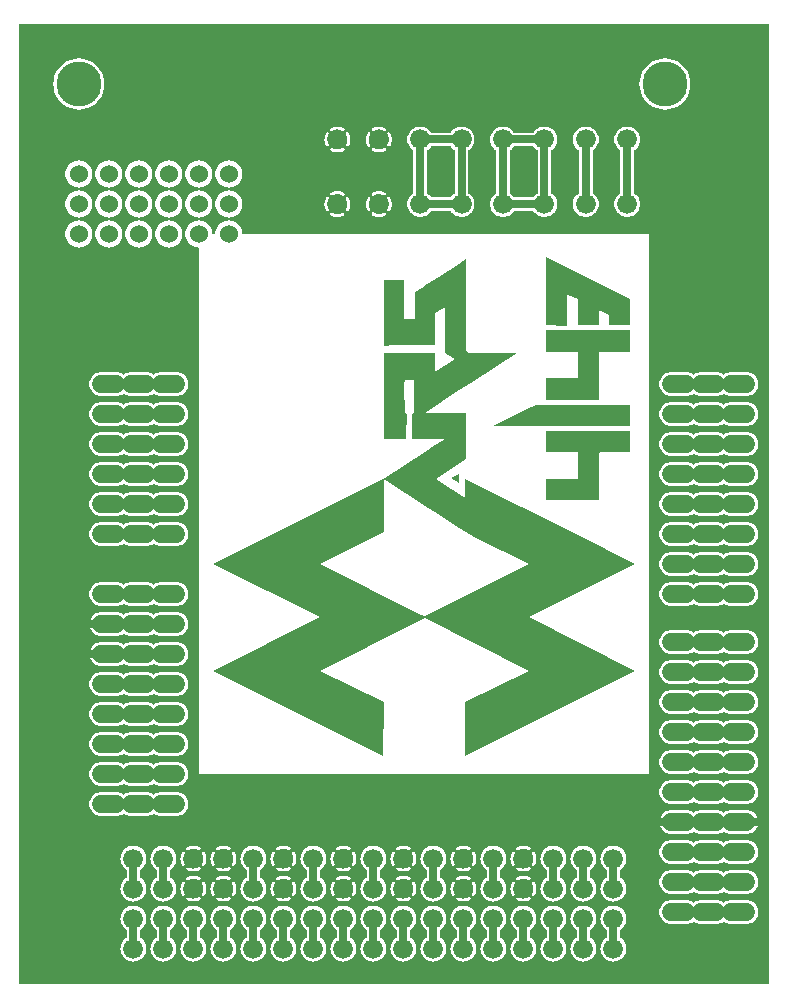
<source format=gbr>
G04 start of page 2 for group 0 idx 0 *
G04 Title: 4143shield, top *
G04 Creator: pcb 20110918 *
G04 CreationDate: Thu 22 May 2014 02:26:04 AM GMT UTC *
G04 For: ryan *
G04 Format: Gerber/RS-274X *
G04 PCB-Dimensions: 250000 320000 *
G04 PCB-Coordinate-Origin: lower left *
%MOIN*%
%FSLAX25Y25*%
%LNTOP*%
%ADD18C,0.1250*%
%ADD17C,0.0400*%
%ADD16C,0.0460*%
%ADD15C,0.1500*%
%ADD14C,0.0600*%
%ADD13C,0.0660*%
%ADD12C,0.0250*%
%ADD11C,0.0001*%
G54D11*G36*
X121583Y181742D02*Y210356D01*
X135489Y210350D01*
Y181748D01*
X133840Y181759D01*
X131231Y181748D01*
X131122Y182556D01*
X131111Y184195D01*
X131138Y185492D01*
X131149Y185263D01*
X131138Y185089D01*
X131143Y186136D01*
X131165Y187911D01*
X131197Y189941D01*
X131431Y190234D01*
X131670Y190493D01*
X131697Y192892D01*
X131729Y196564D01*
X131735Y199934D01*
X131675Y201404D01*
X130167Y201366D01*
X128664Y201328D01*
X128561Y199857D01*
Y196505D01*
X128593Y192853D01*
X128610Y190482D01*
X128925Y190211D01*
X129250Y189902D01*
Y186842D01*
X129222Y185356D01*
X129168Y183413D01*
X129034Y181716D01*
X121583Y181742D01*
G37*
G36*
X121638Y212743D02*X121583Y234802D01*
X128365Y234748D01*
X128257Y230077D01*
X128285Y221521D01*
X128528Y221493D01*
X131865D01*
X132114Y221521D01*
X132082Y230250D01*
X132065Y230521D01*
X135472Y232643D01*
X135478Y212835D01*
X124921Y212841D01*
X121638Y212743D01*
G37*
G36*
X121563Y76089D02*X64813Y104431D01*
X100300Y122210D01*
X64813Y139989D01*
X122132Y168700D01*
X135463Y177321D01*
X135495Y163410D01*
X135375Y159379D01*
X121617Y168271D01*
X121589Y150660D01*
X100365Y139989D01*
X134083Y123132D01*
X135381Y122563D01*
X135304Y121841D01*
X131952Y120263D01*
X100371Y104431D01*
X121583Y93863D01*
X121563Y76089D01*
G37*
G36*
X54656Y9354D02*X54710Y9265D01*
X55150Y8750D01*
X55665Y8310D01*
X56242Y7957D01*
X56867Y7698D01*
X57525Y7540D01*
X58200Y7487D01*
X58875Y7540D01*
X59533Y7698D01*
X60000Y7891D01*
Y0D01*
X54656D01*
Y9354D01*
G37*
G36*
Y19354D02*X54710Y19265D01*
X55150Y18750D01*
X55665Y18310D01*
X55950Y18136D01*
Y15464D01*
X55665Y15290D01*
X55150Y14850D01*
X54710Y14335D01*
X54656Y14246D01*
Y19354D01*
G37*
G36*
Y320000D02*X60000D01*
Y274514D01*
X59294Y274458D01*
X58605Y274293D01*
X57951Y274022D01*
X57347Y273652D01*
X56808Y273192D01*
X56348Y272653D01*
X55978Y272049D01*
X55707Y271395D01*
X55542Y270706D01*
X55486Y270000D01*
X55542Y269294D01*
X55707Y268605D01*
X55978Y267951D01*
X56348Y267347D01*
X56808Y266808D01*
X57347Y266348D01*
X57951Y265978D01*
X58605Y265707D01*
X59294Y265542D01*
X60000Y265486D01*
Y264514D01*
X59294Y264458D01*
X58605Y264293D01*
X57951Y264022D01*
X57347Y263652D01*
X56808Y263192D01*
X56348Y262653D01*
X55978Y262049D01*
X55707Y261395D01*
X55542Y260706D01*
X55486Y260000D01*
X55542Y259294D01*
X55707Y258605D01*
X55978Y257951D01*
X56348Y257347D01*
X56808Y256808D01*
X57347Y256348D01*
X57951Y255978D01*
X58605Y255707D01*
X59294Y255542D01*
X60000Y255486D01*
Y254514D01*
X59294Y254458D01*
X58605Y254293D01*
X57951Y254022D01*
X57347Y253652D01*
X56808Y253192D01*
X56348Y252653D01*
X55978Y252049D01*
X55707Y251395D01*
X55542Y250706D01*
X55486Y250000D01*
X55542Y249294D01*
X55707Y248605D01*
X55978Y247951D01*
X56348Y247347D01*
X56808Y246808D01*
X57347Y246348D01*
X57951Y245978D01*
X58605Y245707D01*
X59294Y245542D01*
X60000Y245486D01*
Y45709D01*
X59984Y45718D01*
X59604Y45869D01*
X59212Y45984D01*
X58811Y46061D01*
X58404Y46100D01*
X57996D01*
X57589Y46061D01*
X57188Y45984D01*
X56796Y45869D01*
X56416Y45718D01*
X56053Y45531D01*
X55987Y45487D01*
X55929Y45432D01*
X55881Y45369D01*
X55843Y45300D01*
X55817Y45225D01*
X55802Y45147D01*
X55800Y45068D01*
X55810Y44989D01*
X55833Y44913D01*
X55867Y44841D01*
X55911Y44776D01*
X55966Y44718D01*
X56029Y44670D01*
X56098Y44632D01*
X56173Y44606D01*
X56251Y44591D01*
X56330Y44589D01*
X56409Y44599D01*
X56485Y44622D01*
X56556Y44657D01*
X56832Y44803D01*
X57123Y44919D01*
X57424Y45007D01*
X57732Y45067D01*
X58043Y45096D01*
X58357D01*
X58668Y45067D01*
X58976Y45007D01*
X59277Y44919D01*
X59568Y44803D01*
X59846Y44660D01*
X59916Y44625D01*
X59992Y44603D01*
X60000Y44602D01*
Y39002D01*
X59991Y39001D01*
X59915Y38978D01*
X59844Y38943D01*
X59568Y38797D01*
X59277Y38681D01*
X58976Y38593D01*
X58668Y38533D01*
X58357Y38504D01*
X58043D01*
X57732Y38533D01*
X57424Y38593D01*
X57123Y38681D01*
X56832Y38797D01*
X56554Y38940D01*
X56484Y38975D01*
X56408Y38997D01*
X56330Y39007D01*
X56251Y39005D01*
X56174Y38991D01*
X56100Y38964D01*
X56031Y38927D01*
X55968Y38879D01*
X55914Y38822D01*
X55870Y38757D01*
X55836Y38686D01*
X55814Y38610D01*
X55804Y38532D01*
X55806Y38453D01*
X55820Y38376D01*
X55847Y38302D01*
X55884Y38233D01*
X55932Y38170D01*
X55989Y38116D01*
X56055Y38073D01*
X56416Y37882D01*
X56796Y37731D01*
X57188Y37616D01*
X57589Y37539D01*
X57996Y37500D01*
X58404D01*
X58811Y37539D01*
X59212Y37616D01*
X59604Y37731D01*
X59984Y37882D01*
X60000Y37890D01*
Y35709D01*
X59984Y35718D01*
X59604Y35869D01*
X59212Y35984D01*
X58811Y36061D01*
X58404Y36100D01*
X57996D01*
X57589Y36061D01*
X57188Y35984D01*
X56796Y35869D01*
X56416Y35718D01*
X56053Y35531D01*
X55987Y35487D01*
X55929Y35432D01*
X55881Y35369D01*
X55843Y35300D01*
X55817Y35225D01*
X55802Y35147D01*
X55800Y35068D01*
X55810Y34989D01*
X55833Y34913D01*
X55867Y34841D01*
X55911Y34776D01*
X55966Y34718D01*
X56029Y34670D01*
X56098Y34632D01*
X56173Y34606D01*
X56251Y34591D01*
X56330Y34589D01*
X56409Y34599D01*
X56485Y34622D01*
X56556Y34657D01*
X56832Y34803D01*
X57123Y34919D01*
X57424Y35007D01*
X57732Y35067D01*
X58043Y35096D01*
X58357D01*
X58668Y35067D01*
X58976Y35007D01*
X59277Y34919D01*
X59568Y34803D01*
X59846Y34660D01*
X59916Y34625D01*
X59992Y34603D01*
X60000Y34602D01*
Y29002D01*
X59991Y29001D01*
X59915Y28978D01*
X59844Y28943D01*
X59568Y28797D01*
X59277Y28681D01*
X58976Y28593D01*
X58668Y28533D01*
X58357Y28504D01*
X58043D01*
X57732Y28533D01*
X57424Y28593D01*
X57123Y28681D01*
X56832Y28797D01*
X56554Y28940D01*
X56484Y28975D01*
X56408Y28997D01*
X56330Y29007D01*
X56251Y29005D01*
X56174Y28991D01*
X56100Y28964D01*
X56031Y28927D01*
X55968Y28879D01*
X55914Y28822D01*
X55870Y28757D01*
X55836Y28686D01*
X55814Y28610D01*
X55804Y28532D01*
X55806Y28453D01*
X55820Y28376D01*
X55847Y28302D01*
X55884Y28233D01*
X55932Y28170D01*
X55989Y28116D01*
X56055Y28073D01*
X56416Y27882D01*
X56796Y27731D01*
X57188Y27616D01*
X57589Y27539D01*
X57996Y27500D01*
X58404D01*
X58811Y27539D01*
X59212Y27616D01*
X59604Y27731D01*
X59984Y27882D01*
X60000Y27890D01*
Y25709D01*
X59533Y25902D01*
X58875Y26060D01*
X58200Y26113D01*
X57525Y26060D01*
X56867Y25902D01*
X56242Y25643D01*
X55665Y25290D01*
X55150Y24850D01*
X54710Y24335D01*
X54656Y24246D01*
Y29468D01*
X54700Y29443D01*
X54775Y29417D01*
X54853Y29402D01*
X54932Y29400D01*
X55011Y29410D01*
X55087Y29433D01*
X55159Y29467D01*
X55224Y29511D01*
X55282Y29566D01*
X55330Y29629D01*
X55368Y29698D01*
X55394Y29773D01*
X55409Y29851D01*
X55411Y29930D01*
X55401Y30009D01*
X55378Y30085D01*
X55343Y30156D01*
X55197Y30432D01*
X55081Y30723D01*
X54993Y31024D01*
X54933Y31332D01*
X54904Y31643D01*
Y31957D01*
X54933Y32268D01*
X54993Y32576D01*
X55081Y32877D01*
X55197Y33168D01*
X55340Y33446D01*
X55375Y33516D01*
X55397Y33592D01*
X55407Y33670D01*
X55405Y33749D01*
X55391Y33826D01*
X55364Y33900D01*
X55327Y33969D01*
X55279Y34032D01*
X55222Y34086D01*
X55157Y34130D01*
X55086Y34164D01*
X55010Y34186D01*
X54932Y34196D01*
X54853Y34194D01*
X54776Y34180D01*
X54702Y34153D01*
X54656Y34128D01*
Y39468D01*
X54700Y39443D01*
X54775Y39417D01*
X54853Y39402D01*
X54932Y39400D01*
X55011Y39410D01*
X55087Y39433D01*
X55159Y39467D01*
X55224Y39511D01*
X55282Y39566D01*
X55330Y39629D01*
X55368Y39698D01*
X55394Y39773D01*
X55409Y39851D01*
X55411Y39930D01*
X55401Y40009D01*
X55378Y40085D01*
X55343Y40156D01*
X55197Y40432D01*
X55081Y40723D01*
X54993Y41024D01*
X54933Y41332D01*
X54904Y41643D01*
Y41957D01*
X54933Y42268D01*
X54993Y42576D01*
X55081Y42877D01*
X55197Y43168D01*
X55340Y43446D01*
X55375Y43516D01*
X55397Y43592D01*
X55407Y43670D01*
X55405Y43749D01*
X55391Y43826D01*
X55364Y43900D01*
X55327Y43969D01*
X55279Y44032D01*
X55222Y44086D01*
X55157Y44130D01*
X55086Y44164D01*
X55010Y44186D01*
X54932Y44196D01*
X54853Y44194D01*
X54776Y44180D01*
X54702Y44153D01*
X54656Y44128D01*
Y56630D01*
X54858Y56754D01*
X55337Y57163D01*
X55746Y57642D01*
X56075Y58178D01*
X56316Y58760D01*
X56463Y59372D01*
X56512Y60000D01*
X56463Y60628D01*
X56316Y61240D01*
X56075Y61822D01*
X55746Y62358D01*
X55337Y62837D01*
X54858Y63246D01*
X54656Y63370D01*
Y66630D01*
X54858Y66754D01*
X55337Y67163D01*
X55746Y67642D01*
X56075Y68178D01*
X56316Y68760D01*
X56463Y69372D01*
X56512Y70000D01*
X56463Y70628D01*
X56316Y71240D01*
X56075Y71822D01*
X55746Y72358D01*
X55337Y72837D01*
X54858Y73246D01*
X54656Y73370D01*
Y76630D01*
X54858Y76754D01*
X55337Y77163D01*
X55746Y77642D01*
X56075Y78178D01*
X56316Y78760D01*
X56463Y79372D01*
X56512Y80000D01*
X56463Y80628D01*
X56316Y81240D01*
X56075Y81822D01*
X55746Y82358D01*
X55337Y82837D01*
X54858Y83246D01*
X54656Y83370D01*
Y86630D01*
X54858Y86754D01*
X55337Y87163D01*
X55746Y87642D01*
X56075Y88178D01*
X56316Y88760D01*
X56463Y89372D01*
X56512Y90000D01*
X56463Y90628D01*
X56316Y91240D01*
X56075Y91822D01*
X55746Y92358D01*
X55337Y92837D01*
X54858Y93246D01*
X54656Y93370D01*
Y96630D01*
X54858Y96754D01*
X55337Y97163D01*
X55746Y97642D01*
X56075Y98178D01*
X56316Y98760D01*
X56463Y99372D01*
X56512Y100000D01*
X56463Y100628D01*
X56316Y101240D01*
X56075Y101822D01*
X55746Y102358D01*
X55337Y102837D01*
X54858Y103246D01*
X54656Y103370D01*
Y106630D01*
X54858Y106754D01*
X55337Y107163D01*
X55746Y107642D01*
X56075Y108178D01*
X56316Y108760D01*
X56463Y109372D01*
X56512Y110000D01*
X56463Y110628D01*
X56316Y111240D01*
X56075Y111822D01*
X55746Y112358D01*
X55337Y112837D01*
X54858Y113246D01*
X54656Y113370D01*
Y116630D01*
X54858Y116754D01*
X55337Y117163D01*
X55746Y117642D01*
X56075Y118178D01*
X56316Y118760D01*
X56463Y119372D01*
X56512Y120000D01*
X56463Y120628D01*
X56316Y121240D01*
X56075Y121822D01*
X55746Y122358D01*
X55337Y122837D01*
X54858Y123246D01*
X54656Y123370D01*
Y126630D01*
X54858Y126754D01*
X55337Y127163D01*
X55746Y127642D01*
X56075Y128178D01*
X56316Y128760D01*
X56463Y129372D01*
X56512Y130000D01*
X56463Y130628D01*
X56316Y131240D01*
X56075Y131822D01*
X55746Y132358D01*
X55337Y132837D01*
X54858Y133246D01*
X54656Y133370D01*
Y146630D01*
X54858Y146754D01*
X55337Y147163D01*
X55746Y147642D01*
X56075Y148178D01*
X56316Y148760D01*
X56463Y149372D01*
X56512Y150000D01*
X56463Y150628D01*
X56316Y151240D01*
X56075Y151822D01*
X55746Y152358D01*
X55337Y152837D01*
X54858Y153246D01*
X54656Y153370D01*
Y156630D01*
X54858Y156754D01*
X55337Y157163D01*
X55746Y157642D01*
X56075Y158178D01*
X56316Y158760D01*
X56463Y159372D01*
X56512Y160000D01*
X56463Y160628D01*
X56316Y161240D01*
X56075Y161822D01*
X55746Y162358D01*
X55337Y162837D01*
X54858Y163246D01*
X54656Y163370D01*
Y166630D01*
X54858Y166754D01*
X55337Y167163D01*
X55746Y167642D01*
X56075Y168178D01*
X56316Y168760D01*
X56463Y169372D01*
X56512Y170000D01*
X56463Y170628D01*
X56316Y171240D01*
X56075Y171822D01*
X55746Y172358D01*
X55337Y172837D01*
X54858Y173246D01*
X54656Y173370D01*
Y176630D01*
X54858Y176754D01*
X55337Y177163D01*
X55746Y177642D01*
X56075Y178178D01*
X56316Y178760D01*
X56463Y179372D01*
X56512Y180000D01*
X56463Y180628D01*
X56316Y181240D01*
X56075Y181822D01*
X55746Y182358D01*
X55337Y182837D01*
X54858Y183246D01*
X54656Y183370D01*
Y186630D01*
X54858Y186754D01*
X55337Y187163D01*
X55746Y187642D01*
X56075Y188178D01*
X56316Y188760D01*
X56463Y189372D01*
X56512Y190000D01*
X56463Y190628D01*
X56316Y191240D01*
X56075Y191822D01*
X55746Y192358D01*
X55337Y192837D01*
X54858Y193246D01*
X54656Y193370D01*
Y196630D01*
X54858Y196754D01*
X55337Y197163D01*
X55746Y197642D01*
X56075Y198178D01*
X56316Y198760D01*
X56463Y199372D01*
X56512Y200000D01*
X56463Y200628D01*
X56316Y201240D01*
X56075Y201822D01*
X55746Y202358D01*
X55337Y202837D01*
X54858Y203246D01*
X54656Y203370D01*
Y320000D01*
G37*
G36*
Y193370D02*X54322Y193575D01*
X53740Y193816D01*
X53128Y193963D01*
X52500Y194000D01*
X50157D01*
X50000Y194012D01*
X49843Y194000D01*
X48193D01*
Y196000D01*
X49843D01*
X50000Y195988D01*
X50157Y196000D01*
X52500D01*
X53128Y196037D01*
X53740Y196184D01*
X54322Y196425D01*
X54656Y196630D01*
Y193370D01*
G37*
G36*
Y183370D02*X54322Y183575D01*
X53740Y183816D01*
X53128Y183963D01*
X52500Y184000D01*
X50157D01*
X50000Y184012D01*
X49843Y184000D01*
X48193D01*
Y186000D01*
X49843D01*
X50000Y185988D01*
X50157Y186000D01*
X52500D01*
X53128Y186037D01*
X53740Y186184D01*
X54322Y186425D01*
X54656Y186630D01*
Y183370D01*
G37*
G36*
Y173370D02*X54322Y173575D01*
X53740Y173816D01*
X53128Y173963D01*
X52500Y174000D01*
X50157D01*
X50000Y174012D01*
X49843Y174000D01*
X48193D01*
Y176000D01*
X49843D01*
X50000Y175988D01*
X50157Y176000D01*
X52500D01*
X53128Y176037D01*
X53740Y176184D01*
X54322Y176425D01*
X54656Y176630D01*
Y173370D01*
G37*
G36*
Y163370D02*X54322Y163575D01*
X53740Y163816D01*
X53128Y163963D01*
X52500Y164000D01*
X50157D01*
X50000Y164012D01*
X49843Y164000D01*
X48193D01*
Y166000D01*
X49843D01*
X50000Y165988D01*
X50157Y166000D01*
X52500D01*
X53128Y166037D01*
X53740Y166184D01*
X54322Y166425D01*
X54656Y166630D01*
Y163370D01*
G37*
G36*
Y153370D02*X54322Y153575D01*
X53740Y153816D01*
X53128Y153963D01*
X52500Y154000D01*
X50157D01*
X50000Y154012D01*
X49843Y154000D01*
X48193D01*
Y156000D01*
X49843D01*
X50000Y155988D01*
X50157Y156000D01*
X52500D01*
X53128Y156037D01*
X53740Y156184D01*
X54322Y156425D01*
X54656Y156630D01*
Y153370D01*
G37*
G36*
Y133370D02*X54322Y133575D01*
X53740Y133816D01*
X53128Y133963D01*
X52500Y134000D01*
X50157D01*
X50000Y134012D01*
X49843Y134000D01*
X48193D01*
Y146000D01*
X49843D01*
X50000Y145988D01*
X50157Y146000D01*
X52500D01*
X53128Y146037D01*
X53740Y146184D01*
X54322Y146425D01*
X54656Y146630D01*
Y133370D01*
G37*
G36*
Y123370D02*X54322Y123575D01*
X53740Y123816D01*
X53128Y123963D01*
X52500Y124000D01*
X50157D01*
X50000Y124012D01*
X49843Y124000D01*
X48193D01*
Y126000D01*
X49843D01*
X50000Y125988D01*
X50157Y126000D01*
X52500D01*
X53128Y126037D01*
X53740Y126184D01*
X54322Y126425D01*
X54656Y126630D01*
Y123370D01*
G37*
G36*
Y113370D02*X54322Y113575D01*
X53740Y113816D01*
X53128Y113963D01*
X52500Y114000D01*
X50157D01*
X50000Y114012D01*
X49843Y114000D01*
X48193D01*
Y116000D01*
X49843D01*
X50000Y115988D01*
X50157Y116000D01*
X52500D01*
X53128Y116037D01*
X53740Y116184D01*
X54322Y116425D01*
X54656Y116630D01*
Y113370D01*
G37*
G36*
Y103370D02*X54322Y103575D01*
X53740Y103816D01*
X53128Y103963D01*
X52500Y104000D01*
X50157D01*
X50000Y104012D01*
X49843Y104000D01*
X48193D01*
Y106000D01*
X49843D01*
X50000Y105988D01*
X50157Y106000D01*
X52500D01*
X53128Y106037D01*
X53740Y106184D01*
X54322Y106425D01*
X54656Y106630D01*
Y103370D01*
G37*
G36*
Y93370D02*X54322Y93575D01*
X53740Y93816D01*
X53128Y93963D01*
X52500Y94000D01*
X50157D01*
X50000Y94012D01*
X49843Y94000D01*
X48193D01*
Y96000D01*
X49843D01*
X50000Y95988D01*
X50157Y96000D01*
X52500D01*
X53128Y96037D01*
X53740Y96184D01*
X54322Y96425D01*
X54656Y96630D01*
Y93370D01*
G37*
G36*
Y83370D02*X54322Y83575D01*
X53740Y83816D01*
X53128Y83963D01*
X52500Y84000D01*
X50157D01*
X50000Y84012D01*
X49843Y84000D01*
X48193D01*
Y86000D01*
X49843D01*
X50000Y85988D01*
X50157Y86000D01*
X52500D01*
X53128Y86037D01*
X53740Y86184D01*
X54322Y86425D01*
X54656Y86630D01*
Y83370D01*
G37*
G36*
Y73370D02*X54322Y73575D01*
X53740Y73816D01*
X53128Y73963D01*
X52500Y74000D01*
X50157D01*
X50000Y74012D01*
X49843Y74000D01*
X48193D01*
Y76000D01*
X49843D01*
X50000Y75988D01*
X50157Y76000D01*
X52500D01*
X53128Y76037D01*
X53740Y76184D01*
X54322Y76425D01*
X54656Y76630D01*
Y73370D01*
G37*
G36*
Y63370D02*X54322Y63575D01*
X53740Y63816D01*
X53128Y63963D01*
X52500Y64000D01*
X50157D01*
X50000Y64012D01*
X49843Y64000D01*
X48193D01*
Y66000D01*
X49843D01*
X50000Y65988D01*
X50157Y66000D01*
X52500D01*
X53128Y66037D01*
X53740Y66184D01*
X54322Y66425D01*
X54656Y66630D01*
Y63370D01*
G37*
G36*
Y24246D02*X54357Y23758D01*
X54098Y23133D01*
X53940Y22475D01*
X53887Y21800D01*
X53940Y21125D01*
X54098Y20467D01*
X54357Y19842D01*
X54656Y19354D01*
Y14246D01*
X54357Y13758D01*
X54098Y13133D01*
X53940Y12475D01*
X53887Y11800D01*
X53940Y11125D01*
X54098Y10467D01*
X54357Y9842D01*
X54656Y9354D01*
Y0D01*
X48193D01*
Y7487D01*
X48200Y7487D01*
X48875Y7540D01*
X49533Y7698D01*
X50158Y7957D01*
X50735Y8310D01*
X51250Y8750D01*
X51690Y9265D01*
X52043Y9842D01*
X52302Y10467D01*
X52460Y11125D01*
X52500Y11800D01*
X52460Y12475D01*
X52302Y13133D01*
X52043Y13758D01*
X51690Y14335D01*
X51250Y14850D01*
X50735Y15290D01*
X50450Y15464D01*
Y18136D01*
X50735Y18310D01*
X51250Y18750D01*
X51690Y19265D01*
X52043Y19842D01*
X52302Y20467D01*
X52460Y21125D01*
X52500Y21800D01*
X52460Y22475D01*
X52302Y23133D01*
X52043Y23758D01*
X51690Y24335D01*
X51250Y24850D01*
X50735Y25290D01*
X50158Y25643D01*
X49533Y25902D01*
X48875Y26060D01*
X48200Y26113D01*
X48193Y26113D01*
Y27487D01*
X48200Y27487D01*
X48875Y27540D01*
X49533Y27698D01*
X50158Y27957D01*
X50735Y28310D01*
X51250Y28750D01*
X51690Y29265D01*
X52043Y29842D01*
X52302Y30467D01*
X52460Y31125D01*
X52500Y31800D01*
X52460Y32475D01*
X52302Y33133D01*
X52043Y33758D01*
X51690Y34335D01*
X51250Y34850D01*
X50735Y35290D01*
X50450Y35464D01*
Y38136D01*
X50735Y38310D01*
X51250Y38750D01*
X51690Y39265D01*
X52043Y39842D01*
X52302Y40467D01*
X52460Y41125D01*
X52500Y41800D01*
X52460Y42475D01*
X52302Y43133D01*
X52043Y43758D01*
X51690Y44335D01*
X51250Y44850D01*
X50735Y45290D01*
X50158Y45643D01*
X49533Y45902D01*
X48875Y46060D01*
X48200Y46113D01*
X48193Y46113D01*
Y56000D01*
X49843D01*
X50000Y55988D01*
X50157Y56000D01*
X52500D01*
X53128Y56037D01*
X53740Y56184D01*
X54322Y56425D01*
X54656Y56630D01*
Y44128D01*
X54633Y44116D01*
X54570Y44068D01*
X54516Y44011D01*
X54473Y43945D01*
X54282Y43584D01*
X54131Y43204D01*
X54016Y42812D01*
X53939Y42411D01*
X53900Y42004D01*
Y41596D01*
X53939Y41189D01*
X54016Y40788D01*
X54131Y40396D01*
X54282Y40016D01*
X54469Y39653D01*
X54513Y39587D01*
X54568Y39529D01*
X54631Y39481D01*
X54656Y39468D01*
Y34128D01*
X54633Y34116D01*
X54570Y34068D01*
X54516Y34011D01*
X54473Y33945D01*
X54282Y33584D01*
X54131Y33204D01*
X54016Y32812D01*
X53939Y32411D01*
X53900Y32004D01*
Y31596D01*
X53939Y31189D01*
X54016Y30788D01*
X54131Y30396D01*
X54282Y30016D01*
X54469Y29653D01*
X54513Y29587D01*
X54568Y29529D01*
X54631Y29481D01*
X54656Y29468D01*
Y24246D01*
G37*
G36*
X48193Y320000D02*X54656D01*
Y203370D01*
X54322Y203575D01*
X53740Y203816D01*
X53128Y203963D01*
X52500Y204000D01*
X50157D01*
X50000Y204012D01*
X49843Y204000D01*
X48193D01*
Y245878D01*
X48605Y245707D01*
X49294Y245542D01*
X50000Y245486D01*
X50706Y245542D01*
X51395Y245707D01*
X52049Y245978D01*
X52653Y246348D01*
X53192Y246808D01*
X53652Y247347D01*
X54022Y247951D01*
X54293Y248605D01*
X54458Y249294D01*
X54500Y250000D01*
X54458Y250706D01*
X54293Y251395D01*
X54022Y252049D01*
X53652Y252653D01*
X53192Y253192D01*
X52653Y253652D01*
X52049Y254022D01*
X51395Y254293D01*
X50706Y254458D01*
X50000Y254514D01*
X49294Y254458D01*
X48605Y254293D01*
X48193Y254122D01*
Y255878D01*
X48605Y255707D01*
X49294Y255542D01*
X50000Y255486D01*
X50706Y255542D01*
X51395Y255707D01*
X52049Y255978D01*
X52653Y256348D01*
X53192Y256808D01*
X53652Y257347D01*
X54022Y257951D01*
X54293Y258605D01*
X54458Y259294D01*
X54500Y260000D01*
X54458Y260706D01*
X54293Y261395D01*
X54022Y262049D01*
X53652Y262653D01*
X53192Y263192D01*
X52653Y263652D01*
X52049Y264022D01*
X51395Y264293D01*
X50706Y264458D01*
X50000Y264514D01*
X49294Y264458D01*
X48605Y264293D01*
X48193Y264122D01*
Y265878D01*
X48605Y265707D01*
X49294Y265542D01*
X50000Y265486D01*
X50706Y265542D01*
X51395Y265707D01*
X52049Y265978D01*
X52653Y266348D01*
X53192Y266808D01*
X53652Y267347D01*
X54022Y267951D01*
X54293Y268605D01*
X54458Y269294D01*
X54500Y270000D01*
X54458Y270706D01*
X54293Y271395D01*
X54022Y272049D01*
X53652Y272653D01*
X53192Y273192D01*
X52653Y273652D01*
X52049Y274022D01*
X51395Y274293D01*
X50706Y274458D01*
X50000Y274514D01*
X49294Y274458D01*
X48605Y274293D01*
X48193Y274122D01*
Y320000D01*
G37*
G36*
X38193Y56000D02*X39843D01*
X40000Y55988D01*
X40157Y56000D01*
X42500D01*
X43128Y56037D01*
X43740Y56184D01*
X44322Y56425D01*
X44858Y56754D01*
X45000Y56875D01*
X45142Y56754D01*
X45678Y56425D01*
X46260Y56184D01*
X46872Y56037D01*
X47500Y56000D01*
X48193D01*
Y46113D01*
X47525Y46060D01*
X46867Y45902D01*
X46242Y45643D01*
X45665Y45290D01*
X45150Y44850D01*
X44710Y44335D01*
X44357Y43758D01*
X44098Y43133D01*
X43940Y42475D01*
X43887Y41800D01*
X43940Y41125D01*
X44098Y40467D01*
X44357Y39842D01*
X44710Y39265D01*
X45150Y38750D01*
X45665Y38310D01*
X45950Y38136D01*
Y35464D01*
X45665Y35290D01*
X45150Y34850D01*
X44710Y34335D01*
X44357Y33758D01*
X44098Y33133D01*
X43940Y32475D01*
X43887Y31800D01*
X43940Y31125D01*
X44098Y30467D01*
X44357Y29842D01*
X44710Y29265D01*
X45150Y28750D01*
X45665Y28310D01*
X46242Y27957D01*
X46867Y27698D01*
X47525Y27540D01*
X48193Y27487D01*
Y26113D01*
X47525Y26060D01*
X46867Y25902D01*
X46242Y25643D01*
X45665Y25290D01*
X45150Y24850D01*
X44710Y24335D01*
X44357Y23758D01*
X44098Y23133D01*
X43940Y22475D01*
X43887Y21800D01*
X43940Y21125D01*
X44098Y20467D01*
X44357Y19842D01*
X44710Y19265D01*
X45150Y18750D01*
X45665Y18310D01*
X45950Y18136D01*
Y15464D01*
X45665Y15290D01*
X45150Y14850D01*
X44710Y14335D01*
X44357Y13758D01*
X44098Y13133D01*
X43940Y12475D01*
X43887Y11800D01*
X43940Y11125D01*
X44098Y10467D01*
X44357Y9842D01*
X44710Y9265D01*
X45150Y8750D01*
X45665Y8310D01*
X46242Y7957D01*
X46867Y7698D01*
X47525Y7540D01*
X48193Y7487D01*
Y0D01*
X38193D01*
Y7487D01*
X38200Y7487D01*
X38875Y7540D01*
X39533Y7698D01*
X40158Y7957D01*
X40735Y8310D01*
X41250Y8750D01*
X41690Y9265D01*
X42043Y9842D01*
X42302Y10467D01*
X42460Y11125D01*
X42500Y11800D01*
X42460Y12475D01*
X42302Y13133D01*
X42043Y13758D01*
X41690Y14335D01*
X41250Y14850D01*
X40735Y15290D01*
X40450Y15464D01*
Y18136D01*
X40735Y18310D01*
X41250Y18750D01*
X41690Y19265D01*
X42043Y19842D01*
X42302Y20467D01*
X42460Y21125D01*
X42500Y21800D01*
X42460Y22475D01*
X42302Y23133D01*
X42043Y23758D01*
X41690Y24335D01*
X41250Y24850D01*
X40735Y25290D01*
X40158Y25643D01*
X39533Y25902D01*
X38875Y26060D01*
X38200Y26113D01*
X38193Y26113D01*
Y27487D01*
X38200Y27487D01*
X38875Y27540D01*
X39533Y27698D01*
X40158Y27957D01*
X40735Y28310D01*
X41250Y28750D01*
X41690Y29265D01*
X42043Y29842D01*
X42302Y30467D01*
X42460Y31125D01*
X42500Y31800D01*
X42460Y32475D01*
X42302Y33133D01*
X42043Y33758D01*
X41690Y34335D01*
X41250Y34850D01*
X40735Y35290D01*
X40450Y35464D01*
Y38136D01*
X40735Y38310D01*
X41250Y38750D01*
X41690Y39265D01*
X42043Y39842D01*
X42302Y40467D01*
X42460Y41125D01*
X42500Y41800D01*
X42460Y42475D01*
X42302Y43133D01*
X42043Y43758D01*
X41690Y44335D01*
X41250Y44850D01*
X40735Y45290D01*
X40158Y45643D01*
X39533Y45902D01*
X38875Y46060D01*
X38200Y46113D01*
X38193Y46113D01*
Y56000D01*
G37*
G36*
Y66000D02*X39843D01*
X40000Y65988D01*
X40157Y66000D01*
X42500D01*
X43128Y66037D01*
X43740Y66184D01*
X44322Y66425D01*
X44858Y66754D01*
X45000Y66875D01*
X45142Y66754D01*
X45678Y66425D01*
X46260Y66184D01*
X46872Y66037D01*
X47500Y66000D01*
X48193D01*
Y64000D01*
X47500D01*
X46872Y63963D01*
X46260Y63816D01*
X45678Y63575D01*
X45142Y63246D01*
X45000Y63125D01*
X44858Y63246D01*
X44322Y63575D01*
X43740Y63816D01*
X43128Y63963D01*
X42500Y64000D01*
X40157D01*
X40000Y64012D01*
X39843Y64000D01*
X38193D01*
Y66000D01*
G37*
G36*
Y76000D02*X39843D01*
X40000Y75988D01*
X40157Y76000D01*
X42500D01*
X43128Y76037D01*
X43740Y76184D01*
X44322Y76425D01*
X44858Y76754D01*
X45000Y76875D01*
X45142Y76754D01*
X45678Y76425D01*
X46260Y76184D01*
X46872Y76037D01*
X47500Y76000D01*
X48193D01*
Y74000D01*
X47500D01*
X46872Y73963D01*
X46260Y73816D01*
X45678Y73575D01*
X45142Y73246D01*
X45000Y73125D01*
X44858Y73246D01*
X44322Y73575D01*
X43740Y73816D01*
X43128Y73963D01*
X42500Y74000D01*
X40157D01*
X40000Y74012D01*
X39843Y74000D01*
X38193D01*
Y76000D01*
G37*
G36*
Y86000D02*X39843D01*
X40000Y85988D01*
X40157Y86000D01*
X42500D01*
X43128Y86037D01*
X43740Y86184D01*
X44322Y86425D01*
X44858Y86754D01*
X45000Y86875D01*
X45142Y86754D01*
X45678Y86425D01*
X46260Y86184D01*
X46872Y86037D01*
X47500Y86000D01*
X48193D01*
Y84000D01*
X47500D01*
X46872Y83963D01*
X46260Y83816D01*
X45678Y83575D01*
X45142Y83246D01*
X45000Y83125D01*
X44858Y83246D01*
X44322Y83575D01*
X43740Y83816D01*
X43128Y83963D01*
X42500Y84000D01*
X40157D01*
X40000Y84012D01*
X39843Y84000D01*
X38193D01*
Y86000D01*
G37*
G36*
Y96000D02*X39843D01*
X40000Y95988D01*
X40157Y96000D01*
X42500D01*
X43128Y96037D01*
X43740Y96184D01*
X44322Y96425D01*
X44858Y96754D01*
X45000Y96875D01*
X45142Y96754D01*
X45678Y96425D01*
X46260Y96184D01*
X46872Y96037D01*
X47500Y96000D01*
X48193D01*
Y94000D01*
X47500D01*
X46872Y93963D01*
X46260Y93816D01*
X45678Y93575D01*
X45142Y93246D01*
X45000Y93125D01*
X44858Y93246D01*
X44322Y93575D01*
X43740Y93816D01*
X43128Y93963D01*
X42500Y94000D01*
X40157D01*
X40000Y94012D01*
X39843Y94000D01*
X38193D01*
Y96000D01*
G37*
G36*
Y106000D02*X39843D01*
X40000Y105988D01*
X40157Y106000D01*
X42500D01*
X43128Y106037D01*
X43740Y106184D01*
X44322Y106425D01*
X44858Y106754D01*
X45000Y106875D01*
X45142Y106754D01*
X45678Y106425D01*
X46260Y106184D01*
X46872Y106037D01*
X47500Y106000D01*
X48193D01*
Y104000D01*
X47500D01*
X46872Y103963D01*
X46260Y103816D01*
X45678Y103575D01*
X45142Y103246D01*
X45000Y103125D01*
X44858Y103246D01*
X44322Y103575D01*
X43740Y103816D01*
X43128Y103963D01*
X42500Y104000D01*
X40157D01*
X40000Y104012D01*
X39843Y104000D01*
X38193D01*
Y106000D01*
G37*
G36*
Y116000D02*X42500D01*
X43128Y116037D01*
X43740Y116184D01*
X44322Y116425D01*
X44858Y116754D01*
X45000Y116875D01*
X45142Y116754D01*
X45678Y116425D01*
X46260Y116184D01*
X46872Y116037D01*
X47500Y116000D01*
X48193D01*
Y114000D01*
X47500D01*
X46872Y113963D01*
X46260Y113816D01*
X45678Y113575D01*
X45142Y113246D01*
X45000Y113125D01*
X44858Y113246D01*
X44322Y113575D01*
X43740Y113816D01*
X43128Y113963D01*
X42500Y114000D01*
X40157D01*
X40000Y114012D01*
X39843Y114000D01*
X38193D01*
Y116000D01*
G37*
G36*
Y126000D02*X39843D01*
X40000Y125988D01*
X40157Y126000D01*
X42500D01*
X43128Y126037D01*
X43740Y126184D01*
X44322Y126425D01*
X44858Y126754D01*
X45000Y126875D01*
X45142Y126754D01*
X45678Y126425D01*
X46260Y126184D01*
X46872Y126037D01*
X47500Y126000D01*
X48193D01*
Y124000D01*
X47500D01*
X46872Y123963D01*
X46260Y123816D01*
X45678Y123575D01*
X45142Y123246D01*
X45000Y123125D01*
X44858Y123246D01*
X44322Y123575D01*
X43740Y123816D01*
X43128Y123963D01*
X42500Y124000D01*
X38193D01*
Y126000D01*
G37*
G36*
Y146000D02*X39843D01*
X40000Y145988D01*
X40157Y146000D01*
X42500D01*
X43128Y146037D01*
X43740Y146184D01*
X44322Y146425D01*
X44858Y146754D01*
X45000Y146875D01*
X45142Y146754D01*
X45678Y146425D01*
X46260Y146184D01*
X46872Y146037D01*
X47500Y146000D01*
X48193D01*
Y134000D01*
X47500D01*
X46872Y133963D01*
X46260Y133816D01*
X45678Y133575D01*
X45142Y133246D01*
X45000Y133125D01*
X44858Y133246D01*
X44322Y133575D01*
X43740Y133816D01*
X43128Y133963D01*
X42500Y134000D01*
X40157D01*
X40000Y134012D01*
X39843Y134000D01*
X38193D01*
Y146000D01*
G37*
G36*
Y156000D02*X39843D01*
X40000Y155988D01*
X40157Y156000D01*
X42500D01*
X43128Y156037D01*
X43740Y156184D01*
X44322Y156425D01*
X44858Y156754D01*
X45000Y156875D01*
X45142Y156754D01*
X45678Y156425D01*
X46260Y156184D01*
X46872Y156037D01*
X47500Y156000D01*
X48193D01*
Y154000D01*
X47500D01*
X46872Y153963D01*
X46260Y153816D01*
X45678Y153575D01*
X45142Y153246D01*
X45000Y153125D01*
X44858Y153246D01*
X44322Y153575D01*
X43740Y153816D01*
X43128Y153963D01*
X42500Y154000D01*
X40157D01*
X40000Y154012D01*
X39843Y154000D01*
X38193D01*
Y156000D01*
G37*
G36*
Y166000D02*X39843D01*
X40000Y165988D01*
X40157Y166000D01*
X42500D01*
X43128Y166037D01*
X43740Y166184D01*
X44322Y166425D01*
X44858Y166754D01*
X45000Y166875D01*
X45142Y166754D01*
X45678Y166425D01*
X46260Y166184D01*
X46872Y166037D01*
X47500Y166000D01*
X48193D01*
Y164000D01*
X47500D01*
X46872Y163963D01*
X46260Y163816D01*
X45678Y163575D01*
X45142Y163246D01*
X45000Y163125D01*
X44858Y163246D01*
X44322Y163575D01*
X43740Y163816D01*
X43128Y163963D01*
X42500Y164000D01*
X40157D01*
X40000Y164012D01*
X39843Y164000D01*
X38193D01*
Y166000D01*
G37*
G36*
Y176000D02*X39843D01*
X40000Y175988D01*
X40157Y176000D01*
X42500D01*
X43128Y176037D01*
X43740Y176184D01*
X44322Y176425D01*
X44858Y176754D01*
X45000Y176875D01*
X45142Y176754D01*
X45678Y176425D01*
X46260Y176184D01*
X46872Y176037D01*
X47500Y176000D01*
X48193D01*
Y174000D01*
X47500D01*
X46872Y173963D01*
X46260Y173816D01*
X45678Y173575D01*
X45142Y173246D01*
X45000Y173125D01*
X44858Y173246D01*
X44322Y173575D01*
X43740Y173816D01*
X43128Y173963D01*
X42500Y174000D01*
X40157D01*
X40000Y174012D01*
X39843Y174000D01*
X38193D01*
Y176000D01*
G37*
G36*
Y186000D02*X39843D01*
X40000Y185988D01*
X40157Y186000D01*
X42500D01*
X43128Y186037D01*
X43740Y186184D01*
X44322Y186425D01*
X44858Y186754D01*
X45000Y186875D01*
X45142Y186754D01*
X45678Y186425D01*
X46260Y186184D01*
X46872Y186037D01*
X47500Y186000D01*
X48193D01*
Y184000D01*
X47500D01*
X46872Y183963D01*
X46260Y183816D01*
X45678Y183575D01*
X45142Y183246D01*
X45000Y183125D01*
X44858Y183246D01*
X44322Y183575D01*
X43740Y183816D01*
X43128Y183963D01*
X42500Y184000D01*
X40157D01*
X40000Y184012D01*
X39843Y184000D01*
X38193D01*
Y186000D01*
G37*
G36*
Y196000D02*X39843D01*
X40000Y195988D01*
X40157Y196000D01*
X42500D01*
X43128Y196037D01*
X43740Y196184D01*
X44322Y196425D01*
X44858Y196754D01*
X45000Y196875D01*
X45142Y196754D01*
X45678Y196425D01*
X46260Y196184D01*
X46872Y196037D01*
X47500Y196000D01*
X48193D01*
Y194000D01*
X47500D01*
X46872Y193963D01*
X46260Y193816D01*
X45678Y193575D01*
X45142Y193246D01*
X45000Y193125D01*
X44858Y193246D01*
X44322Y193575D01*
X43740Y193816D01*
X43128Y193963D01*
X42500Y194000D01*
X40157D01*
X40000Y194012D01*
X39843Y194000D01*
X38193D01*
Y196000D01*
G37*
G36*
Y320000D02*X48193D01*
Y274122D01*
X47951Y274022D01*
X47347Y273652D01*
X46808Y273192D01*
X46348Y272653D01*
X45978Y272049D01*
X45707Y271395D01*
X45542Y270706D01*
X45486Y270000D01*
X45542Y269294D01*
X45707Y268605D01*
X45978Y267951D01*
X46348Y267347D01*
X46808Y266808D01*
X47347Y266348D01*
X47951Y265978D01*
X48193Y265878D01*
Y264122D01*
X47951Y264022D01*
X47347Y263652D01*
X46808Y263192D01*
X46348Y262653D01*
X45978Y262049D01*
X45707Y261395D01*
X45542Y260706D01*
X45486Y260000D01*
X45542Y259294D01*
X45707Y258605D01*
X45978Y257951D01*
X46348Y257347D01*
X46808Y256808D01*
X47347Y256348D01*
X47951Y255978D01*
X48193Y255878D01*
Y254122D01*
X47951Y254022D01*
X47347Y253652D01*
X46808Y253192D01*
X46348Y252653D01*
X45978Y252049D01*
X45707Y251395D01*
X45542Y250706D01*
X45486Y250000D01*
X45542Y249294D01*
X45707Y248605D01*
X45978Y247951D01*
X46348Y247347D01*
X46808Y246808D01*
X47347Y246348D01*
X47951Y245978D01*
X48193Y245878D01*
Y204000D01*
X47500D01*
X46872Y203963D01*
X46260Y203816D01*
X45678Y203575D01*
X45142Y203246D01*
X45000Y203125D01*
X44858Y203246D01*
X44322Y203575D01*
X43740Y203816D01*
X43128Y203963D01*
X42500Y204000D01*
X40157D01*
X40000Y204012D01*
X39843Y204000D01*
X38193D01*
Y245878D01*
X38605Y245707D01*
X39294Y245542D01*
X40000Y245486D01*
X40706Y245542D01*
X41395Y245707D01*
X42049Y245978D01*
X42653Y246348D01*
X43192Y246808D01*
X43652Y247347D01*
X44022Y247951D01*
X44293Y248605D01*
X44458Y249294D01*
X44500Y250000D01*
X44458Y250706D01*
X44293Y251395D01*
X44022Y252049D01*
X43652Y252653D01*
X43192Y253192D01*
X42653Y253652D01*
X42049Y254022D01*
X41395Y254293D01*
X40706Y254458D01*
X40000Y254514D01*
X39294Y254458D01*
X38605Y254293D01*
X38193Y254122D01*
Y255878D01*
X38605Y255707D01*
X39294Y255542D01*
X40000Y255486D01*
X40706Y255542D01*
X41395Y255707D01*
X42049Y255978D01*
X42653Y256348D01*
X43192Y256808D01*
X43652Y257347D01*
X44022Y257951D01*
X44293Y258605D01*
X44458Y259294D01*
X44500Y260000D01*
X44458Y260706D01*
X44293Y261395D01*
X44022Y262049D01*
X43652Y262653D01*
X43192Y263192D01*
X42653Y263652D01*
X42049Y264022D01*
X41395Y264293D01*
X40706Y264458D01*
X40000Y264514D01*
X39294Y264458D01*
X38605Y264293D01*
X38193Y264122D01*
Y265878D01*
X38605Y265707D01*
X39294Y265542D01*
X40000Y265486D01*
X40706Y265542D01*
X41395Y265707D01*
X42049Y265978D01*
X42653Y266348D01*
X43192Y266808D01*
X43652Y267347D01*
X44022Y267951D01*
X44293Y268605D01*
X44458Y269294D01*
X44500Y270000D01*
X44458Y270706D01*
X44293Y271395D01*
X44022Y272049D01*
X43652Y272653D01*
X43192Y273192D01*
X42653Y273652D01*
X42049Y274022D01*
X41395Y274293D01*
X40706Y274458D01*
X40000Y274514D01*
X39294Y274458D01*
X38605Y274293D01*
X38193Y274122D01*
Y320000D01*
G37*
G36*
X29993Y55988D02*X30000Y55988D01*
X30157Y56000D01*
X32500D01*
X33128Y56037D01*
X33740Y56184D01*
X34322Y56425D01*
X34858Y56754D01*
X35000Y56875D01*
X35142Y56754D01*
X35678Y56425D01*
X36260Y56184D01*
X36872Y56037D01*
X37500Y56000D01*
X38193D01*
Y46113D01*
X37525Y46060D01*
X36867Y45902D01*
X36242Y45643D01*
X35665Y45290D01*
X35150Y44850D01*
X34710Y44335D01*
X34357Y43758D01*
X34098Y43133D01*
X33940Y42475D01*
X33887Y41800D01*
X33940Y41125D01*
X34098Y40467D01*
X34357Y39842D01*
X34710Y39265D01*
X35150Y38750D01*
X35665Y38310D01*
X35950Y38136D01*
Y35464D01*
X35665Y35290D01*
X35150Y34850D01*
X34710Y34335D01*
X34357Y33758D01*
X34098Y33133D01*
X33940Y32475D01*
X33887Y31800D01*
X33940Y31125D01*
X34098Y30467D01*
X34357Y29842D01*
X34710Y29265D01*
X35150Y28750D01*
X35665Y28310D01*
X36242Y27957D01*
X36867Y27698D01*
X37525Y27540D01*
X38193Y27487D01*
Y26113D01*
X37525Y26060D01*
X36867Y25902D01*
X36242Y25643D01*
X35665Y25290D01*
X35150Y24850D01*
X34710Y24335D01*
X34357Y23758D01*
X34098Y23133D01*
X33940Y22475D01*
X33887Y21800D01*
X33940Y21125D01*
X34098Y20467D01*
X34357Y19842D01*
X34710Y19265D01*
X35150Y18750D01*
X35665Y18310D01*
X35950Y18136D01*
Y15464D01*
X35665Y15290D01*
X35150Y14850D01*
X34710Y14335D01*
X34357Y13758D01*
X34098Y13133D01*
X33940Y12475D01*
X33887Y11800D01*
X33940Y11125D01*
X34098Y10467D01*
X34357Y9842D01*
X34710Y9265D01*
X35150Y8750D01*
X35665Y8310D01*
X36242Y7957D01*
X36867Y7698D01*
X37525Y7540D01*
X38193Y7487D01*
Y0D01*
X29993D01*
Y55988D01*
G37*
G36*
Y65988D02*X30000Y65988D01*
X30157Y66000D01*
X32500D01*
X33128Y66037D01*
X33740Y66184D01*
X34322Y66425D01*
X34858Y66754D01*
X35000Y66875D01*
X35142Y66754D01*
X35678Y66425D01*
X36260Y66184D01*
X36872Y66037D01*
X37500Y66000D01*
X38193D01*
Y64000D01*
X37500D01*
X36872Y63963D01*
X36260Y63816D01*
X35678Y63575D01*
X35142Y63246D01*
X35000Y63125D01*
X34858Y63246D01*
X34322Y63575D01*
X33740Y63816D01*
X33128Y63963D01*
X32500Y64000D01*
X30157D01*
X30000Y64012D01*
X29993Y64012D01*
Y65988D01*
G37*
G36*
Y75988D02*X30000Y75988D01*
X30157Y76000D01*
X32500D01*
X33128Y76037D01*
X33740Y76184D01*
X34322Y76425D01*
X34858Y76754D01*
X35000Y76875D01*
X35142Y76754D01*
X35678Y76425D01*
X36260Y76184D01*
X36872Y76037D01*
X37500Y76000D01*
X38193D01*
Y74000D01*
X37500D01*
X36872Y73963D01*
X36260Y73816D01*
X35678Y73575D01*
X35142Y73246D01*
X35000Y73125D01*
X34858Y73246D01*
X34322Y73575D01*
X33740Y73816D01*
X33128Y73963D01*
X32500Y74000D01*
X30157D01*
X30000Y74012D01*
X29993Y74012D01*
Y75988D01*
G37*
G36*
Y85988D02*X30000Y85988D01*
X30157Y86000D01*
X32500D01*
X33128Y86037D01*
X33740Y86184D01*
X34322Y86425D01*
X34858Y86754D01*
X35000Y86875D01*
X35142Y86754D01*
X35678Y86425D01*
X36260Y86184D01*
X36872Y86037D01*
X37500Y86000D01*
X38193D01*
Y84000D01*
X37500D01*
X36872Y83963D01*
X36260Y83816D01*
X35678Y83575D01*
X35142Y83246D01*
X35000Y83125D01*
X34858Y83246D01*
X34322Y83575D01*
X33740Y83816D01*
X33128Y83963D01*
X32500Y84000D01*
X30157D01*
X30000Y84012D01*
X29993Y84012D01*
Y85988D01*
G37*
G36*
Y95988D02*X30000Y95988D01*
X30157Y96000D01*
X32500D01*
X33128Y96037D01*
X33740Y96184D01*
X34322Y96425D01*
X34858Y96754D01*
X35000Y96875D01*
X35142Y96754D01*
X35678Y96425D01*
X36260Y96184D01*
X36872Y96037D01*
X37500Y96000D01*
X38193D01*
Y94000D01*
X37500D01*
X36872Y93963D01*
X36260Y93816D01*
X35678Y93575D01*
X35142Y93246D01*
X35000Y93125D01*
X34858Y93246D01*
X34322Y93575D01*
X33740Y93816D01*
X33128Y93963D01*
X32500Y94000D01*
X30157D01*
X30000Y94012D01*
X29993Y94012D01*
Y95988D01*
G37*
G36*
Y106000D02*X32500D01*
X33128Y106037D01*
X33740Y106184D01*
X34322Y106425D01*
X34858Y106754D01*
X35000Y106875D01*
X35142Y106754D01*
X35678Y106425D01*
X36260Y106184D01*
X36872Y106037D01*
X37500Y106000D01*
X38193D01*
Y104000D01*
X37500D01*
X36872Y103963D01*
X36260Y103816D01*
X35678Y103575D01*
X35142Y103246D01*
X35000Y103125D01*
X34858Y103246D01*
X34322Y103575D01*
X33740Y103816D01*
X33128Y103963D01*
X32500Y104000D01*
X30157D01*
X30000Y104012D01*
X29993Y104012D01*
Y106000D01*
G37*
G36*
Y115988D02*X30000Y115988D01*
X30157Y116000D01*
X32500D01*
X33128Y116037D01*
X33740Y116184D01*
X34322Y116425D01*
X34858Y116754D01*
X35000Y116875D01*
X35142Y116754D01*
X35678Y116425D01*
X36260Y116184D01*
X36872Y116037D01*
X37500Y116000D01*
X38193D01*
Y114000D01*
X37500D01*
X36872Y113963D01*
X36260Y113816D01*
X35678Y113575D01*
X35142Y113246D01*
X35000Y113125D01*
X34858Y113246D01*
X34322Y113575D01*
X33740Y113816D01*
X33128Y113963D01*
X32500Y114000D01*
X29993D01*
Y115988D01*
G37*
G36*
Y125988D02*X30000Y125988D01*
X30157Y126000D01*
X32500D01*
X33128Y126037D01*
X33740Y126184D01*
X34322Y126425D01*
X34858Y126754D01*
X35000Y126875D01*
X35142Y126754D01*
X35678Y126425D01*
X36260Y126184D01*
X36872Y126037D01*
X37500Y126000D01*
X38193D01*
Y124000D01*
X37500D01*
X36872Y123963D01*
X36260Y123816D01*
X35678Y123575D01*
X35142Y123246D01*
X35000Y123125D01*
X34858Y123246D01*
X34322Y123575D01*
X33740Y123816D01*
X33128Y123963D01*
X32500Y124000D01*
X30157D01*
X30000Y124012D01*
X29993Y124012D01*
Y125988D01*
G37*
G36*
Y145988D02*X30000Y145988D01*
X30157Y146000D01*
X32500D01*
X33128Y146037D01*
X33740Y146184D01*
X34322Y146425D01*
X34858Y146754D01*
X35000Y146875D01*
X35142Y146754D01*
X35678Y146425D01*
X36260Y146184D01*
X36872Y146037D01*
X37500Y146000D01*
X38193D01*
Y134000D01*
X37500D01*
X36872Y133963D01*
X36260Y133816D01*
X35678Y133575D01*
X35142Y133246D01*
X35000Y133125D01*
X34858Y133246D01*
X34322Y133575D01*
X33740Y133816D01*
X33128Y133963D01*
X32500Y134000D01*
X30157D01*
X30000Y134012D01*
X29993Y134012D01*
Y145988D01*
G37*
G36*
Y155988D02*X30000Y155988D01*
X30157Y156000D01*
X32500D01*
X33128Y156037D01*
X33740Y156184D01*
X34322Y156425D01*
X34858Y156754D01*
X35000Y156875D01*
X35142Y156754D01*
X35678Y156425D01*
X36260Y156184D01*
X36872Y156037D01*
X37500Y156000D01*
X38193D01*
Y154000D01*
X37500D01*
X36872Y153963D01*
X36260Y153816D01*
X35678Y153575D01*
X35142Y153246D01*
X35000Y153125D01*
X34858Y153246D01*
X34322Y153575D01*
X33740Y153816D01*
X33128Y153963D01*
X32500Y154000D01*
X30157D01*
X30000Y154012D01*
X29993Y154012D01*
Y155988D01*
G37*
G36*
Y165988D02*X30000Y165988D01*
X30157Y166000D01*
X32500D01*
X33128Y166037D01*
X33740Y166184D01*
X34322Y166425D01*
X34858Y166754D01*
X35000Y166875D01*
X35142Y166754D01*
X35678Y166425D01*
X36260Y166184D01*
X36872Y166037D01*
X37500Y166000D01*
X38193D01*
Y164000D01*
X37500D01*
X36872Y163963D01*
X36260Y163816D01*
X35678Y163575D01*
X35142Y163246D01*
X35000Y163125D01*
X34858Y163246D01*
X34322Y163575D01*
X33740Y163816D01*
X33128Y163963D01*
X32500Y164000D01*
X30157D01*
X30000Y164012D01*
X29993Y164012D01*
Y165988D01*
G37*
G36*
Y175988D02*X30000Y175988D01*
X30157Y176000D01*
X32500D01*
X33128Y176037D01*
X33740Y176184D01*
X34322Y176425D01*
X34858Y176754D01*
X35000Y176875D01*
X35142Y176754D01*
X35678Y176425D01*
X36260Y176184D01*
X36872Y176037D01*
X37500Y176000D01*
X38193D01*
Y174000D01*
X37500D01*
X36872Y173963D01*
X36260Y173816D01*
X35678Y173575D01*
X35142Y173246D01*
X35000Y173125D01*
X34858Y173246D01*
X34322Y173575D01*
X33740Y173816D01*
X33128Y173963D01*
X32500Y174000D01*
X30157D01*
X30000Y174012D01*
X29993Y174012D01*
Y175988D01*
G37*
G36*
Y185988D02*X30000Y185988D01*
X30157Y186000D01*
X32500D01*
X33128Y186037D01*
X33740Y186184D01*
X34322Y186425D01*
X34858Y186754D01*
X35000Y186875D01*
X35142Y186754D01*
X35678Y186425D01*
X36260Y186184D01*
X36872Y186037D01*
X37500Y186000D01*
X38193D01*
Y184000D01*
X37500D01*
X36872Y183963D01*
X36260Y183816D01*
X35678Y183575D01*
X35142Y183246D01*
X35000Y183125D01*
X34858Y183246D01*
X34322Y183575D01*
X33740Y183816D01*
X33128Y183963D01*
X32500Y184000D01*
X30157D01*
X30000Y184012D01*
X29993Y184012D01*
Y185988D01*
G37*
G36*
Y195988D02*X30000Y195988D01*
X30157Y196000D01*
X32500D01*
X33128Y196037D01*
X33740Y196184D01*
X34322Y196425D01*
X34858Y196754D01*
X35000Y196875D01*
X35142Y196754D01*
X35678Y196425D01*
X36260Y196184D01*
X36872Y196037D01*
X37500Y196000D01*
X38193D01*
Y194000D01*
X37500D01*
X36872Y193963D01*
X36260Y193816D01*
X35678Y193575D01*
X35142Y193246D01*
X35000Y193125D01*
X34858Y193246D01*
X34322Y193575D01*
X33740Y193816D01*
X33128Y193963D01*
X32500Y194000D01*
X30157D01*
X30000Y194012D01*
X29993Y194012D01*
Y195988D01*
G37*
G36*
Y320000D02*X38193D01*
Y274122D01*
X37951Y274022D01*
X37347Y273652D01*
X36808Y273192D01*
X36348Y272653D01*
X35978Y272049D01*
X35707Y271395D01*
X35542Y270706D01*
X35486Y270000D01*
X35542Y269294D01*
X35707Y268605D01*
X35978Y267951D01*
X36348Y267347D01*
X36808Y266808D01*
X37347Y266348D01*
X37951Y265978D01*
X38193Y265878D01*
Y264122D01*
X37951Y264022D01*
X37347Y263652D01*
X36808Y263192D01*
X36348Y262653D01*
X35978Y262049D01*
X35707Y261395D01*
X35542Y260706D01*
X35486Y260000D01*
X35542Y259294D01*
X35707Y258605D01*
X35978Y257951D01*
X36348Y257347D01*
X36808Y256808D01*
X37347Y256348D01*
X37951Y255978D01*
X38193Y255878D01*
Y254122D01*
X37951Y254022D01*
X37347Y253652D01*
X36808Y253192D01*
X36348Y252653D01*
X35978Y252049D01*
X35707Y251395D01*
X35542Y250706D01*
X35486Y250000D01*
X35542Y249294D01*
X35707Y248605D01*
X35978Y247951D01*
X36348Y247347D01*
X36808Y246808D01*
X37347Y246348D01*
X37951Y245978D01*
X38193Y245878D01*
Y204000D01*
X37500D01*
X36872Y203963D01*
X36260Y203816D01*
X35678Y203575D01*
X35142Y203246D01*
X35000Y203125D01*
X34858Y203246D01*
X34322Y203575D01*
X33740Y203816D01*
X33128Y203963D01*
X32500Y204000D01*
X30157D01*
X30000Y204012D01*
X29993Y204012D01*
Y245487D01*
X30000Y245486D01*
X30706Y245542D01*
X31395Y245707D01*
X32049Y245978D01*
X32653Y246348D01*
X33192Y246808D01*
X33652Y247347D01*
X34022Y247951D01*
X34293Y248605D01*
X34458Y249294D01*
X34500Y250000D01*
X34458Y250706D01*
X34293Y251395D01*
X34022Y252049D01*
X33652Y252653D01*
X33192Y253192D01*
X32653Y253652D01*
X32049Y254022D01*
X31395Y254293D01*
X30706Y254458D01*
X30000Y254514D01*
X29993Y254513D01*
Y255487D01*
X30000Y255486D01*
X30706Y255542D01*
X31395Y255707D01*
X32049Y255978D01*
X32653Y256348D01*
X33192Y256808D01*
X33652Y257347D01*
X34022Y257951D01*
X34293Y258605D01*
X34458Y259294D01*
X34500Y260000D01*
X34458Y260706D01*
X34293Y261395D01*
X34022Y262049D01*
X33652Y262653D01*
X33192Y263192D01*
X32653Y263652D01*
X32049Y264022D01*
X31395Y264293D01*
X30706Y264458D01*
X30000Y264514D01*
X29993Y264513D01*
Y265487D01*
X30000Y265486D01*
X30706Y265542D01*
X31395Y265707D01*
X32049Y265978D01*
X32653Y266348D01*
X33192Y266808D01*
X33652Y267347D01*
X34022Y267951D01*
X34293Y268605D01*
X34458Y269294D01*
X34500Y270000D01*
X34458Y270706D01*
X34293Y271395D01*
X34022Y272049D01*
X33652Y272653D01*
X33192Y273192D01*
X32653Y273652D01*
X32049Y274022D01*
X31395Y274293D01*
X30706Y274458D01*
X30000Y274514D01*
X29993Y274513D01*
Y320000D01*
G37*
G36*
X19993D02*X29993D01*
Y274513D01*
X29294Y274458D01*
X28605Y274293D01*
X27951Y274022D01*
X27347Y273652D01*
X26808Y273192D01*
X26348Y272653D01*
X25978Y272049D01*
X25707Y271395D01*
X25542Y270706D01*
X25486Y270000D01*
X25542Y269294D01*
X25707Y268605D01*
X25978Y267951D01*
X26348Y267347D01*
X26808Y266808D01*
X27347Y266348D01*
X27951Y265978D01*
X28605Y265707D01*
X29294Y265542D01*
X29993Y265487D01*
Y264513D01*
X29294Y264458D01*
X28605Y264293D01*
X27951Y264022D01*
X27347Y263652D01*
X26808Y263192D01*
X26348Y262653D01*
X25978Y262049D01*
X25707Y261395D01*
X25542Y260706D01*
X25486Y260000D01*
X25542Y259294D01*
X25707Y258605D01*
X25978Y257951D01*
X26348Y257347D01*
X26808Y256808D01*
X27347Y256348D01*
X27951Y255978D01*
X28605Y255707D01*
X29294Y255542D01*
X29993Y255487D01*
Y254513D01*
X29294Y254458D01*
X28605Y254293D01*
X27951Y254022D01*
X27347Y253652D01*
X26808Y253192D01*
X26348Y252653D01*
X25978Y252049D01*
X25707Y251395D01*
X25542Y250706D01*
X25486Y250000D01*
X25542Y249294D01*
X25707Y248605D01*
X25978Y247951D01*
X26348Y247347D01*
X26808Y246808D01*
X27347Y246348D01*
X27951Y245978D01*
X28605Y245707D01*
X29294Y245542D01*
X29993Y245487D01*
Y204012D01*
X29843Y204000D01*
X27500D01*
X26872Y203963D01*
X26260Y203816D01*
X25678Y203575D01*
X25142Y203246D01*
X24663Y202837D01*
X24254Y202358D01*
X23925Y201822D01*
X23684Y201240D01*
X23537Y200628D01*
X23488Y200000D01*
X23537Y199372D01*
X23684Y198760D01*
X23925Y198178D01*
X24254Y197642D01*
X24663Y197163D01*
X25142Y196754D01*
X25678Y196425D01*
X26260Y196184D01*
X26872Y196037D01*
X27500Y196000D01*
X29843D01*
X29993Y195988D01*
Y194012D01*
X29843Y194000D01*
X27500D01*
X26872Y193963D01*
X26260Y193816D01*
X25678Y193575D01*
X25142Y193246D01*
X24663Y192837D01*
X24254Y192358D01*
X23925Y191822D01*
X23684Y191240D01*
X23537Y190628D01*
X23488Y190000D01*
X23537Y189372D01*
X23684Y188760D01*
X23925Y188178D01*
X24254Y187642D01*
X24663Y187163D01*
X25142Y186754D01*
X25678Y186425D01*
X26260Y186184D01*
X26872Y186037D01*
X27500Y186000D01*
X29843D01*
X29993Y185988D01*
Y184012D01*
X29843Y184000D01*
X27500D01*
X26872Y183963D01*
X26260Y183816D01*
X25678Y183575D01*
X25142Y183246D01*
X24663Y182837D01*
X24254Y182358D01*
X23925Y181822D01*
X23684Y181240D01*
X23537Y180628D01*
X23488Y180000D01*
X23537Y179372D01*
X23684Y178760D01*
X23925Y178178D01*
X24254Y177642D01*
X24663Y177163D01*
X25142Y176754D01*
X25678Y176425D01*
X26260Y176184D01*
X26872Y176037D01*
X27500Y176000D01*
X29843D01*
X29993Y175988D01*
Y174012D01*
X29843Y174000D01*
X27500D01*
X26872Y173963D01*
X26260Y173816D01*
X25678Y173575D01*
X25142Y173246D01*
X24663Y172837D01*
X24254Y172358D01*
X23925Y171822D01*
X23684Y171240D01*
X23537Y170628D01*
X23488Y170000D01*
X23537Y169372D01*
X23684Y168760D01*
X23925Y168178D01*
X24254Y167642D01*
X24663Y167163D01*
X25142Y166754D01*
X25678Y166425D01*
X26260Y166184D01*
X26872Y166037D01*
X27500Y166000D01*
X29843D01*
X29993Y165988D01*
Y164012D01*
X29843Y164000D01*
X27500D01*
X26872Y163963D01*
X26260Y163816D01*
X25678Y163575D01*
X25142Y163246D01*
X24663Y162837D01*
X24254Y162358D01*
X23925Y161822D01*
X23684Y161240D01*
X23537Y160628D01*
X23488Y160000D01*
X23537Y159372D01*
X23684Y158760D01*
X23925Y158178D01*
X24254Y157642D01*
X24663Y157163D01*
X25142Y156754D01*
X25678Y156425D01*
X26260Y156184D01*
X26872Y156037D01*
X27500Y156000D01*
X29843D01*
X29993Y155988D01*
Y154012D01*
X29843Y154000D01*
X27500D01*
X26872Y153963D01*
X26260Y153816D01*
X25678Y153575D01*
X25142Y153246D01*
X24663Y152837D01*
X24254Y152358D01*
X23925Y151822D01*
X23684Y151240D01*
X23537Y150628D01*
X23488Y150000D01*
X23537Y149372D01*
X23684Y148760D01*
X23925Y148178D01*
X24254Y147642D01*
X24663Y147163D01*
X25142Y146754D01*
X25678Y146425D01*
X26260Y146184D01*
X26872Y146037D01*
X27500Y146000D01*
X29843D01*
X29993Y145988D01*
Y134012D01*
X29843Y134000D01*
X27500D01*
X26872Y133963D01*
X26260Y133816D01*
X25678Y133575D01*
X25142Y133246D01*
X24663Y132837D01*
X24254Y132358D01*
X23925Y131822D01*
X23684Y131240D01*
X23537Y130628D01*
X23488Y130000D01*
X23537Y129372D01*
X23684Y128760D01*
X23925Y128178D01*
X24254Y127642D01*
X24663Y127163D01*
X25142Y126754D01*
X25678Y126425D01*
X26260Y126184D01*
X26872Y126037D01*
X27500Y126000D01*
X29843D01*
X29993Y125988D01*
Y124012D01*
X29843Y124000D01*
X27500D01*
X26872Y123963D01*
X26260Y123816D01*
X25678Y123575D01*
X25142Y123246D01*
X24663Y122837D01*
X24254Y122358D01*
X23925Y121822D01*
X23684Y121240D01*
X23537Y120628D01*
X23488Y120000D01*
X23537Y119372D01*
X23684Y118760D01*
X23925Y118178D01*
X24254Y117642D01*
X24663Y117163D01*
X25142Y116754D01*
X25678Y116425D01*
X26260Y116184D01*
X26872Y116037D01*
X27500Y116000D01*
X29843D01*
X29993Y115988D01*
Y114000D01*
X27500D01*
X26872Y113963D01*
X26260Y113816D01*
X25678Y113575D01*
X25142Y113246D01*
X24663Y112837D01*
X24254Y112358D01*
X23925Y111822D01*
X23684Y111240D01*
X23537Y110628D01*
X23488Y110000D01*
X23537Y109372D01*
X23684Y108760D01*
X23925Y108178D01*
X24254Y107642D01*
X24663Y107163D01*
X25142Y106754D01*
X25678Y106425D01*
X26260Y106184D01*
X26872Y106037D01*
X27500Y106000D01*
X29993D01*
Y104012D01*
X29843Y104000D01*
X27500D01*
X26872Y103963D01*
X26260Y103816D01*
X25678Y103575D01*
X25142Y103246D01*
X24663Y102837D01*
X24254Y102358D01*
X23925Y101822D01*
X23684Y101240D01*
X23537Y100628D01*
X23488Y100000D01*
X23537Y99372D01*
X23684Y98760D01*
X23925Y98178D01*
X24254Y97642D01*
X24663Y97163D01*
X25142Y96754D01*
X25678Y96425D01*
X26260Y96184D01*
X26872Y96037D01*
X27500Y96000D01*
X29843D01*
X29993Y95988D01*
Y94012D01*
X29843Y94000D01*
X27500D01*
X26872Y93963D01*
X26260Y93816D01*
X25678Y93575D01*
X25142Y93246D01*
X24663Y92837D01*
X24254Y92358D01*
X23925Y91822D01*
X23684Y91240D01*
X23537Y90628D01*
X23488Y90000D01*
X23537Y89372D01*
X23684Y88760D01*
X23925Y88178D01*
X24254Y87642D01*
X24663Y87163D01*
X25142Y86754D01*
X25678Y86425D01*
X26260Y86184D01*
X26872Y86037D01*
X27500Y86000D01*
X29843D01*
X29993Y85988D01*
Y84012D01*
X29843Y84000D01*
X27500D01*
X26872Y83963D01*
X26260Y83816D01*
X25678Y83575D01*
X25142Y83246D01*
X24663Y82837D01*
X24254Y82358D01*
X23925Y81822D01*
X23684Y81240D01*
X23537Y80628D01*
X23488Y80000D01*
X23537Y79372D01*
X23684Y78760D01*
X23925Y78178D01*
X24254Y77642D01*
X24663Y77163D01*
X25142Y76754D01*
X25678Y76425D01*
X26260Y76184D01*
X26872Y76037D01*
X27500Y76000D01*
X29843D01*
X29993Y75988D01*
Y74012D01*
X29843Y74000D01*
X27500D01*
X26872Y73963D01*
X26260Y73816D01*
X25678Y73575D01*
X25142Y73246D01*
X24663Y72837D01*
X24254Y72358D01*
X23925Y71822D01*
X23684Y71240D01*
X23537Y70628D01*
X23488Y70000D01*
X23537Y69372D01*
X23684Y68760D01*
X23925Y68178D01*
X24254Y67642D01*
X24663Y67163D01*
X25142Y66754D01*
X25678Y66425D01*
X26260Y66184D01*
X26872Y66037D01*
X27500Y66000D01*
X29843D01*
X29993Y65988D01*
Y64012D01*
X29843Y64000D01*
X27500D01*
X26872Y63963D01*
X26260Y63816D01*
X25678Y63575D01*
X25142Y63246D01*
X24663Y62837D01*
X24254Y62358D01*
X23925Y61822D01*
X23684Y61240D01*
X23537Y60628D01*
X23488Y60000D01*
X23537Y59372D01*
X23684Y58760D01*
X23925Y58178D01*
X24254Y57642D01*
X24663Y57163D01*
X25142Y56754D01*
X25678Y56425D01*
X26260Y56184D01*
X26872Y56037D01*
X27500Y56000D01*
X29843D01*
X29993Y55988D01*
Y0D01*
X19993D01*
Y245487D01*
X20000Y245486D01*
X20706Y245542D01*
X21395Y245707D01*
X22049Y245978D01*
X22653Y246348D01*
X23192Y246808D01*
X23652Y247347D01*
X24022Y247951D01*
X24293Y248605D01*
X24458Y249294D01*
X24500Y250000D01*
X24458Y250706D01*
X24293Y251395D01*
X24022Y252049D01*
X23652Y252653D01*
X23192Y253192D01*
X22653Y253652D01*
X22049Y254022D01*
X21395Y254293D01*
X20706Y254458D01*
X20000Y254514D01*
X19993Y254513D01*
Y255487D01*
X20000Y255486D01*
X20706Y255542D01*
X21395Y255707D01*
X22049Y255978D01*
X22653Y256348D01*
X23192Y256808D01*
X23652Y257347D01*
X24022Y257951D01*
X24293Y258605D01*
X24458Y259294D01*
X24500Y260000D01*
X24458Y260706D01*
X24293Y261395D01*
X24022Y262049D01*
X23652Y262653D01*
X23192Y263192D01*
X22653Y263652D01*
X22049Y264022D01*
X21395Y264293D01*
X20706Y264458D01*
X20000Y264514D01*
X19993Y264513D01*
Y265487D01*
X20000Y265486D01*
X20706Y265542D01*
X21395Y265707D01*
X22049Y265978D01*
X22653Y266348D01*
X23192Y266808D01*
X23652Y267347D01*
X24022Y267951D01*
X24293Y268605D01*
X24458Y269294D01*
X24500Y270000D01*
X24458Y270706D01*
X24293Y271395D01*
X24022Y272049D01*
X23652Y272653D01*
X23192Y273192D01*
X22653Y273652D01*
X22049Y274022D01*
X21395Y274293D01*
X20706Y274458D01*
X20000Y274514D01*
X19993Y274513D01*
Y291474D01*
X20000Y291474D01*
X21334Y291579D01*
X22635Y291891D01*
X23871Y292403D01*
X25012Y293102D01*
X26029Y293971D01*
X26898Y294988D01*
X27597Y296129D01*
X28109Y297365D01*
X28421Y298666D01*
X28500Y300000D01*
X28421Y301334D01*
X28109Y302635D01*
X27597Y303871D01*
X26898Y305012D01*
X26029Y306029D01*
X25012Y306898D01*
X23871Y307597D01*
X22635Y308109D01*
X21334Y308421D01*
X20000Y308526D01*
X19993Y308526D01*
Y320000D01*
G37*
G36*
X0D02*X19993D01*
Y308526D01*
X18666Y308421D01*
X17365Y308109D01*
X16129Y307597D01*
X14988Y306898D01*
X13971Y306029D01*
X13102Y305012D01*
X12403Y303871D01*
X11891Y302635D01*
X11579Y301334D01*
X11474Y300000D01*
X11579Y298666D01*
X11891Y297365D01*
X12403Y296129D01*
X13102Y294988D01*
X13971Y293971D01*
X14988Y293102D01*
X16129Y292403D01*
X17365Y291891D01*
X18666Y291579D01*
X19993Y291474D01*
Y274513D01*
X19294Y274458D01*
X18605Y274293D01*
X17951Y274022D01*
X17347Y273652D01*
X16808Y273192D01*
X16348Y272653D01*
X15978Y272049D01*
X15707Y271395D01*
X15542Y270706D01*
X15486Y270000D01*
X15542Y269294D01*
X15707Y268605D01*
X15978Y267951D01*
X16348Y267347D01*
X16808Y266808D01*
X17347Y266348D01*
X17951Y265978D01*
X18605Y265707D01*
X19294Y265542D01*
X19993Y265487D01*
Y264513D01*
X19294Y264458D01*
X18605Y264293D01*
X17951Y264022D01*
X17347Y263652D01*
X16808Y263192D01*
X16348Y262653D01*
X15978Y262049D01*
X15707Y261395D01*
X15542Y260706D01*
X15486Y260000D01*
X15542Y259294D01*
X15707Y258605D01*
X15978Y257951D01*
X16348Y257347D01*
X16808Y256808D01*
X17347Y256348D01*
X17951Y255978D01*
X18605Y255707D01*
X19294Y255542D01*
X19993Y255487D01*
Y254513D01*
X19294Y254458D01*
X18605Y254293D01*
X17951Y254022D01*
X17347Y253652D01*
X16808Y253192D01*
X16348Y252653D01*
X15978Y252049D01*
X15707Y251395D01*
X15542Y250706D01*
X15486Y250000D01*
X15542Y249294D01*
X15707Y248605D01*
X15978Y247951D01*
X16348Y247347D01*
X16808Y246808D01*
X17347Y246348D01*
X17951Y245978D01*
X18605Y245707D01*
X19294Y245542D01*
X19993Y245487D01*
Y0D01*
X0D01*
Y320000D01*
G37*
G36*
X135304Y121841D02*X135381Y122563D01*
X136856Y123420D01*
X170000Y140000D01*
X151771Y149148D01*
X145629Y152663D01*
X139693Y156520D01*
X135375Y159379D01*
X135495Y163410D01*
X135463Y177321D01*
X138804Y179524D01*
X141989Y181716D01*
X135489Y181748D01*
Y210350D01*
X138810D01*
Y203921D01*
X145504Y208213D01*
X142146Y210416D01*
X142108Y225742D01*
X138810Y223642D01*
Y212863D01*
X135478Y212835D01*
X135472Y232643D01*
Y232838D01*
X138370Y234688D01*
X144793Y238817D01*
X149042Y241595D01*
X149085Y211202D01*
X149281Y210556D01*
X149932Y210356D01*
X166175Y210307D01*
X151814Y200959D01*
X146865Y197850D01*
X135554Y190471D01*
X135896Y190445D01*
X143806Y190363D01*
X149020Y190467D01*
X149085Y174857D01*
X144002Y171613D01*
X139010Y168239D01*
X148808Y161978D01*
Y168439D01*
X185663Y149993D01*
X205574Y139995D01*
X170114Y122216D01*
X205574Y104436D01*
X155568Y79420D01*
X148831Y76095D01*
X148808Y93874D01*
X169995Y104442D01*
X135304Y121841D01*
G37*
G36*
X144153Y168527D02*X146583Y170143D01*
Y166991D01*
X144153Y168527D01*
G37*
G36*
X158075Y185925D02*X169446Y191666D01*
X172452Y193120D01*
X203854Y193131D01*
Y185914D01*
X158075Y185925D01*
G37*
G36*
X175750Y161468D02*Y168413D01*
X186303D01*
Y177045D01*
X186308Y177304D01*
X175750Y177299D01*
Y184243D01*
X203886Y184320D01*
X203860Y177273D01*
X193606Y177256D01*
X193335Y176920D01*
X193318Y161420D01*
X175750Y161468D01*
G37*
G36*
X175707Y194780D02*X175729Y201795D01*
X175724Y202039D01*
X186303Y202028D01*
Y210632D01*
X175707Y210616D01*
X175729Y217625D01*
X175724Y217870D01*
X203854Y217853D01*
X203860Y210632D01*
X193313Y210627D01*
Y194802D01*
X175707Y194780D01*
G37*
G36*
Y219503D02*X175761Y242441D01*
X203865Y228384D01*
X203860Y219524D01*
X196861D01*
Y223013D01*
X193410Y224755D01*
X193313Y219524D01*
X186303D01*
X186308Y228298D01*
X182967Y229823D01*
X182711Y229881D01*
X182745Y219492D01*
X175707Y219503D01*
G37*
G36*
X230000Y320000D02*X250000D01*
Y0D01*
X230000D01*
Y19988D01*
X230157Y20000D01*
X232500D01*
X233128Y20037D01*
X233740Y20184D01*
X234322Y20425D01*
X234858Y20754D01*
X235000Y20875D01*
X235142Y20754D01*
X235678Y20425D01*
X236260Y20184D01*
X236872Y20037D01*
X237500Y20000D01*
X239843D01*
X240000Y19988D01*
X240157Y20000D01*
X242500D01*
X243128Y20037D01*
X243740Y20184D01*
X244322Y20425D01*
X244858Y20754D01*
X245337Y21163D01*
X245746Y21642D01*
X246075Y22178D01*
X246316Y22760D01*
X246463Y23372D01*
X246512Y24000D01*
X246463Y24628D01*
X246316Y25240D01*
X246075Y25822D01*
X245746Y26358D01*
X245337Y26837D01*
X244858Y27246D01*
X244322Y27575D01*
X243740Y27816D01*
X243128Y27963D01*
X242500Y28000D01*
X240157D01*
X240000Y28012D01*
X239843Y28000D01*
X237500D01*
X236872Y27963D01*
X236260Y27816D01*
X235678Y27575D01*
X235142Y27246D01*
X235000Y27125D01*
X234858Y27246D01*
X234322Y27575D01*
X233740Y27816D01*
X233128Y27963D01*
X232500Y28000D01*
X230157D01*
X230000Y28012D01*
Y29988D01*
X230157Y30000D01*
X232500D01*
X233128Y30037D01*
X233740Y30184D01*
X234322Y30425D01*
X234858Y30754D01*
X235000Y30875D01*
X235142Y30754D01*
X235678Y30425D01*
X236260Y30184D01*
X236872Y30037D01*
X237500Y30000D01*
X239843D01*
X240000Y29988D01*
X240157Y30000D01*
X242500D01*
X243128Y30037D01*
X243740Y30184D01*
X244322Y30425D01*
X244858Y30754D01*
X245337Y31163D01*
X245746Y31642D01*
X246075Y32178D01*
X246316Y32760D01*
X246463Y33372D01*
X246512Y34000D01*
X246463Y34628D01*
X246316Y35240D01*
X246075Y35822D01*
X245746Y36358D01*
X245337Y36837D01*
X244858Y37246D01*
X244322Y37575D01*
X243740Y37816D01*
X243128Y37963D01*
X242500Y38000D01*
X240157D01*
X240000Y38012D01*
X239843Y38000D01*
X237500D01*
X236872Y37963D01*
X236260Y37816D01*
X235678Y37575D01*
X235142Y37246D01*
X235000Y37125D01*
X234858Y37246D01*
X234322Y37575D01*
X233740Y37816D01*
X233128Y37963D01*
X232500Y38000D01*
X230157D01*
X230000Y38012D01*
Y39988D01*
X230157Y40000D01*
X232500D01*
X233128Y40037D01*
X233740Y40184D01*
X234322Y40425D01*
X234858Y40754D01*
X235000Y40875D01*
X235142Y40754D01*
X235678Y40425D01*
X236260Y40184D01*
X236872Y40037D01*
X237500Y40000D01*
X239843D01*
X240000Y39988D01*
X240157Y40000D01*
X242500D01*
X243128Y40037D01*
X243740Y40184D01*
X244322Y40425D01*
X244858Y40754D01*
X245337Y41163D01*
X245746Y41642D01*
X246075Y42178D01*
X246316Y42760D01*
X246463Y43372D01*
X246512Y44000D01*
X246463Y44628D01*
X246316Y45240D01*
X246075Y45822D01*
X245746Y46358D01*
X245337Y46837D01*
X244858Y47246D01*
X244322Y47575D01*
X243740Y47816D01*
X243128Y47963D01*
X242500Y48000D01*
X240157D01*
X240000Y48012D01*
X239843Y48000D01*
X237500D01*
X236872Y47963D01*
X236260Y47816D01*
X235678Y47575D01*
X235142Y47246D01*
X235000Y47125D01*
X234858Y47246D01*
X234322Y47575D01*
X233740Y47816D01*
X233128Y47963D01*
X232500Y48000D01*
X230157D01*
X230000Y48012D01*
Y50000D01*
X232500D01*
X233128Y50037D01*
X233740Y50184D01*
X234322Y50425D01*
X234858Y50754D01*
X235000Y50875D01*
X235142Y50754D01*
X235678Y50425D01*
X236260Y50184D01*
X236872Y50037D01*
X237500Y50000D01*
X239843D01*
X240000Y49988D01*
X240157Y50000D01*
X242500D01*
X243128Y50037D01*
X243740Y50184D01*
X244322Y50425D01*
X244858Y50754D01*
X245337Y51163D01*
X245746Y51642D01*
X246075Y52178D01*
X246316Y52760D01*
X246463Y53372D01*
X246512Y54000D01*
X246463Y54628D01*
X246316Y55240D01*
X246075Y55822D01*
X245746Y56358D01*
X245337Y56837D01*
X244858Y57246D01*
X244322Y57575D01*
X243740Y57816D01*
X243128Y57963D01*
X242500Y58000D01*
X240157D01*
X240000Y58012D01*
X239843Y58000D01*
X237500D01*
X236872Y57963D01*
X236260Y57816D01*
X235678Y57575D01*
X235142Y57246D01*
X235000Y57125D01*
X234858Y57246D01*
X234322Y57575D01*
X233740Y57816D01*
X233128Y57963D01*
X232500Y58000D01*
X230000D01*
Y59988D01*
X230157Y60000D01*
X232500D01*
X233128Y60037D01*
X233740Y60184D01*
X234322Y60425D01*
X234858Y60754D01*
X235000Y60875D01*
X235142Y60754D01*
X235678Y60425D01*
X236260Y60184D01*
X236872Y60037D01*
X237500Y60000D01*
X239843D01*
X240000Y59988D01*
X240157Y60000D01*
X242500D01*
X243128Y60037D01*
X243740Y60184D01*
X244322Y60425D01*
X244858Y60754D01*
X245337Y61163D01*
X245746Y61642D01*
X246075Y62178D01*
X246316Y62760D01*
X246463Y63372D01*
X246512Y64000D01*
X246463Y64628D01*
X246316Y65240D01*
X246075Y65822D01*
X245746Y66358D01*
X245337Y66837D01*
X244858Y67246D01*
X244322Y67575D01*
X243740Y67816D01*
X243128Y67963D01*
X242500Y68000D01*
X240157D01*
X240000Y68012D01*
X239843Y68000D01*
X237500D01*
X236872Y67963D01*
X236260Y67816D01*
X235678Y67575D01*
X235142Y67246D01*
X235000Y67125D01*
X234858Y67246D01*
X234322Y67575D01*
X233740Y67816D01*
X233128Y67963D01*
X232500Y68000D01*
X230157D01*
X230000Y68012D01*
Y69988D01*
X230157Y70000D01*
X232500D01*
X233128Y70037D01*
X233740Y70184D01*
X234322Y70425D01*
X234858Y70754D01*
X235000Y70875D01*
X235142Y70754D01*
X235678Y70425D01*
X236260Y70184D01*
X236872Y70037D01*
X237500Y70000D01*
X239843D01*
X240000Y69988D01*
X240157Y70000D01*
X242500D01*
X243128Y70037D01*
X243740Y70184D01*
X244322Y70425D01*
X244858Y70754D01*
X245337Y71163D01*
X245746Y71642D01*
X246075Y72178D01*
X246316Y72760D01*
X246463Y73372D01*
X246512Y74000D01*
X246463Y74628D01*
X246316Y75240D01*
X246075Y75822D01*
X245746Y76358D01*
X245337Y76837D01*
X244858Y77246D01*
X244322Y77575D01*
X243740Y77816D01*
X243128Y77963D01*
X242500Y78000D01*
X240157D01*
X240000Y78012D01*
X239843Y78000D01*
X237500D01*
X236872Y77963D01*
X236260Y77816D01*
X235678Y77575D01*
X235142Y77246D01*
X235000Y77125D01*
X234858Y77246D01*
X234322Y77575D01*
X233740Y77816D01*
X233128Y77963D01*
X232500Y78000D01*
X230157D01*
X230000Y78012D01*
Y79988D01*
X230157Y80000D01*
X232500D01*
X233128Y80037D01*
X233740Y80184D01*
X234322Y80425D01*
X234858Y80754D01*
X235000Y80875D01*
X235142Y80754D01*
X235678Y80425D01*
X236260Y80184D01*
X236872Y80037D01*
X237500Y80000D01*
X239843D01*
X240000Y79988D01*
X240157Y80000D01*
X242500D01*
X243128Y80037D01*
X243740Y80184D01*
X244322Y80425D01*
X244858Y80754D01*
X245337Y81163D01*
X245746Y81642D01*
X246075Y82178D01*
X246316Y82760D01*
X246463Y83372D01*
X246512Y84000D01*
X246463Y84628D01*
X246316Y85240D01*
X246075Y85822D01*
X245746Y86358D01*
X245337Y86837D01*
X244858Y87246D01*
X244322Y87575D01*
X243740Y87816D01*
X243128Y87963D01*
X242500Y88000D01*
X240157D01*
X240000Y88012D01*
X239843Y88000D01*
X237500D01*
X236872Y87963D01*
X236260Y87816D01*
X235678Y87575D01*
X235142Y87246D01*
X235000Y87125D01*
X234858Y87246D01*
X234322Y87575D01*
X233740Y87816D01*
X233128Y87963D01*
X232500Y88000D01*
X230157D01*
X230000Y88012D01*
Y89988D01*
X230157Y90000D01*
X232500D01*
X233128Y90037D01*
X233740Y90184D01*
X234322Y90425D01*
X234858Y90754D01*
X235000Y90875D01*
X235142Y90754D01*
X235678Y90425D01*
X236260Y90184D01*
X236872Y90037D01*
X237500Y90000D01*
X239843D01*
X240000Y89988D01*
X240157Y90000D01*
X242500D01*
X243128Y90037D01*
X243740Y90184D01*
X244322Y90425D01*
X244858Y90754D01*
X245337Y91163D01*
X245746Y91642D01*
X246075Y92178D01*
X246316Y92760D01*
X246463Y93372D01*
X246512Y94000D01*
X246463Y94628D01*
X246316Y95240D01*
X246075Y95822D01*
X245746Y96358D01*
X245337Y96837D01*
X244858Y97246D01*
X244322Y97575D01*
X243740Y97816D01*
X243128Y97963D01*
X242500Y98000D01*
X240157D01*
X240000Y98012D01*
X239843Y98000D01*
X237500D01*
X236872Y97963D01*
X236260Y97816D01*
X235678Y97575D01*
X235142Y97246D01*
X235000Y97125D01*
X234858Y97246D01*
X234322Y97575D01*
X233740Y97816D01*
X233128Y97963D01*
X232500Y98000D01*
X230157D01*
X230000Y98012D01*
Y99988D01*
X230157Y100000D01*
X232500D01*
X233128Y100037D01*
X233740Y100184D01*
X234322Y100425D01*
X234858Y100754D01*
X235000Y100875D01*
X235142Y100754D01*
X235678Y100425D01*
X236260Y100184D01*
X236872Y100037D01*
X237500Y100000D01*
X239843D01*
X240000Y99988D01*
X240157Y100000D01*
X242500D01*
X243128Y100037D01*
X243740Y100184D01*
X244322Y100425D01*
X244858Y100754D01*
X245337Y101163D01*
X245746Y101642D01*
X246075Y102178D01*
X246316Y102760D01*
X246463Y103372D01*
X246512Y104000D01*
X246463Y104628D01*
X246316Y105240D01*
X246075Y105822D01*
X245746Y106358D01*
X245337Y106837D01*
X244858Y107246D01*
X244322Y107575D01*
X243740Y107816D01*
X243128Y107963D01*
X242500Y108000D01*
X240157D01*
X240000Y108012D01*
X239843Y108000D01*
X237500D01*
X236872Y107963D01*
X236260Y107816D01*
X235678Y107575D01*
X235142Y107246D01*
X235000Y107125D01*
X234858Y107246D01*
X234322Y107575D01*
X233740Y107816D01*
X233128Y107963D01*
X232500Y108000D01*
X230157D01*
X230000Y108012D01*
Y109988D01*
X230157Y110000D01*
X232500D01*
X233128Y110037D01*
X233740Y110184D01*
X234322Y110425D01*
X234858Y110754D01*
X235000Y110875D01*
X235142Y110754D01*
X235678Y110425D01*
X236260Y110184D01*
X236872Y110037D01*
X237500Y110000D01*
X239843D01*
X240000Y109988D01*
X240157Y110000D01*
X242500D01*
X243128Y110037D01*
X243740Y110184D01*
X244322Y110425D01*
X244858Y110754D01*
X245337Y111163D01*
X245746Y111642D01*
X246075Y112178D01*
X246316Y112760D01*
X246463Y113372D01*
X246512Y114000D01*
X246463Y114628D01*
X246316Y115240D01*
X246075Y115822D01*
X245746Y116358D01*
X245337Y116837D01*
X244858Y117246D01*
X244322Y117575D01*
X243740Y117816D01*
X243128Y117963D01*
X242500Y118000D01*
X240157D01*
X240000Y118012D01*
X239843Y118000D01*
X237500D01*
X236872Y117963D01*
X236260Y117816D01*
X235678Y117575D01*
X235142Y117246D01*
X235000Y117125D01*
X234858Y117246D01*
X234322Y117575D01*
X233740Y117816D01*
X233128Y117963D01*
X232500Y118000D01*
X230157D01*
X230000Y118012D01*
Y125988D01*
X230157Y126000D01*
X232500D01*
X233128Y126037D01*
X233740Y126184D01*
X234322Y126425D01*
X234858Y126754D01*
X235000Y126875D01*
X235142Y126754D01*
X235678Y126425D01*
X236260Y126184D01*
X236872Y126037D01*
X237500Y126000D01*
X239843D01*
X240000Y125988D01*
X240157Y126000D01*
X242500D01*
X243128Y126037D01*
X243740Y126184D01*
X244322Y126425D01*
X244858Y126754D01*
X245337Y127163D01*
X245746Y127642D01*
X246075Y128178D01*
X246316Y128760D01*
X246463Y129372D01*
X246512Y130000D01*
X246463Y130628D01*
X246316Y131240D01*
X246075Y131822D01*
X245746Y132358D01*
X245337Y132837D01*
X244858Y133246D01*
X244322Y133575D01*
X243740Y133816D01*
X243128Y133963D01*
X242500Y134000D01*
X240157D01*
X240000Y134012D01*
X239843Y134000D01*
X237500D01*
X236872Y133963D01*
X236260Y133816D01*
X235678Y133575D01*
X235142Y133246D01*
X235000Y133125D01*
X234858Y133246D01*
X234322Y133575D01*
X233740Y133816D01*
X233128Y133963D01*
X232500Y134000D01*
X230157D01*
X230000Y134012D01*
Y135988D01*
X230157Y136000D01*
X232500D01*
X233128Y136037D01*
X233740Y136184D01*
X234322Y136425D01*
X234858Y136754D01*
X235000Y136875D01*
X235142Y136754D01*
X235678Y136425D01*
X236260Y136184D01*
X236872Y136037D01*
X237500Y136000D01*
X239843D01*
X240000Y135988D01*
X240157Y136000D01*
X242500D01*
X243128Y136037D01*
X243740Y136184D01*
X244322Y136425D01*
X244858Y136754D01*
X245337Y137163D01*
X245746Y137642D01*
X246075Y138178D01*
X246316Y138760D01*
X246463Y139372D01*
X246512Y140000D01*
X246463Y140628D01*
X246316Y141240D01*
X246075Y141822D01*
X245746Y142358D01*
X245337Y142837D01*
X244858Y143246D01*
X244322Y143575D01*
X243740Y143816D01*
X243128Y143963D01*
X242500Y144000D01*
X240157D01*
X240000Y144012D01*
X239843Y144000D01*
X237500D01*
X236872Y143963D01*
X236260Y143816D01*
X235678Y143575D01*
X235142Y143246D01*
X235000Y143125D01*
X234858Y143246D01*
X234322Y143575D01*
X233740Y143816D01*
X233128Y143963D01*
X232500Y144000D01*
X230157D01*
X230000Y144012D01*
Y145988D01*
X230157Y146000D01*
X232500D01*
X233128Y146037D01*
X233740Y146184D01*
X234322Y146425D01*
X234858Y146754D01*
X235000Y146875D01*
X235142Y146754D01*
X235678Y146425D01*
X236260Y146184D01*
X236872Y146037D01*
X237500Y146000D01*
X239843D01*
X240000Y145988D01*
X240157Y146000D01*
X242500D01*
X243128Y146037D01*
X243740Y146184D01*
X244322Y146425D01*
X244858Y146754D01*
X245337Y147163D01*
X245746Y147642D01*
X246075Y148178D01*
X246316Y148760D01*
X246463Y149372D01*
X246512Y150000D01*
X246463Y150628D01*
X246316Y151240D01*
X246075Y151822D01*
X245746Y152358D01*
X245337Y152837D01*
X244858Y153246D01*
X244322Y153575D01*
X243740Y153816D01*
X243128Y153963D01*
X242500Y154000D01*
X240157D01*
X240000Y154012D01*
X239843Y154000D01*
X237500D01*
X236872Y153963D01*
X236260Y153816D01*
X235678Y153575D01*
X235142Y153246D01*
X235000Y153125D01*
X234858Y153246D01*
X234322Y153575D01*
X233740Y153816D01*
X233128Y153963D01*
X232500Y154000D01*
X230157D01*
X230000Y154012D01*
Y155988D01*
X230157Y156000D01*
X232500D01*
X233128Y156037D01*
X233740Y156184D01*
X234322Y156425D01*
X234858Y156754D01*
X235000Y156875D01*
X235142Y156754D01*
X235678Y156425D01*
X236260Y156184D01*
X236872Y156037D01*
X237500Y156000D01*
X239843D01*
X240000Y155988D01*
X240157Y156000D01*
X242500D01*
X243128Y156037D01*
X243740Y156184D01*
X244322Y156425D01*
X244858Y156754D01*
X245337Y157163D01*
X245746Y157642D01*
X246075Y158178D01*
X246316Y158760D01*
X246463Y159372D01*
X246512Y160000D01*
X246463Y160628D01*
X246316Y161240D01*
X246075Y161822D01*
X245746Y162358D01*
X245337Y162837D01*
X244858Y163246D01*
X244322Y163575D01*
X243740Y163816D01*
X243128Y163963D01*
X242500Y164000D01*
X240157D01*
X240000Y164012D01*
X239843Y164000D01*
X237500D01*
X236872Y163963D01*
X236260Y163816D01*
X235678Y163575D01*
X235142Y163246D01*
X235000Y163125D01*
X234858Y163246D01*
X234322Y163575D01*
X233740Y163816D01*
X233128Y163963D01*
X232500Y164000D01*
X230157D01*
X230000Y164012D01*
Y165988D01*
X230157Y166000D01*
X232500D01*
X233128Y166037D01*
X233740Y166184D01*
X234322Y166425D01*
X234858Y166754D01*
X235000Y166875D01*
X235142Y166754D01*
X235678Y166425D01*
X236260Y166184D01*
X236872Y166037D01*
X237500Y166000D01*
X239843D01*
X240000Y165988D01*
X240157Y166000D01*
X242500D01*
X243128Y166037D01*
X243740Y166184D01*
X244322Y166425D01*
X244858Y166754D01*
X245337Y167163D01*
X245746Y167642D01*
X246075Y168178D01*
X246316Y168760D01*
X246463Y169372D01*
X246512Y170000D01*
X246463Y170628D01*
X246316Y171240D01*
X246075Y171822D01*
X245746Y172358D01*
X245337Y172837D01*
X244858Y173246D01*
X244322Y173575D01*
X243740Y173816D01*
X243128Y173963D01*
X242500Y174000D01*
X240157D01*
X240000Y174012D01*
X239843Y174000D01*
X237500D01*
X236872Y173963D01*
X236260Y173816D01*
X235678Y173575D01*
X235142Y173246D01*
X235000Y173125D01*
X234858Y173246D01*
X234322Y173575D01*
X233740Y173816D01*
X233128Y173963D01*
X232500Y174000D01*
X230157D01*
X230000Y174012D01*
Y175988D01*
X230157Y176000D01*
X232500D01*
X233128Y176037D01*
X233740Y176184D01*
X234322Y176425D01*
X234858Y176754D01*
X235000Y176875D01*
X235142Y176754D01*
X235678Y176425D01*
X236260Y176184D01*
X236872Y176037D01*
X237500Y176000D01*
X239843D01*
X240000Y175988D01*
X240157Y176000D01*
X242500D01*
X243128Y176037D01*
X243740Y176184D01*
X244322Y176425D01*
X244858Y176754D01*
X245337Y177163D01*
X245746Y177642D01*
X246075Y178178D01*
X246316Y178760D01*
X246463Y179372D01*
X246512Y180000D01*
X246463Y180628D01*
X246316Y181240D01*
X246075Y181822D01*
X245746Y182358D01*
X245337Y182837D01*
X244858Y183246D01*
X244322Y183575D01*
X243740Y183816D01*
X243128Y183963D01*
X242500Y184000D01*
X240157D01*
X240000Y184012D01*
X239843Y184000D01*
X237500D01*
X236872Y183963D01*
X236260Y183816D01*
X235678Y183575D01*
X235142Y183246D01*
X235000Y183125D01*
X234858Y183246D01*
X234322Y183575D01*
X233740Y183816D01*
X233128Y183963D01*
X232500Y184000D01*
X230157D01*
X230000Y184012D01*
Y185988D01*
X230157Y186000D01*
X232500D01*
X233128Y186037D01*
X233740Y186184D01*
X234322Y186425D01*
X234858Y186754D01*
X235000Y186875D01*
X235142Y186754D01*
X235678Y186425D01*
X236260Y186184D01*
X236872Y186037D01*
X237500Y186000D01*
X239843D01*
X240000Y185988D01*
X240157Y186000D01*
X242500D01*
X243128Y186037D01*
X243740Y186184D01*
X244322Y186425D01*
X244858Y186754D01*
X245337Y187163D01*
X245746Y187642D01*
X246075Y188178D01*
X246316Y188760D01*
X246463Y189372D01*
X246512Y190000D01*
X246463Y190628D01*
X246316Y191240D01*
X246075Y191822D01*
X245746Y192358D01*
X245337Y192837D01*
X244858Y193246D01*
X244322Y193575D01*
X243740Y193816D01*
X243128Y193963D01*
X242500Y194000D01*
X240157D01*
X240000Y194012D01*
X239843Y194000D01*
X237500D01*
X236872Y193963D01*
X236260Y193816D01*
X235678Y193575D01*
X235142Y193246D01*
X235000Y193125D01*
X234858Y193246D01*
X234322Y193575D01*
X233740Y193816D01*
X233128Y193963D01*
X232500Y194000D01*
X230157D01*
X230000Y194012D01*
Y195988D01*
X230157Y196000D01*
X232500D01*
X233128Y196037D01*
X233740Y196184D01*
X234322Y196425D01*
X234858Y196754D01*
X235000Y196875D01*
X235142Y196754D01*
X235678Y196425D01*
X236260Y196184D01*
X236872Y196037D01*
X237500Y196000D01*
X239843D01*
X240000Y195988D01*
X240157Y196000D01*
X242500D01*
X243128Y196037D01*
X243740Y196184D01*
X244322Y196425D01*
X244858Y196754D01*
X245337Y197163D01*
X245746Y197642D01*
X246075Y198178D01*
X246316Y198760D01*
X246463Y199372D01*
X246512Y200000D01*
X246463Y200628D01*
X246316Y201240D01*
X246075Y201822D01*
X245746Y202358D01*
X245337Y202837D01*
X244858Y203246D01*
X244322Y203575D01*
X243740Y203816D01*
X243128Y203963D01*
X242500Y204000D01*
X240157D01*
X240000Y204012D01*
X239843Y204000D01*
X237500D01*
X236872Y203963D01*
X236260Y203816D01*
X235678Y203575D01*
X235142Y203246D01*
X235000Y203125D01*
X234858Y203246D01*
X234322Y203575D01*
X233740Y203816D01*
X233128Y203963D01*
X232500Y204000D01*
X230157D01*
X230000Y204012D01*
Y320000D01*
G37*
G36*
X210000D02*X230000D01*
Y204012D01*
X230000D01*
X229843Y204000D01*
X227500D01*
X226872Y203963D01*
X226260Y203816D01*
X225678Y203575D01*
X225142Y203246D01*
X225000Y203125D01*
X224858Y203246D01*
X224322Y203575D01*
X223740Y203816D01*
X223128Y203963D01*
X222500Y204000D01*
X220157D01*
X220000Y204012D01*
X219843Y204000D01*
X217500D01*
X216872Y203963D01*
X216260Y203816D01*
X215678Y203575D01*
X215142Y203246D01*
X214663Y202837D01*
X214254Y202358D01*
X213925Y201822D01*
X213684Y201240D01*
X213537Y200628D01*
X213488Y200000D01*
X213537Y199372D01*
X213684Y198760D01*
X213925Y198178D01*
X214254Y197642D01*
X214663Y197163D01*
X215142Y196754D01*
X215678Y196425D01*
X216260Y196184D01*
X216872Y196037D01*
X217500Y196000D01*
X219843D01*
X220000Y195988D01*
X220157Y196000D01*
X222500D01*
X223128Y196037D01*
X223740Y196184D01*
X224322Y196425D01*
X224858Y196754D01*
X225000Y196875D01*
X225142Y196754D01*
X225678Y196425D01*
X226260Y196184D01*
X226872Y196037D01*
X227500Y196000D01*
X229843D01*
X230000Y195988D01*
X230000D01*
Y194012D01*
X230000D01*
X229843Y194000D01*
X227500D01*
X226872Y193963D01*
X226260Y193816D01*
X225678Y193575D01*
X225142Y193246D01*
X225000Y193125D01*
X224858Y193246D01*
X224322Y193575D01*
X223740Y193816D01*
X223128Y193963D01*
X222500Y194000D01*
X220157D01*
X220000Y194012D01*
X219843Y194000D01*
X217500D01*
X216872Y193963D01*
X216260Y193816D01*
X215678Y193575D01*
X215142Y193246D01*
X214663Y192837D01*
X214254Y192358D01*
X213925Y191822D01*
X213684Y191240D01*
X213537Y190628D01*
X213488Y190000D01*
X213537Y189372D01*
X213684Y188760D01*
X213925Y188178D01*
X214254Y187642D01*
X214663Y187163D01*
X215142Y186754D01*
X215678Y186425D01*
X216260Y186184D01*
X216872Y186037D01*
X217500Y186000D01*
X219843D01*
X220000Y185988D01*
X220157Y186000D01*
X222500D01*
X223128Y186037D01*
X223740Y186184D01*
X224322Y186425D01*
X224858Y186754D01*
X225000Y186875D01*
X225142Y186754D01*
X225678Y186425D01*
X226260Y186184D01*
X226872Y186037D01*
X227500Y186000D01*
X229843D01*
X230000Y185988D01*
X230000D01*
Y184012D01*
X230000D01*
X229843Y184000D01*
X227500D01*
X226872Y183963D01*
X226260Y183816D01*
X225678Y183575D01*
X225142Y183246D01*
X225000Y183125D01*
X224858Y183246D01*
X224322Y183575D01*
X223740Y183816D01*
X223128Y183963D01*
X222500Y184000D01*
X220157D01*
X220000Y184012D01*
X219843Y184000D01*
X217500D01*
X216872Y183963D01*
X216260Y183816D01*
X215678Y183575D01*
X215142Y183246D01*
X214663Y182837D01*
X214254Y182358D01*
X213925Y181822D01*
X213684Y181240D01*
X213537Y180628D01*
X213488Y180000D01*
X213537Y179372D01*
X213684Y178760D01*
X213925Y178178D01*
X214254Y177642D01*
X214663Y177163D01*
X215142Y176754D01*
X215678Y176425D01*
X216260Y176184D01*
X216872Y176037D01*
X217500Y176000D01*
X219843D01*
X220000Y175988D01*
X220157Y176000D01*
X222500D01*
X223128Y176037D01*
X223740Y176184D01*
X224322Y176425D01*
X224858Y176754D01*
X225000Y176875D01*
X225142Y176754D01*
X225678Y176425D01*
X226260Y176184D01*
X226872Y176037D01*
X227500Y176000D01*
X229843D01*
X230000Y175988D01*
X230000D01*
Y174012D01*
X230000D01*
X229843Y174000D01*
X227500D01*
X226872Y173963D01*
X226260Y173816D01*
X225678Y173575D01*
X225142Y173246D01*
X225000Y173125D01*
X224858Y173246D01*
X224322Y173575D01*
X223740Y173816D01*
X223128Y173963D01*
X222500Y174000D01*
X220157D01*
X220000Y174012D01*
X219843Y174000D01*
X217500D01*
X216872Y173963D01*
X216260Y173816D01*
X215678Y173575D01*
X215142Y173246D01*
X214663Y172837D01*
X214254Y172358D01*
X213925Y171822D01*
X213684Y171240D01*
X213537Y170628D01*
X213488Y170000D01*
X213537Y169372D01*
X213684Y168760D01*
X213925Y168178D01*
X214254Y167642D01*
X214663Y167163D01*
X215142Y166754D01*
X215678Y166425D01*
X216260Y166184D01*
X216872Y166037D01*
X217500Y166000D01*
X219843D01*
X220000Y165988D01*
X220157Y166000D01*
X222500D01*
X223128Y166037D01*
X223740Y166184D01*
X224322Y166425D01*
X224858Y166754D01*
X225000Y166875D01*
X225142Y166754D01*
X225678Y166425D01*
X226260Y166184D01*
X226872Y166037D01*
X227500Y166000D01*
X229843D01*
X230000Y165988D01*
X230000D01*
Y164012D01*
X230000D01*
X229843Y164000D01*
X227500D01*
X226872Y163963D01*
X226260Y163816D01*
X225678Y163575D01*
X225142Y163246D01*
X225000Y163125D01*
X224858Y163246D01*
X224322Y163575D01*
X223740Y163816D01*
X223128Y163963D01*
X222500Y164000D01*
X220157D01*
X220000Y164012D01*
X219843Y164000D01*
X217500D01*
X216872Y163963D01*
X216260Y163816D01*
X215678Y163575D01*
X215142Y163246D01*
X214663Y162837D01*
X214254Y162358D01*
X213925Y161822D01*
X213684Y161240D01*
X213537Y160628D01*
X213488Y160000D01*
X213537Y159372D01*
X213684Y158760D01*
X213925Y158178D01*
X214254Y157642D01*
X214663Y157163D01*
X215142Y156754D01*
X215678Y156425D01*
X216260Y156184D01*
X216872Y156037D01*
X217500Y156000D01*
X219843D01*
X220000Y155988D01*
X220157Y156000D01*
X222500D01*
X223128Y156037D01*
X223740Y156184D01*
X224322Y156425D01*
X224858Y156754D01*
X225000Y156875D01*
X225142Y156754D01*
X225678Y156425D01*
X226260Y156184D01*
X226872Y156037D01*
X227500Y156000D01*
X229843D01*
X230000Y155988D01*
X230000D01*
Y154012D01*
X230000D01*
X229843Y154000D01*
X227500D01*
X226872Y153963D01*
X226260Y153816D01*
X225678Y153575D01*
X225142Y153246D01*
X225000Y153125D01*
X224858Y153246D01*
X224322Y153575D01*
X223740Y153816D01*
X223128Y153963D01*
X222500Y154000D01*
X220157D01*
X220000Y154012D01*
X219843Y154000D01*
X217500D01*
X216872Y153963D01*
X216260Y153816D01*
X215678Y153575D01*
X215142Y153246D01*
X214663Y152837D01*
X214254Y152358D01*
X213925Y151822D01*
X213684Y151240D01*
X213537Y150628D01*
X213488Y150000D01*
X213537Y149372D01*
X213684Y148760D01*
X213925Y148178D01*
X214254Y147642D01*
X214663Y147163D01*
X215142Y146754D01*
X215678Y146425D01*
X216260Y146184D01*
X216872Y146037D01*
X217500Y146000D01*
X219843D01*
X220000Y145988D01*
X220157Y146000D01*
X222500D01*
X223128Y146037D01*
X223740Y146184D01*
X224322Y146425D01*
X224858Y146754D01*
X225000Y146875D01*
X225142Y146754D01*
X225678Y146425D01*
X226260Y146184D01*
X226872Y146037D01*
X227500Y146000D01*
X229843D01*
X230000Y145988D01*
X230000D01*
Y144012D01*
X230000D01*
X229843Y144000D01*
X227500D01*
X226872Y143963D01*
X226260Y143816D01*
X225678Y143575D01*
X225142Y143246D01*
X225000Y143125D01*
X224858Y143246D01*
X224322Y143575D01*
X223740Y143816D01*
X223128Y143963D01*
X222500Y144000D01*
X220157D01*
X220000Y144012D01*
X219843Y144000D01*
X217500D01*
X216872Y143963D01*
X216260Y143816D01*
X215678Y143575D01*
X215142Y143246D01*
X214663Y142837D01*
X214254Y142358D01*
X213925Y141822D01*
X213684Y141240D01*
X213537Y140628D01*
X213488Y140000D01*
X213537Y139372D01*
X213684Y138760D01*
X213925Y138178D01*
X214254Y137642D01*
X214663Y137163D01*
X215142Y136754D01*
X215678Y136425D01*
X216260Y136184D01*
X216872Y136037D01*
X217500Y136000D01*
X219843D01*
X220000Y135988D01*
X220157Y136000D01*
X222500D01*
X223128Y136037D01*
X223740Y136184D01*
X224322Y136425D01*
X224858Y136754D01*
X225000Y136875D01*
X225142Y136754D01*
X225678Y136425D01*
X226260Y136184D01*
X226872Y136037D01*
X227500Y136000D01*
X229843D01*
X230000Y135988D01*
X230000D01*
Y134012D01*
X230000D01*
X229843Y134000D01*
X227500D01*
X226872Y133963D01*
X226260Y133816D01*
X225678Y133575D01*
X225142Y133246D01*
X225000Y133125D01*
X224858Y133246D01*
X224322Y133575D01*
X223740Y133816D01*
X223128Y133963D01*
X222500Y134000D01*
X220157D01*
X220000Y134012D01*
X219843Y134000D01*
X217500D01*
X216872Y133963D01*
X216260Y133816D01*
X215678Y133575D01*
X215142Y133246D01*
X214663Y132837D01*
X214254Y132358D01*
X213925Y131822D01*
X213684Y131240D01*
X213537Y130628D01*
X213488Y130000D01*
X213537Y129372D01*
X213684Y128760D01*
X213925Y128178D01*
X214254Y127642D01*
X214663Y127163D01*
X215142Y126754D01*
X215678Y126425D01*
X216260Y126184D01*
X216872Y126037D01*
X217500Y126000D01*
X219843D01*
X220000Y125988D01*
X220157Y126000D01*
X222500D01*
X223128Y126037D01*
X223740Y126184D01*
X224322Y126425D01*
X224858Y126754D01*
X225000Y126875D01*
X225142Y126754D01*
X225678Y126425D01*
X226260Y126184D01*
X226872Y126037D01*
X227500Y126000D01*
X229843D01*
X230000Y125988D01*
X230000D01*
Y118012D01*
X230000D01*
X229843Y118000D01*
X227500D01*
X226872Y117963D01*
X226260Y117816D01*
X225678Y117575D01*
X225142Y117246D01*
X225000Y117125D01*
X224858Y117246D01*
X224322Y117575D01*
X223740Y117816D01*
X223128Y117963D01*
X222500Y118000D01*
X220157D01*
X220000Y118012D01*
X219843Y118000D01*
X217500D01*
X216872Y117963D01*
X216260Y117816D01*
X215678Y117575D01*
X215142Y117246D01*
X214663Y116837D01*
X214254Y116358D01*
X213925Y115822D01*
X213684Y115240D01*
X213537Y114628D01*
X213488Y114000D01*
X213537Y113372D01*
X213684Y112760D01*
X213925Y112178D01*
X214254Y111642D01*
X214663Y111163D01*
X215142Y110754D01*
X215678Y110425D01*
X216260Y110184D01*
X216872Y110037D01*
X217500Y110000D01*
X219843D01*
X220000Y109988D01*
X220157Y110000D01*
X222500D01*
X223128Y110037D01*
X223740Y110184D01*
X224322Y110425D01*
X224858Y110754D01*
X225000Y110875D01*
X225142Y110754D01*
X225678Y110425D01*
X226260Y110184D01*
X226872Y110037D01*
X227500Y110000D01*
X229843D01*
X230000Y109988D01*
X230000D01*
Y108012D01*
X230000D01*
X229843Y108000D01*
X227500D01*
X226872Y107963D01*
X226260Y107816D01*
X225678Y107575D01*
X225142Y107246D01*
X225000Y107125D01*
X224858Y107246D01*
X224322Y107575D01*
X223740Y107816D01*
X223128Y107963D01*
X222500Y108000D01*
X220157D01*
X220000Y108012D01*
X219843Y108000D01*
X217500D01*
X216872Y107963D01*
X216260Y107816D01*
X215678Y107575D01*
X215142Y107246D01*
X214663Y106837D01*
X214254Y106358D01*
X213925Y105822D01*
X213684Y105240D01*
X213537Y104628D01*
X213488Y104000D01*
X213537Y103372D01*
X213684Y102760D01*
X213925Y102178D01*
X214254Y101642D01*
X214663Y101163D01*
X215142Y100754D01*
X215678Y100425D01*
X216260Y100184D01*
X216872Y100037D01*
X217500Y100000D01*
X219843D01*
X220000Y99988D01*
X220157Y100000D01*
X222500D01*
X223128Y100037D01*
X223740Y100184D01*
X224322Y100425D01*
X224858Y100754D01*
X225000Y100875D01*
X225142Y100754D01*
X225678Y100425D01*
X226260Y100184D01*
X226872Y100037D01*
X227500Y100000D01*
X229843D01*
X230000Y99988D01*
X230000D01*
Y98012D01*
X230000D01*
X229843Y98000D01*
X227500D01*
X226872Y97963D01*
X226260Y97816D01*
X225678Y97575D01*
X225142Y97246D01*
X225000Y97125D01*
X224858Y97246D01*
X224322Y97575D01*
X223740Y97816D01*
X223128Y97963D01*
X222500Y98000D01*
X220157D01*
X220000Y98012D01*
X219843Y98000D01*
X217500D01*
X216872Y97963D01*
X216260Y97816D01*
X215678Y97575D01*
X215142Y97246D01*
X214663Y96837D01*
X214254Y96358D01*
X213925Y95822D01*
X213684Y95240D01*
X213537Y94628D01*
X213488Y94000D01*
X213537Y93372D01*
X213684Y92760D01*
X213925Y92178D01*
X214254Y91642D01*
X214663Y91163D01*
X215142Y90754D01*
X215678Y90425D01*
X216260Y90184D01*
X216872Y90037D01*
X217500Y90000D01*
X219843D01*
X220000Y89988D01*
X220157Y90000D01*
X222500D01*
X223128Y90037D01*
X223740Y90184D01*
X224322Y90425D01*
X224858Y90754D01*
X225000Y90875D01*
X225142Y90754D01*
X225678Y90425D01*
X226260Y90184D01*
X226872Y90037D01*
X227500Y90000D01*
X229843D01*
X230000Y89988D01*
X230000D01*
Y88012D01*
X230000D01*
X229843Y88000D01*
X227500D01*
X226872Y87963D01*
X226260Y87816D01*
X225678Y87575D01*
X225142Y87246D01*
X225000Y87125D01*
X224858Y87246D01*
X224322Y87575D01*
X223740Y87816D01*
X223128Y87963D01*
X222500Y88000D01*
X220157D01*
X220000Y88012D01*
X219843Y88000D01*
X217500D01*
X216872Y87963D01*
X216260Y87816D01*
X215678Y87575D01*
X215142Y87246D01*
X214663Y86837D01*
X214254Y86358D01*
X213925Y85822D01*
X213684Y85240D01*
X213537Y84628D01*
X213488Y84000D01*
X213537Y83372D01*
X213684Y82760D01*
X213925Y82178D01*
X214254Y81642D01*
X214663Y81163D01*
X215142Y80754D01*
X215678Y80425D01*
X216260Y80184D01*
X216872Y80037D01*
X217500Y80000D01*
X219843D01*
X220000Y79988D01*
X220157Y80000D01*
X222500D01*
X223128Y80037D01*
X223740Y80184D01*
X224322Y80425D01*
X224858Y80754D01*
X225000Y80875D01*
X225142Y80754D01*
X225678Y80425D01*
X226260Y80184D01*
X226872Y80037D01*
X227500Y80000D01*
X229843D01*
X230000Y79988D01*
X230000D01*
Y78012D01*
X230000D01*
X229843Y78000D01*
X227500D01*
X226872Y77963D01*
X226260Y77816D01*
X225678Y77575D01*
X225142Y77246D01*
X225000Y77125D01*
X224858Y77246D01*
X224322Y77575D01*
X223740Y77816D01*
X223128Y77963D01*
X222500Y78000D01*
X220157D01*
X220000Y78012D01*
X219843Y78000D01*
X217500D01*
X216872Y77963D01*
X216260Y77816D01*
X215678Y77575D01*
X215142Y77246D01*
X214663Y76837D01*
X214254Y76358D01*
X213925Y75822D01*
X213684Y75240D01*
X213537Y74628D01*
X213488Y74000D01*
X213537Y73372D01*
X213684Y72760D01*
X213925Y72178D01*
X214254Y71642D01*
X214663Y71163D01*
X215142Y70754D01*
X215678Y70425D01*
X216260Y70184D01*
X216872Y70037D01*
X217500Y70000D01*
X219843D01*
X220000Y69988D01*
X220157Y70000D01*
X222500D01*
X223128Y70037D01*
X223740Y70184D01*
X224322Y70425D01*
X224858Y70754D01*
X225000Y70875D01*
X225142Y70754D01*
X225678Y70425D01*
X226260Y70184D01*
X226872Y70037D01*
X227500Y70000D01*
X229843D01*
X230000Y69988D01*
X230000D01*
Y68012D01*
X230000D01*
X229843Y68000D01*
X227500D01*
X226872Y67963D01*
X226260Y67816D01*
X225678Y67575D01*
X225142Y67246D01*
X225000Y67125D01*
X224858Y67246D01*
X224322Y67575D01*
X223740Y67816D01*
X223128Y67963D01*
X222500Y68000D01*
X220157D01*
X220000Y68012D01*
X219843Y68000D01*
X217500D01*
X216872Y67963D01*
X216260Y67816D01*
X215678Y67575D01*
X215142Y67246D01*
X214663Y66837D01*
X214254Y66358D01*
X213925Y65822D01*
X213684Y65240D01*
X213537Y64628D01*
X213488Y64000D01*
X213537Y63372D01*
X213684Y62760D01*
X213925Y62178D01*
X214254Y61642D01*
X214663Y61163D01*
X215142Y60754D01*
X215678Y60425D01*
X216260Y60184D01*
X216872Y60037D01*
X217500Y60000D01*
X219843D01*
X220000Y59988D01*
X220157Y60000D01*
X222500D01*
X223128Y60037D01*
X223740Y60184D01*
X224322Y60425D01*
X224858Y60754D01*
X225000Y60875D01*
X225142Y60754D01*
X225678Y60425D01*
X226260Y60184D01*
X226872Y60037D01*
X227500Y60000D01*
X229843D01*
X230000Y59988D01*
X230000D01*
Y58000D01*
X227500D01*
X226872Y57963D01*
X226260Y57816D01*
X225678Y57575D01*
X225142Y57246D01*
X225000Y57125D01*
X224858Y57246D01*
X224322Y57575D01*
X223740Y57816D01*
X223128Y57963D01*
X222500Y58000D01*
X220157D01*
X220000Y58012D01*
X219843Y58000D01*
X217500D01*
X216872Y57963D01*
X216260Y57816D01*
X215678Y57575D01*
X215142Y57246D01*
X214663Y56837D01*
X214254Y56358D01*
X213925Y55822D01*
X213684Y55240D01*
X213537Y54628D01*
X213488Y54000D01*
X213537Y53372D01*
X213684Y52760D01*
X213925Y52178D01*
X214254Y51642D01*
X214663Y51163D01*
X215142Y50754D01*
X215678Y50425D01*
X216260Y50184D01*
X216872Y50037D01*
X217500Y50000D01*
X219843D01*
X220000Y49988D01*
X220157Y50000D01*
X222500D01*
X223128Y50037D01*
X223740Y50184D01*
X224322Y50425D01*
X224858Y50754D01*
X225000Y50875D01*
X225142Y50754D01*
X225678Y50425D01*
X226260Y50184D01*
X226872Y50037D01*
X227500Y50000D01*
X230000D01*
Y48012D01*
X230000D01*
X229843Y48000D01*
X227500D01*
X226872Y47963D01*
X226260Y47816D01*
X225678Y47575D01*
X225142Y47246D01*
X225000Y47125D01*
X224858Y47246D01*
X224322Y47575D01*
X223740Y47816D01*
X223128Y47963D01*
X222500Y48000D01*
X220157D01*
X220000Y48012D01*
X219843Y48000D01*
X217500D01*
X216872Y47963D01*
X216260Y47816D01*
X215678Y47575D01*
X215142Y47246D01*
X214663Y46837D01*
X214254Y46358D01*
X213925Y45822D01*
X213684Y45240D01*
X213537Y44628D01*
X213488Y44000D01*
X213537Y43372D01*
X213684Y42760D01*
X213925Y42178D01*
X214254Y41642D01*
X214663Y41163D01*
X215142Y40754D01*
X215678Y40425D01*
X216260Y40184D01*
X216872Y40037D01*
X217500Y40000D01*
X219843D01*
X220000Y39988D01*
X220157Y40000D01*
X222500D01*
X223128Y40037D01*
X223740Y40184D01*
X224322Y40425D01*
X224858Y40754D01*
X225000Y40875D01*
X225142Y40754D01*
X225678Y40425D01*
X226260Y40184D01*
X226872Y40037D01*
X227500Y40000D01*
X229843D01*
X230000Y39988D01*
X230000D01*
Y38012D01*
X230000D01*
X229843Y38000D01*
X227500D01*
X226872Y37963D01*
X226260Y37816D01*
X225678Y37575D01*
X225142Y37246D01*
X225000Y37125D01*
X224858Y37246D01*
X224322Y37575D01*
X223740Y37816D01*
X223128Y37963D01*
X222500Y38000D01*
X220157D01*
X220000Y38012D01*
X219843Y38000D01*
X217500D01*
X216872Y37963D01*
X216260Y37816D01*
X215678Y37575D01*
X215142Y37246D01*
X214663Y36837D01*
X214254Y36358D01*
X213925Y35822D01*
X213684Y35240D01*
X213537Y34628D01*
X213488Y34000D01*
X213537Y33372D01*
X213684Y32760D01*
X213925Y32178D01*
X214254Y31642D01*
X214663Y31163D01*
X215142Y30754D01*
X215678Y30425D01*
X216260Y30184D01*
X216872Y30037D01*
X217500Y30000D01*
X219843D01*
X220000Y29988D01*
X220157Y30000D01*
X222500D01*
X223128Y30037D01*
X223740Y30184D01*
X224322Y30425D01*
X224858Y30754D01*
X225000Y30875D01*
X225142Y30754D01*
X225678Y30425D01*
X226260Y30184D01*
X226872Y30037D01*
X227500Y30000D01*
X229843D01*
X230000Y29988D01*
X230000D01*
Y28012D01*
X230000D01*
X229843Y28000D01*
X227500D01*
X226872Y27963D01*
X226260Y27816D01*
X225678Y27575D01*
X225142Y27246D01*
X225000Y27125D01*
X224858Y27246D01*
X224322Y27575D01*
X223740Y27816D01*
X223128Y27963D01*
X222500Y28000D01*
X220157D01*
X220000Y28012D01*
X219843Y28000D01*
X217500D01*
X216872Y27963D01*
X216260Y27816D01*
X215678Y27575D01*
X215142Y27246D01*
X214663Y26837D01*
X214254Y26358D01*
X213925Y25822D01*
X213684Y25240D01*
X213537Y24628D01*
X213488Y24000D01*
X213537Y23372D01*
X213684Y22760D01*
X213925Y22178D01*
X214254Y21642D01*
X214663Y21163D01*
X215142Y20754D01*
X215678Y20425D01*
X216260Y20184D01*
X216872Y20037D01*
X217500Y20000D01*
X219843D01*
X220000Y19988D01*
X220157Y20000D01*
X222500D01*
X223128Y20037D01*
X223740Y20184D01*
X224322Y20425D01*
X224858Y20754D01*
X225000Y20875D01*
X225142Y20754D01*
X225678Y20425D01*
X226260Y20184D01*
X226872Y20037D01*
X227500Y20000D01*
X229843D01*
X230000Y19988D01*
X230000D01*
Y0D01*
X210000D01*
Y293434D01*
X210388Y293102D01*
X211529Y292403D01*
X212765Y291891D01*
X214066Y291579D01*
X215400Y291474D01*
X216734Y291579D01*
X218035Y291891D01*
X219271Y292403D01*
X220412Y293102D01*
X221429Y293971D01*
X222298Y294988D01*
X222997Y296129D01*
X223509Y297365D01*
X223821Y298666D01*
X223900Y300000D01*
X223821Y301334D01*
X223509Y302635D01*
X222997Y303871D01*
X222298Y305012D01*
X221429Y306029D01*
X220412Y306898D01*
X219271Y307597D01*
X218035Y308109D01*
X216734Y308421D01*
X215400Y308526D01*
X214066Y308421D01*
X212765Y308109D01*
X211529Y307597D01*
X210388Y306898D01*
X210000Y306566D01*
Y320000D01*
G37*
G36*
X215387D02*X250000D01*
Y250000D01*
X215387D01*
Y291475D01*
X215400Y291474D01*
X216734Y291579D01*
X218035Y291891D01*
X219271Y292403D01*
X220412Y293102D01*
X221429Y293971D01*
X222298Y294988D01*
X222997Y296129D01*
X223509Y297365D01*
X223821Y298666D01*
X223900Y300000D01*
X223821Y301334D01*
X223509Y302635D01*
X222997Y303871D01*
X222298Y305012D01*
X221429Y306029D01*
X220412Y306898D01*
X219271Y307597D01*
X218035Y308109D01*
X216734Y308421D01*
X215400Y308526D01*
X215387Y308525D01*
Y320000D01*
G37*
G36*
X202793D02*X215387D01*
Y308525D01*
X214066Y308421D01*
X212765Y308109D01*
X211529Y307597D01*
X210388Y306898D01*
X209371Y306029D01*
X208502Y305012D01*
X207803Y303871D01*
X207291Y302635D01*
X206979Y301334D01*
X206874Y300000D01*
X206979Y298666D01*
X207291Y297365D01*
X207803Y296129D01*
X208502Y294988D01*
X209371Y293971D01*
X210388Y293102D01*
X211529Y292403D01*
X212765Y291891D01*
X214066Y291579D01*
X215387Y291475D01*
Y250000D01*
X202793D01*
Y255687D01*
X202800Y255687D01*
X203475Y255740D01*
X204133Y255898D01*
X204758Y256157D01*
X205335Y256510D01*
X205850Y256950D01*
X206290Y257465D01*
X206643Y258042D01*
X206902Y258667D01*
X207060Y259325D01*
X207100Y260000D01*
X207060Y260675D01*
X206902Y261333D01*
X206643Y261958D01*
X206290Y262535D01*
X205850Y263050D01*
X205335Y263490D01*
X205050Y263664D01*
Y277836D01*
X205335Y278010D01*
X205850Y278450D01*
X206290Y278965D01*
X206643Y279542D01*
X206902Y280167D01*
X207060Y280825D01*
X207100Y281500D01*
X207060Y282175D01*
X206902Y282833D01*
X206643Y283458D01*
X206290Y284035D01*
X205850Y284550D01*
X205335Y284990D01*
X204758Y285343D01*
X204133Y285602D01*
X203475Y285760D01*
X202800Y285813D01*
X202793Y285813D01*
Y320000D01*
G37*
G36*
X188993D02*X202793D01*
Y285813D01*
X202125Y285760D01*
X201467Y285602D01*
X200842Y285343D01*
X200265Y284990D01*
X199750Y284550D01*
X199310Y284035D01*
X198957Y283458D01*
X198698Y282833D01*
X198540Y282175D01*
X198487Y281500D01*
X198540Y280825D01*
X198698Y280167D01*
X198957Y279542D01*
X199310Y278965D01*
X199750Y278450D01*
X200265Y278010D01*
X200550Y277836D01*
Y263664D01*
X200265Y263490D01*
X199750Y263050D01*
X199310Y262535D01*
X198957Y261958D01*
X198698Y261333D01*
X198540Y260675D01*
X198487Y260000D01*
X198540Y259325D01*
X198698Y258667D01*
X198957Y258042D01*
X199310Y257465D01*
X199750Y256950D01*
X200265Y256510D01*
X200842Y256157D01*
X201467Y255898D01*
X202125Y255740D01*
X202793Y255687D01*
Y250000D01*
X188993D01*
Y255687D01*
X189000Y255687D01*
X189675Y255740D01*
X190333Y255898D01*
X190958Y256157D01*
X191535Y256510D01*
X192050Y256950D01*
X192490Y257465D01*
X192843Y258042D01*
X193102Y258667D01*
X193260Y259325D01*
X193300Y260000D01*
X193260Y260675D01*
X193102Y261333D01*
X192843Y261958D01*
X192490Y262535D01*
X192050Y263050D01*
X191535Y263490D01*
X191250Y263664D01*
Y277836D01*
X191535Y278010D01*
X192050Y278450D01*
X192490Y278965D01*
X192843Y279542D01*
X193102Y280167D01*
X193260Y280825D01*
X193300Y281500D01*
X193260Y282175D01*
X193102Y282833D01*
X192843Y283458D01*
X192490Y284035D01*
X192050Y284550D01*
X191535Y284990D01*
X190958Y285343D01*
X190333Y285602D01*
X189675Y285760D01*
X189000Y285813D01*
X188993Y285813D01*
Y320000D01*
G37*
G36*
X168293D02*X188993D01*
Y285813D01*
X188325Y285760D01*
X187667Y285602D01*
X187042Y285343D01*
X186465Y284990D01*
X185950Y284550D01*
X185510Y284035D01*
X185157Y283458D01*
X184898Y282833D01*
X184740Y282175D01*
X184687Y281500D01*
X184740Y280825D01*
X184898Y280167D01*
X185157Y279542D01*
X185510Y278965D01*
X185950Y278450D01*
X186465Y278010D01*
X186750Y277836D01*
Y263664D01*
X186465Y263490D01*
X185950Y263050D01*
X185510Y262535D01*
X185157Y261958D01*
X184898Y261333D01*
X184740Y260675D01*
X184687Y260000D01*
X184740Y259325D01*
X184898Y258667D01*
X185157Y258042D01*
X185510Y257465D01*
X185950Y256950D01*
X186465Y256510D01*
X187042Y256157D01*
X187667Y255898D01*
X188325Y255740D01*
X188993Y255687D01*
Y250000D01*
X168293D01*
Y257750D01*
X171536D01*
X171710Y257465D01*
X172150Y256950D01*
X172665Y256510D01*
X173242Y256157D01*
X173867Y255898D01*
X174525Y255740D01*
X175200Y255687D01*
X175875Y255740D01*
X176533Y255898D01*
X177158Y256157D01*
X177735Y256510D01*
X178250Y256950D01*
X178690Y257465D01*
X179043Y258042D01*
X179302Y258667D01*
X179460Y259325D01*
X179500Y260000D01*
X179460Y260675D01*
X179302Y261333D01*
X179043Y261958D01*
X178690Y262535D01*
X178250Y263050D01*
X177735Y263490D01*
X177450Y263664D01*
Y277836D01*
X177735Y278010D01*
X178250Y278450D01*
X178690Y278965D01*
X179043Y279542D01*
X179302Y280167D01*
X179460Y280825D01*
X179500Y281500D01*
X179460Y282175D01*
X179302Y282833D01*
X179043Y283458D01*
X178690Y284035D01*
X178250Y284550D01*
X177735Y284990D01*
X177158Y285343D01*
X176533Y285602D01*
X175875Y285760D01*
X175200Y285813D01*
X174525Y285760D01*
X173867Y285602D01*
X173242Y285343D01*
X172665Y284990D01*
X172150Y284550D01*
X171710Y284035D01*
X171536Y283750D01*
X168293D01*
Y320000D01*
G37*
G36*
X140693D02*X168293D01*
Y283750D01*
X165064D01*
X164890Y284035D01*
X164450Y284550D01*
X163935Y284990D01*
X163358Y285343D01*
X162733Y285602D01*
X162075Y285760D01*
X161400Y285813D01*
X160725Y285760D01*
X160067Y285602D01*
X159442Y285343D01*
X158865Y284990D01*
X158350Y284550D01*
X157910Y284035D01*
X157557Y283458D01*
X157298Y282833D01*
X157140Y282175D01*
X157087Y281500D01*
X157140Y280825D01*
X157298Y280167D01*
X157557Y279542D01*
X157910Y278965D01*
X158350Y278450D01*
X158865Y278010D01*
X159150Y277836D01*
Y263664D01*
X158865Y263490D01*
X158350Y263050D01*
X157910Y262535D01*
X157557Y261958D01*
X157298Y261333D01*
X157140Y260675D01*
X157087Y260000D01*
X157140Y259325D01*
X157298Y258667D01*
X157557Y258042D01*
X157910Y257465D01*
X158350Y256950D01*
X158865Y256510D01*
X159442Y256157D01*
X160067Y255898D01*
X160725Y255740D01*
X161400Y255687D01*
X162075Y255740D01*
X162733Y255898D01*
X163358Y256157D01*
X163935Y256510D01*
X164450Y256950D01*
X164890Y257465D01*
X165064Y257750D01*
X168293D01*
Y250000D01*
X140693D01*
Y257750D01*
X143936D01*
X144110Y257465D01*
X144550Y256950D01*
X145065Y256510D01*
X145642Y256157D01*
X146267Y255898D01*
X146925Y255740D01*
X147600Y255687D01*
X148275Y255740D01*
X148933Y255898D01*
X149558Y256157D01*
X150135Y256510D01*
X150650Y256950D01*
X151090Y257465D01*
X151443Y258042D01*
X151702Y258667D01*
X151860Y259325D01*
X151900Y260000D01*
X151860Y260675D01*
X151702Y261333D01*
X151443Y261958D01*
X151090Y262535D01*
X150650Y263050D01*
X150135Y263490D01*
X149850Y263664D01*
Y277836D01*
X150135Y278010D01*
X150650Y278450D01*
X151090Y278965D01*
X151443Y279542D01*
X151702Y280167D01*
X151860Y280825D01*
X151900Y281500D01*
X151860Y282175D01*
X151702Y282833D01*
X151443Y283458D01*
X151090Y284035D01*
X150650Y284550D01*
X150135Y284990D01*
X149558Y285343D01*
X148933Y285602D01*
X148275Y285760D01*
X147600Y285813D01*
X146925Y285760D01*
X146267Y285602D01*
X145642Y285343D01*
X145065Y284990D01*
X144550Y284550D01*
X144110Y284035D01*
X143936Y283750D01*
X140693D01*
Y320000D01*
G37*
G36*
X123544D02*X140693D01*
Y283750D01*
X137464D01*
X137290Y284035D01*
X136850Y284550D01*
X136335Y284990D01*
X135758Y285343D01*
X135133Y285602D01*
X134475Y285760D01*
X133800Y285813D01*
X133125Y285760D01*
X132467Y285602D01*
X131842Y285343D01*
X131265Y284990D01*
X130750Y284550D01*
X130310Y284035D01*
X129957Y283458D01*
X129698Y282833D01*
X129540Y282175D01*
X129487Y281500D01*
X129540Y280825D01*
X129698Y280167D01*
X129957Y279542D01*
X130310Y278965D01*
X130750Y278450D01*
X131265Y278010D01*
X131550Y277836D01*
Y263664D01*
X131265Y263490D01*
X130750Y263050D01*
X130310Y262535D01*
X129957Y261958D01*
X129698Y261333D01*
X129540Y260675D01*
X129487Y260000D01*
X129540Y259325D01*
X129698Y258667D01*
X129957Y258042D01*
X130310Y257465D01*
X130750Y256950D01*
X131265Y256510D01*
X131842Y256157D01*
X132467Y255898D01*
X133125Y255740D01*
X133800Y255687D01*
X134475Y255740D01*
X135133Y255898D01*
X135758Y256157D01*
X136335Y256510D01*
X136850Y256950D01*
X137290Y257465D01*
X137464Y257750D01*
X140693D01*
Y250000D01*
X123544D01*
Y257672D01*
X123567Y257684D01*
X123630Y257732D01*
X123684Y257789D01*
X123727Y257855D01*
X123918Y258216D01*
X124069Y258596D01*
X124184Y258988D01*
X124261Y259389D01*
X124300Y259796D01*
Y260204D01*
X124261Y260611D01*
X124184Y261012D01*
X124069Y261404D01*
X123918Y261784D01*
X123731Y262147D01*
X123687Y262213D01*
X123632Y262271D01*
X123569Y262319D01*
X123544Y262332D01*
Y279172D01*
X123567Y279184D01*
X123630Y279232D01*
X123684Y279289D01*
X123727Y279355D01*
X123918Y279716D01*
X124069Y280096D01*
X124184Y280488D01*
X124261Y280889D01*
X124300Y281296D01*
Y281704D01*
X124261Y282111D01*
X124184Y282512D01*
X124069Y282904D01*
X123918Y283284D01*
X123731Y283647D01*
X123687Y283713D01*
X123632Y283771D01*
X123569Y283819D01*
X123544Y283832D01*
Y320000D01*
G37*
G36*
X120002D02*X123544D01*
Y283832D01*
X123500Y283857D01*
X123425Y283883D01*
X123347Y283898D01*
X123268Y283900D01*
X123189Y283890D01*
X123113Y283867D01*
X123041Y283833D01*
X122976Y283789D01*
X122918Y283734D01*
X122870Y283671D01*
X122832Y283602D01*
X122806Y283527D01*
X122791Y283449D01*
X122789Y283370D01*
X122799Y283291D01*
X122822Y283215D01*
X122857Y283144D01*
X123003Y282868D01*
X123119Y282577D01*
X123207Y282276D01*
X123267Y281968D01*
X123296Y281657D01*
Y281343D01*
X123267Y281032D01*
X123207Y280724D01*
X123119Y280423D01*
X123003Y280132D01*
X122860Y279854D01*
X122825Y279784D01*
X122803Y279708D01*
X122793Y279630D01*
X122795Y279551D01*
X122809Y279474D01*
X122836Y279400D01*
X122873Y279331D01*
X122921Y279268D01*
X122978Y279214D01*
X123043Y279170D01*
X123114Y279136D01*
X123190Y279114D01*
X123268Y279104D01*
X123347Y279106D01*
X123424Y279120D01*
X123498Y279147D01*
X123544Y279172D01*
Y262332D01*
X123500Y262357D01*
X123425Y262383D01*
X123347Y262398D01*
X123268Y262400D01*
X123189Y262390D01*
X123113Y262367D01*
X123041Y262333D01*
X122976Y262289D01*
X122918Y262234D01*
X122870Y262171D01*
X122832Y262102D01*
X122806Y262027D01*
X122791Y261949D01*
X122789Y261870D01*
X122799Y261791D01*
X122822Y261715D01*
X122857Y261644D01*
X123003Y261368D01*
X123119Y261077D01*
X123207Y260776D01*
X123267Y260468D01*
X123296Y260157D01*
Y259843D01*
X123267Y259532D01*
X123207Y259224D01*
X123119Y258923D01*
X123003Y258632D01*
X122860Y258354D01*
X122825Y258284D01*
X122803Y258208D01*
X122793Y258130D01*
X122795Y258051D01*
X122809Y257974D01*
X122836Y257900D01*
X122873Y257831D01*
X122921Y257768D01*
X122978Y257714D01*
X123043Y257670D01*
X123114Y257636D01*
X123190Y257614D01*
X123268Y257604D01*
X123347Y257606D01*
X123424Y257620D01*
X123498Y257647D01*
X123544Y257672D01*
Y250000D01*
X120002D01*
Y255700D01*
X120204D01*
X120611Y255739D01*
X121012Y255816D01*
X121404Y255931D01*
X121784Y256082D01*
X122147Y256269D01*
X122213Y256313D01*
X122271Y256368D01*
X122319Y256431D01*
X122357Y256500D01*
X122383Y256575D01*
X122398Y256653D01*
X122400Y256732D01*
X122390Y256811D01*
X122367Y256887D01*
X122333Y256959D01*
X122289Y257024D01*
X122234Y257082D01*
X122171Y257130D01*
X122102Y257168D01*
X122027Y257194D01*
X121949Y257209D01*
X121870Y257211D01*
X121791Y257201D01*
X121715Y257178D01*
X121644Y257143D01*
X121368Y256997D01*
X121077Y256881D01*
X120776Y256793D01*
X120468Y256733D01*
X120157Y256704D01*
X120002D01*
Y263296D01*
X120157D01*
X120468Y263267D01*
X120776Y263207D01*
X121077Y263119D01*
X121368Y263003D01*
X121646Y262860D01*
X121716Y262825D01*
X121792Y262803D01*
X121870Y262793D01*
X121949Y262795D01*
X122026Y262809D01*
X122100Y262836D01*
X122169Y262873D01*
X122232Y262921D01*
X122286Y262978D01*
X122330Y263043D01*
X122364Y263114D01*
X122386Y263190D01*
X122396Y263268D01*
X122394Y263347D01*
X122380Y263424D01*
X122353Y263498D01*
X122316Y263567D01*
X122268Y263630D01*
X122211Y263684D01*
X122145Y263727D01*
X121784Y263918D01*
X121404Y264069D01*
X121012Y264184D01*
X120611Y264261D01*
X120204Y264300D01*
X120002D01*
Y277200D01*
X120204D01*
X120611Y277239D01*
X121012Y277316D01*
X121404Y277431D01*
X121784Y277582D01*
X122147Y277769D01*
X122213Y277813D01*
X122271Y277868D01*
X122319Y277931D01*
X122357Y278000D01*
X122383Y278075D01*
X122398Y278153D01*
X122400Y278232D01*
X122390Y278311D01*
X122367Y278387D01*
X122333Y278459D01*
X122289Y278524D01*
X122234Y278582D01*
X122171Y278630D01*
X122102Y278668D01*
X122027Y278694D01*
X121949Y278709D01*
X121870Y278711D01*
X121791Y278701D01*
X121715Y278678D01*
X121644Y278643D01*
X121368Y278497D01*
X121077Y278381D01*
X120776Y278293D01*
X120468Y278233D01*
X120157Y278204D01*
X120002D01*
Y284796D01*
X120157D01*
X120468Y284767D01*
X120776Y284707D01*
X121077Y284619D01*
X121368Y284503D01*
X121646Y284360D01*
X121716Y284325D01*
X121792Y284303D01*
X121870Y284293D01*
X121949Y284295D01*
X122026Y284309D01*
X122100Y284336D01*
X122169Y284373D01*
X122232Y284421D01*
X122286Y284478D01*
X122330Y284543D01*
X122364Y284614D01*
X122386Y284690D01*
X122396Y284768D01*
X122394Y284847D01*
X122380Y284924D01*
X122353Y284998D01*
X122316Y285067D01*
X122268Y285130D01*
X122211Y285184D01*
X122145Y285227D01*
X121784Y285418D01*
X121404Y285569D01*
X121012Y285684D01*
X120611Y285761D01*
X120204Y285800D01*
X120002D01*
Y320000D01*
G37*
G36*
X116456D02*X120002D01*
Y285800D01*
X119796D01*
X119389Y285761D01*
X118988Y285684D01*
X118596Y285569D01*
X118216Y285418D01*
X117853Y285231D01*
X117787Y285187D01*
X117729Y285132D01*
X117681Y285069D01*
X117643Y285000D01*
X117617Y284925D01*
X117602Y284847D01*
X117600Y284768D01*
X117610Y284689D01*
X117633Y284613D01*
X117667Y284541D01*
X117711Y284476D01*
X117766Y284418D01*
X117829Y284370D01*
X117898Y284332D01*
X117973Y284306D01*
X118051Y284291D01*
X118130Y284289D01*
X118209Y284299D01*
X118285Y284322D01*
X118356Y284357D01*
X118632Y284503D01*
X118923Y284619D01*
X119224Y284707D01*
X119532Y284767D01*
X119843Y284796D01*
X120002D01*
Y278204D01*
X119843D01*
X119532Y278233D01*
X119224Y278293D01*
X118923Y278381D01*
X118632Y278497D01*
X118354Y278640D01*
X118284Y278675D01*
X118208Y278697D01*
X118130Y278707D01*
X118051Y278705D01*
X117974Y278691D01*
X117900Y278664D01*
X117831Y278627D01*
X117768Y278579D01*
X117714Y278522D01*
X117670Y278457D01*
X117636Y278386D01*
X117614Y278310D01*
X117604Y278232D01*
X117606Y278153D01*
X117620Y278076D01*
X117647Y278002D01*
X117684Y277933D01*
X117732Y277870D01*
X117789Y277816D01*
X117855Y277773D01*
X118216Y277582D01*
X118596Y277431D01*
X118988Y277316D01*
X119389Y277239D01*
X119796Y277200D01*
X120002D01*
Y264300D01*
X119796D01*
X119389Y264261D01*
X118988Y264184D01*
X118596Y264069D01*
X118216Y263918D01*
X117853Y263731D01*
X117787Y263687D01*
X117729Y263632D01*
X117681Y263569D01*
X117643Y263500D01*
X117617Y263425D01*
X117602Y263347D01*
X117600Y263268D01*
X117610Y263189D01*
X117633Y263113D01*
X117667Y263041D01*
X117711Y262976D01*
X117766Y262918D01*
X117829Y262870D01*
X117898Y262832D01*
X117973Y262806D01*
X118051Y262791D01*
X118130Y262789D01*
X118209Y262799D01*
X118285Y262822D01*
X118356Y262857D01*
X118632Y263003D01*
X118923Y263119D01*
X119224Y263207D01*
X119532Y263267D01*
X119843Y263296D01*
X120002D01*
Y256704D01*
X119843D01*
X119532Y256733D01*
X119224Y256793D01*
X118923Y256881D01*
X118632Y256997D01*
X118354Y257140D01*
X118284Y257175D01*
X118208Y257197D01*
X118130Y257207D01*
X118051Y257205D01*
X117974Y257191D01*
X117900Y257164D01*
X117831Y257127D01*
X117768Y257079D01*
X117714Y257022D01*
X117670Y256957D01*
X117636Y256886D01*
X117614Y256810D01*
X117604Y256732D01*
X117606Y256653D01*
X117620Y256576D01*
X117647Y256502D01*
X117684Y256433D01*
X117732Y256370D01*
X117789Y256316D01*
X117855Y256273D01*
X118216Y256082D01*
X118596Y255931D01*
X118988Y255816D01*
X119389Y255739D01*
X119796Y255700D01*
X120002D01*
Y250000D01*
X116456D01*
Y257668D01*
X116500Y257643D01*
X116575Y257617D01*
X116653Y257602D01*
X116732Y257600D01*
X116811Y257610D01*
X116887Y257633D01*
X116959Y257667D01*
X117024Y257711D01*
X117082Y257766D01*
X117130Y257829D01*
X117168Y257898D01*
X117194Y257973D01*
X117209Y258051D01*
X117211Y258130D01*
X117201Y258209D01*
X117178Y258285D01*
X117143Y258356D01*
X116997Y258632D01*
X116881Y258923D01*
X116793Y259224D01*
X116733Y259532D01*
X116704Y259843D01*
Y260157D01*
X116733Y260468D01*
X116793Y260776D01*
X116881Y261077D01*
X116997Y261368D01*
X117140Y261646D01*
X117175Y261716D01*
X117197Y261792D01*
X117207Y261870D01*
X117205Y261949D01*
X117191Y262026D01*
X117164Y262100D01*
X117127Y262169D01*
X117079Y262232D01*
X117022Y262286D01*
X116957Y262330D01*
X116886Y262364D01*
X116810Y262386D01*
X116732Y262396D01*
X116653Y262394D01*
X116576Y262380D01*
X116502Y262353D01*
X116456Y262328D01*
Y279168D01*
X116500Y279143D01*
X116575Y279117D01*
X116653Y279102D01*
X116732Y279100D01*
X116811Y279110D01*
X116887Y279133D01*
X116959Y279167D01*
X117024Y279211D01*
X117082Y279266D01*
X117130Y279329D01*
X117168Y279398D01*
X117194Y279473D01*
X117209Y279551D01*
X117211Y279630D01*
X117201Y279709D01*
X117178Y279785D01*
X117143Y279856D01*
X116997Y280132D01*
X116881Y280423D01*
X116793Y280724D01*
X116733Y281032D01*
X116704Y281343D01*
Y281657D01*
X116733Y281968D01*
X116793Y282276D01*
X116881Y282577D01*
X116997Y282868D01*
X117140Y283146D01*
X117175Y283216D01*
X117197Y283292D01*
X117207Y283370D01*
X117205Y283449D01*
X117191Y283526D01*
X117164Y283600D01*
X117127Y283669D01*
X117079Y283732D01*
X117022Y283786D01*
X116957Y283830D01*
X116886Y283864D01*
X116810Y283886D01*
X116732Y283896D01*
X116653Y283894D01*
X116576Y283880D01*
X116502Y283853D01*
X116456Y283828D01*
Y320000D01*
G37*
G36*
X109744D02*X116456D01*
Y283828D01*
X116433Y283816D01*
X116370Y283768D01*
X116316Y283711D01*
X116273Y283645D01*
X116082Y283284D01*
X115931Y282904D01*
X115816Y282512D01*
X115739Y282111D01*
X115700Y281704D01*
Y281296D01*
X115739Y280889D01*
X115816Y280488D01*
X115931Y280096D01*
X116082Y279716D01*
X116269Y279353D01*
X116313Y279287D01*
X116368Y279229D01*
X116431Y279181D01*
X116456Y279168D01*
Y262328D01*
X116433Y262316D01*
X116370Y262268D01*
X116316Y262211D01*
X116273Y262145D01*
X116082Y261784D01*
X115931Y261404D01*
X115816Y261012D01*
X115739Y260611D01*
X115700Y260204D01*
Y259796D01*
X115739Y259389D01*
X115816Y258988D01*
X115931Y258596D01*
X116082Y258216D01*
X116269Y257853D01*
X116313Y257787D01*
X116368Y257729D01*
X116431Y257681D01*
X116456Y257668D01*
Y250000D01*
X109744D01*
Y257672D01*
X109767Y257684D01*
X109830Y257732D01*
X109884Y257789D01*
X109927Y257855D01*
X110118Y258216D01*
X110269Y258596D01*
X110384Y258988D01*
X110461Y259389D01*
X110500Y259796D01*
Y260204D01*
X110461Y260611D01*
X110384Y261012D01*
X110269Y261404D01*
X110118Y261784D01*
X109931Y262147D01*
X109887Y262213D01*
X109832Y262271D01*
X109769Y262319D01*
X109744Y262332D01*
Y279172D01*
X109767Y279184D01*
X109830Y279232D01*
X109884Y279289D01*
X109927Y279355D01*
X110118Y279716D01*
X110269Y280096D01*
X110384Y280488D01*
X110461Y280889D01*
X110500Y281296D01*
Y281704D01*
X110461Y282111D01*
X110384Y282512D01*
X110269Y282904D01*
X110118Y283284D01*
X109931Y283647D01*
X109887Y283713D01*
X109832Y283771D01*
X109769Y283819D01*
X109744Y283832D01*
Y320000D01*
G37*
G36*
X106202D02*X109744D01*
Y283832D01*
X109700Y283857D01*
X109625Y283883D01*
X109547Y283898D01*
X109468Y283900D01*
X109389Y283890D01*
X109313Y283867D01*
X109241Y283833D01*
X109176Y283789D01*
X109118Y283734D01*
X109070Y283671D01*
X109032Y283602D01*
X109006Y283527D01*
X108991Y283449D01*
X108989Y283370D01*
X108999Y283291D01*
X109022Y283215D01*
X109057Y283144D01*
X109203Y282868D01*
X109319Y282577D01*
X109407Y282276D01*
X109467Y281968D01*
X109496Y281657D01*
Y281343D01*
X109467Y281032D01*
X109407Y280724D01*
X109319Y280423D01*
X109203Y280132D01*
X109060Y279854D01*
X109025Y279784D01*
X109003Y279708D01*
X108993Y279630D01*
X108995Y279551D01*
X109009Y279474D01*
X109036Y279400D01*
X109073Y279331D01*
X109121Y279268D01*
X109178Y279214D01*
X109243Y279170D01*
X109314Y279136D01*
X109390Y279114D01*
X109468Y279104D01*
X109547Y279106D01*
X109624Y279120D01*
X109698Y279147D01*
X109744Y279172D01*
Y262332D01*
X109700Y262357D01*
X109625Y262383D01*
X109547Y262398D01*
X109468Y262400D01*
X109389Y262390D01*
X109313Y262367D01*
X109241Y262333D01*
X109176Y262289D01*
X109118Y262234D01*
X109070Y262171D01*
X109032Y262102D01*
X109006Y262027D01*
X108991Y261949D01*
X108989Y261870D01*
X108999Y261791D01*
X109022Y261715D01*
X109057Y261644D01*
X109203Y261368D01*
X109319Y261077D01*
X109407Y260776D01*
X109467Y260468D01*
X109496Y260157D01*
Y259843D01*
X109467Y259532D01*
X109407Y259224D01*
X109319Y258923D01*
X109203Y258632D01*
X109060Y258354D01*
X109025Y258284D01*
X109003Y258208D01*
X108993Y258130D01*
X108995Y258051D01*
X109009Y257974D01*
X109036Y257900D01*
X109073Y257831D01*
X109121Y257768D01*
X109178Y257714D01*
X109243Y257670D01*
X109314Y257636D01*
X109390Y257614D01*
X109468Y257604D01*
X109547Y257606D01*
X109624Y257620D01*
X109698Y257647D01*
X109744Y257672D01*
Y250000D01*
X106202D01*
Y255700D01*
X106404D01*
X106811Y255739D01*
X107212Y255816D01*
X107604Y255931D01*
X107984Y256082D01*
X108347Y256269D01*
X108413Y256313D01*
X108471Y256368D01*
X108519Y256431D01*
X108557Y256500D01*
X108583Y256575D01*
X108598Y256653D01*
X108600Y256732D01*
X108590Y256811D01*
X108567Y256887D01*
X108533Y256959D01*
X108489Y257024D01*
X108434Y257082D01*
X108371Y257130D01*
X108302Y257168D01*
X108227Y257194D01*
X108149Y257209D01*
X108070Y257211D01*
X107991Y257201D01*
X107915Y257178D01*
X107844Y257143D01*
X107568Y256997D01*
X107277Y256881D01*
X106976Y256793D01*
X106668Y256733D01*
X106357Y256704D01*
X106202D01*
Y263296D01*
X106357D01*
X106668Y263267D01*
X106976Y263207D01*
X107277Y263119D01*
X107568Y263003D01*
X107846Y262860D01*
X107916Y262825D01*
X107992Y262803D01*
X108070Y262793D01*
X108149Y262795D01*
X108226Y262809D01*
X108300Y262836D01*
X108369Y262873D01*
X108432Y262921D01*
X108486Y262978D01*
X108530Y263043D01*
X108564Y263114D01*
X108586Y263190D01*
X108596Y263268D01*
X108594Y263347D01*
X108580Y263424D01*
X108553Y263498D01*
X108516Y263567D01*
X108468Y263630D01*
X108411Y263684D01*
X108345Y263727D01*
X107984Y263918D01*
X107604Y264069D01*
X107212Y264184D01*
X106811Y264261D01*
X106404Y264300D01*
X106202D01*
Y277200D01*
X106404D01*
X106811Y277239D01*
X107212Y277316D01*
X107604Y277431D01*
X107984Y277582D01*
X108347Y277769D01*
X108413Y277813D01*
X108471Y277868D01*
X108519Y277931D01*
X108557Y278000D01*
X108583Y278075D01*
X108598Y278153D01*
X108600Y278232D01*
X108590Y278311D01*
X108567Y278387D01*
X108533Y278459D01*
X108489Y278524D01*
X108434Y278582D01*
X108371Y278630D01*
X108302Y278668D01*
X108227Y278694D01*
X108149Y278709D01*
X108070Y278711D01*
X107991Y278701D01*
X107915Y278678D01*
X107844Y278643D01*
X107568Y278497D01*
X107277Y278381D01*
X106976Y278293D01*
X106668Y278233D01*
X106357Y278204D01*
X106202D01*
Y284796D01*
X106357D01*
X106668Y284767D01*
X106976Y284707D01*
X107277Y284619D01*
X107568Y284503D01*
X107846Y284360D01*
X107916Y284325D01*
X107992Y284303D01*
X108070Y284293D01*
X108149Y284295D01*
X108226Y284309D01*
X108300Y284336D01*
X108369Y284373D01*
X108432Y284421D01*
X108486Y284478D01*
X108530Y284543D01*
X108564Y284614D01*
X108586Y284690D01*
X108596Y284768D01*
X108594Y284847D01*
X108580Y284924D01*
X108553Y284998D01*
X108516Y285067D01*
X108468Y285130D01*
X108411Y285184D01*
X108345Y285227D01*
X107984Y285418D01*
X107604Y285569D01*
X107212Y285684D01*
X106811Y285761D01*
X106404Y285800D01*
X106202D01*
Y320000D01*
G37*
G36*
X102656D02*X106202D01*
Y285800D01*
X105996D01*
X105589Y285761D01*
X105188Y285684D01*
X104796Y285569D01*
X104416Y285418D01*
X104053Y285231D01*
X103987Y285187D01*
X103929Y285132D01*
X103881Y285069D01*
X103843Y285000D01*
X103817Y284925D01*
X103802Y284847D01*
X103800Y284768D01*
X103810Y284689D01*
X103833Y284613D01*
X103867Y284541D01*
X103911Y284476D01*
X103966Y284418D01*
X104029Y284370D01*
X104098Y284332D01*
X104173Y284306D01*
X104251Y284291D01*
X104330Y284289D01*
X104409Y284299D01*
X104485Y284322D01*
X104556Y284357D01*
X104832Y284503D01*
X105123Y284619D01*
X105424Y284707D01*
X105732Y284767D01*
X106043Y284796D01*
X106202D01*
Y278204D01*
X106043D01*
X105732Y278233D01*
X105424Y278293D01*
X105123Y278381D01*
X104832Y278497D01*
X104554Y278640D01*
X104484Y278675D01*
X104408Y278697D01*
X104330Y278707D01*
X104251Y278705D01*
X104174Y278691D01*
X104100Y278664D01*
X104031Y278627D01*
X103968Y278579D01*
X103914Y278522D01*
X103870Y278457D01*
X103836Y278386D01*
X103814Y278310D01*
X103804Y278232D01*
X103806Y278153D01*
X103820Y278076D01*
X103847Y278002D01*
X103884Y277933D01*
X103932Y277870D01*
X103989Y277816D01*
X104055Y277773D01*
X104416Y277582D01*
X104796Y277431D01*
X105188Y277316D01*
X105589Y277239D01*
X105996Y277200D01*
X106202D01*
Y264300D01*
X105996D01*
X105589Y264261D01*
X105188Y264184D01*
X104796Y264069D01*
X104416Y263918D01*
X104053Y263731D01*
X103987Y263687D01*
X103929Y263632D01*
X103881Y263569D01*
X103843Y263500D01*
X103817Y263425D01*
X103802Y263347D01*
X103800Y263268D01*
X103810Y263189D01*
X103833Y263113D01*
X103867Y263041D01*
X103911Y262976D01*
X103966Y262918D01*
X104029Y262870D01*
X104098Y262832D01*
X104173Y262806D01*
X104251Y262791D01*
X104330Y262789D01*
X104409Y262799D01*
X104485Y262822D01*
X104556Y262857D01*
X104832Y263003D01*
X105123Y263119D01*
X105424Y263207D01*
X105732Y263267D01*
X106043Y263296D01*
X106202D01*
Y256704D01*
X106043D01*
X105732Y256733D01*
X105424Y256793D01*
X105123Y256881D01*
X104832Y256997D01*
X104554Y257140D01*
X104484Y257175D01*
X104408Y257197D01*
X104330Y257207D01*
X104251Y257205D01*
X104174Y257191D01*
X104100Y257164D01*
X104031Y257127D01*
X103968Y257079D01*
X103914Y257022D01*
X103870Y256957D01*
X103836Y256886D01*
X103814Y256810D01*
X103804Y256732D01*
X103806Y256653D01*
X103820Y256576D01*
X103847Y256502D01*
X103884Y256433D01*
X103932Y256370D01*
X103989Y256316D01*
X104055Y256273D01*
X104416Y256082D01*
X104796Y255931D01*
X105188Y255816D01*
X105589Y255739D01*
X105996Y255700D01*
X106202D01*
Y250000D01*
X102656D01*
Y257668D01*
X102700Y257643D01*
X102775Y257617D01*
X102853Y257602D01*
X102932Y257600D01*
X103011Y257610D01*
X103087Y257633D01*
X103159Y257667D01*
X103224Y257711D01*
X103282Y257766D01*
X103330Y257829D01*
X103368Y257898D01*
X103394Y257973D01*
X103409Y258051D01*
X103411Y258130D01*
X103401Y258209D01*
X103378Y258285D01*
X103343Y258356D01*
X103197Y258632D01*
X103081Y258923D01*
X102993Y259224D01*
X102933Y259532D01*
X102904Y259843D01*
Y260157D01*
X102933Y260468D01*
X102993Y260776D01*
X103081Y261077D01*
X103197Y261368D01*
X103340Y261646D01*
X103375Y261716D01*
X103397Y261792D01*
X103407Y261870D01*
X103405Y261949D01*
X103391Y262026D01*
X103364Y262100D01*
X103327Y262169D01*
X103279Y262232D01*
X103222Y262286D01*
X103157Y262330D01*
X103086Y262364D01*
X103010Y262386D01*
X102932Y262396D01*
X102853Y262394D01*
X102776Y262380D01*
X102702Y262353D01*
X102656Y262328D01*
Y279168D01*
X102700Y279143D01*
X102775Y279117D01*
X102853Y279102D01*
X102932Y279100D01*
X103011Y279110D01*
X103087Y279133D01*
X103159Y279167D01*
X103224Y279211D01*
X103282Y279266D01*
X103330Y279329D01*
X103368Y279398D01*
X103394Y279473D01*
X103409Y279551D01*
X103411Y279630D01*
X103401Y279709D01*
X103378Y279785D01*
X103343Y279856D01*
X103197Y280132D01*
X103081Y280423D01*
X102993Y280724D01*
X102933Y281032D01*
X102904Y281343D01*
Y281657D01*
X102933Y281968D01*
X102993Y282276D01*
X103081Y282577D01*
X103197Y282868D01*
X103340Y283146D01*
X103375Y283216D01*
X103397Y283292D01*
X103407Y283370D01*
X103405Y283449D01*
X103391Y283526D01*
X103364Y283600D01*
X103327Y283669D01*
X103279Y283732D01*
X103222Y283786D01*
X103157Y283830D01*
X103086Y283864D01*
X103010Y283886D01*
X102932Y283896D01*
X102853Y283894D01*
X102776Y283880D01*
X102702Y283853D01*
X102656Y283828D01*
Y320000D01*
G37*
G36*
X69993D02*X102656D01*
Y283828D01*
X102633Y283816D01*
X102570Y283768D01*
X102516Y283711D01*
X102473Y283645D01*
X102282Y283284D01*
X102131Y282904D01*
X102016Y282512D01*
X101939Y282111D01*
X101900Y281704D01*
Y281296D01*
X101939Y280889D01*
X102016Y280488D01*
X102131Y280096D01*
X102282Y279716D01*
X102469Y279353D01*
X102513Y279287D01*
X102568Y279229D01*
X102631Y279181D01*
X102656Y279168D01*
Y262328D01*
X102633Y262316D01*
X102570Y262268D01*
X102516Y262211D01*
X102473Y262145D01*
X102282Y261784D01*
X102131Y261404D01*
X102016Y261012D01*
X101939Y260611D01*
X101900Y260204D01*
Y259796D01*
X101939Y259389D01*
X102016Y258988D01*
X102131Y258596D01*
X102282Y258216D01*
X102469Y257853D01*
X102513Y257787D01*
X102568Y257729D01*
X102631Y257681D01*
X102656Y257668D01*
Y250000D01*
X74500D01*
X74458Y250706D01*
X74293Y251395D01*
X74022Y252049D01*
X73652Y252653D01*
X73192Y253192D01*
X72653Y253652D01*
X72049Y254022D01*
X71395Y254293D01*
X70706Y254458D01*
X70000Y254514D01*
X69993Y254513D01*
Y255487D01*
X70000Y255486D01*
X70706Y255542D01*
X71395Y255707D01*
X72049Y255978D01*
X72653Y256348D01*
X73192Y256808D01*
X73652Y257347D01*
X74022Y257951D01*
X74293Y258605D01*
X74458Y259294D01*
X74500Y260000D01*
X74458Y260706D01*
X74293Y261395D01*
X74022Y262049D01*
X73652Y262653D01*
X73192Y263192D01*
X72653Y263652D01*
X72049Y264022D01*
X71395Y264293D01*
X70706Y264458D01*
X70000Y264514D01*
X69993Y264513D01*
Y265487D01*
X70000Y265486D01*
X70706Y265542D01*
X71395Y265707D01*
X72049Y265978D01*
X72653Y266348D01*
X73192Y266808D01*
X73652Y267347D01*
X74022Y267951D01*
X74293Y268605D01*
X74458Y269294D01*
X74500Y270000D01*
X74458Y270706D01*
X74293Y271395D01*
X74022Y272049D01*
X73652Y272653D01*
X73192Y273192D01*
X72653Y273652D01*
X72049Y274022D01*
X71395Y274293D01*
X70706Y274458D01*
X70000Y274514D01*
X69993Y274513D01*
Y320000D01*
G37*
G36*
X59993D02*X69993D01*
Y274513D01*
X69294Y274458D01*
X68605Y274293D01*
X67951Y274022D01*
X67347Y273652D01*
X66808Y273192D01*
X66348Y272653D01*
X65978Y272049D01*
X65707Y271395D01*
X65542Y270706D01*
X65486Y270000D01*
X65542Y269294D01*
X65707Y268605D01*
X65978Y267951D01*
X66348Y267347D01*
X66808Y266808D01*
X67347Y266348D01*
X67951Y265978D01*
X68605Y265707D01*
X69294Y265542D01*
X69993Y265487D01*
Y264513D01*
X69294Y264458D01*
X68605Y264293D01*
X67951Y264022D01*
X67347Y263652D01*
X66808Y263192D01*
X66348Y262653D01*
X65978Y262049D01*
X65707Y261395D01*
X65542Y260706D01*
X65486Y260000D01*
X65542Y259294D01*
X65707Y258605D01*
X65978Y257951D01*
X66348Y257347D01*
X66808Y256808D01*
X67347Y256348D01*
X67951Y255978D01*
X68605Y255707D01*
X69294Y255542D01*
X69993Y255487D01*
Y254513D01*
X69294Y254458D01*
X68605Y254293D01*
X67951Y254022D01*
X67347Y253652D01*
X66808Y253192D01*
X66348Y252653D01*
X65978Y252049D01*
X65707Y251395D01*
X65542Y250706D01*
X65486Y250000D01*
X64500D01*
X64458Y250706D01*
X64293Y251395D01*
X64022Y252049D01*
X63652Y252653D01*
X63192Y253192D01*
X62653Y253652D01*
X62049Y254022D01*
X61395Y254293D01*
X60706Y254458D01*
X60000Y254514D01*
X59993Y254513D01*
Y255487D01*
X60000Y255486D01*
X60706Y255542D01*
X61395Y255707D01*
X62049Y255978D01*
X62653Y256348D01*
X63192Y256808D01*
X63652Y257347D01*
X64022Y257951D01*
X64293Y258605D01*
X64458Y259294D01*
X64500Y260000D01*
X64458Y260706D01*
X64293Y261395D01*
X64022Y262049D01*
X63652Y262653D01*
X63192Y263192D01*
X62653Y263652D01*
X62049Y264022D01*
X61395Y264293D01*
X60706Y264458D01*
X60000Y264514D01*
X59993Y264513D01*
Y265487D01*
X60000Y265486D01*
X60706Y265542D01*
X61395Y265707D01*
X62049Y265978D01*
X62653Y266348D01*
X63192Y266808D01*
X63652Y267347D01*
X64022Y267951D01*
X64293Y268605D01*
X64458Y269294D01*
X64500Y270000D01*
X64458Y270706D01*
X64293Y271395D01*
X64022Y272049D01*
X63652Y272653D01*
X63192Y273192D01*
X62653Y273652D01*
X62049Y274022D01*
X61395Y274293D01*
X60706Y274458D01*
X60000Y274514D01*
X59993Y274513D01*
Y320000D01*
G37*
G36*
X49993D02*X59993D01*
Y274513D01*
X59294Y274458D01*
X58605Y274293D01*
X57951Y274022D01*
X57347Y273652D01*
X56808Y273192D01*
X56348Y272653D01*
X55978Y272049D01*
X55707Y271395D01*
X55542Y270706D01*
X55486Y270000D01*
X55542Y269294D01*
X55707Y268605D01*
X55978Y267951D01*
X56348Y267347D01*
X56808Y266808D01*
X57347Y266348D01*
X57951Y265978D01*
X58605Y265707D01*
X59294Y265542D01*
X59993Y265487D01*
Y264513D01*
X59294Y264458D01*
X58605Y264293D01*
X57951Y264022D01*
X57347Y263652D01*
X56808Y263192D01*
X56348Y262653D01*
X55978Y262049D01*
X55707Y261395D01*
X55542Y260706D01*
X55486Y260000D01*
X55542Y259294D01*
X55707Y258605D01*
X55978Y257951D01*
X56348Y257347D01*
X56808Y256808D01*
X57347Y256348D01*
X57951Y255978D01*
X58605Y255707D01*
X59294Y255542D01*
X59993Y255487D01*
Y254513D01*
X59294Y254458D01*
X58605Y254293D01*
X57951Y254022D01*
X57347Y253652D01*
X56808Y253192D01*
X56348Y252653D01*
X55978Y252049D01*
X55707Y251395D01*
X55542Y250706D01*
X55486Y250000D01*
X54500D01*
X54458Y250706D01*
X54293Y251395D01*
X54022Y252049D01*
X53652Y252653D01*
X53192Y253192D01*
X52653Y253652D01*
X52049Y254022D01*
X51395Y254293D01*
X50706Y254458D01*
X50000Y254514D01*
X49993Y254513D01*
Y255487D01*
X50000Y255486D01*
X50706Y255542D01*
X51395Y255707D01*
X52049Y255978D01*
X52653Y256348D01*
X53192Y256808D01*
X53652Y257347D01*
X54022Y257951D01*
X54293Y258605D01*
X54458Y259294D01*
X54500Y260000D01*
X54458Y260706D01*
X54293Y261395D01*
X54022Y262049D01*
X53652Y262653D01*
X53192Y263192D01*
X52653Y263652D01*
X52049Y264022D01*
X51395Y264293D01*
X50706Y264458D01*
X50000Y264514D01*
X49993Y264513D01*
Y265487D01*
X50000Y265486D01*
X50706Y265542D01*
X51395Y265707D01*
X52049Y265978D01*
X52653Y266348D01*
X53192Y266808D01*
X53652Y267347D01*
X54022Y267951D01*
X54293Y268605D01*
X54458Y269294D01*
X54500Y270000D01*
X54458Y270706D01*
X54293Y271395D01*
X54022Y272049D01*
X53652Y272653D01*
X53192Y273192D01*
X52653Y273652D01*
X52049Y274022D01*
X51395Y274293D01*
X50706Y274458D01*
X50000Y274514D01*
X49993Y274513D01*
Y320000D01*
G37*
G36*
X39993D02*X49993D01*
Y274513D01*
X49294Y274458D01*
X48605Y274293D01*
X47951Y274022D01*
X47347Y273652D01*
X46808Y273192D01*
X46348Y272653D01*
X45978Y272049D01*
X45707Y271395D01*
X45542Y270706D01*
X45486Y270000D01*
X45542Y269294D01*
X45707Y268605D01*
X45978Y267951D01*
X46348Y267347D01*
X46808Y266808D01*
X47347Y266348D01*
X47951Y265978D01*
X48605Y265707D01*
X49294Y265542D01*
X49993Y265487D01*
Y264513D01*
X49294Y264458D01*
X48605Y264293D01*
X47951Y264022D01*
X47347Y263652D01*
X46808Y263192D01*
X46348Y262653D01*
X45978Y262049D01*
X45707Y261395D01*
X45542Y260706D01*
X45486Y260000D01*
X45542Y259294D01*
X45707Y258605D01*
X45978Y257951D01*
X46348Y257347D01*
X46808Y256808D01*
X47347Y256348D01*
X47951Y255978D01*
X48605Y255707D01*
X49294Y255542D01*
X49993Y255487D01*
Y254513D01*
X49294Y254458D01*
X48605Y254293D01*
X47951Y254022D01*
X47347Y253652D01*
X46808Y253192D01*
X46348Y252653D01*
X45978Y252049D01*
X45707Y251395D01*
X45542Y250706D01*
X45486Y250000D01*
X44500D01*
X44458Y250706D01*
X44293Y251395D01*
X44022Y252049D01*
X43652Y252653D01*
X43192Y253192D01*
X42653Y253652D01*
X42049Y254022D01*
X41395Y254293D01*
X40706Y254458D01*
X40000Y254514D01*
X39993Y254513D01*
Y255487D01*
X40000Y255486D01*
X40706Y255542D01*
X41395Y255707D01*
X42049Y255978D01*
X42653Y256348D01*
X43192Y256808D01*
X43652Y257347D01*
X44022Y257951D01*
X44293Y258605D01*
X44458Y259294D01*
X44500Y260000D01*
X44458Y260706D01*
X44293Y261395D01*
X44022Y262049D01*
X43652Y262653D01*
X43192Y263192D01*
X42653Y263652D01*
X42049Y264022D01*
X41395Y264293D01*
X40706Y264458D01*
X40000Y264514D01*
X39993Y264513D01*
Y265487D01*
X40000Y265486D01*
X40706Y265542D01*
X41395Y265707D01*
X42049Y265978D01*
X42653Y266348D01*
X43192Y266808D01*
X43652Y267347D01*
X44022Y267951D01*
X44293Y268605D01*
X44458Y269294D01*
X44500Y270000D01*
X44458Y270706D01*
X44293Y271395D01*
X44022Y272049D01*
X43652Y272653D01*
X43192Y273192D01*
X42653Y273652D01*
X42049Y274022D01*
X41395Y274293D01*
X40706Y274458D01*
X40000Y274514D01*
X39993Y274513D01*
Y320000D01*
G37*
G36*
X29993D02*X39993D01*
Y274513D01*
X39294Y274458D01*
X38605Y274293D01*
X37951Y274022D01*
X37347Y273652D01*
X36808Y273192D01*
X36348Y272653D01*
X35978Y272049D01*
X35707Y271395D01*
X35542Y270706D01*
X35486Y270000D01*
X35542Y269294D01*
X35707Y268605D01*
X35978Y267951D01*
X36348Y267347D01*
X36808Y266808D01*
X37347Y266348D01*
X37951Y265978D01*
X38605Y265707D01*
X39294Y265542D01*
X39993Y265487D01*
Y264513D01*
X39294Y264458D01*
X38605Y264293D01*
X37951Y264022D01*
X37347Y263652D01*
X36808Y263192D01*
X36348Y262653D01*
X35978Y262049D01*
X35707Y261395D01*
X35542Y260706D01*
X35486Y260000D01*
X35542Y259294D01*
X35707Y258605D01*
X35978Y257951D01*
X36348Y257347D01*
X36808Y256808D01*
X37347Y256348D01*
X37951Y255978D01*
X38605Y255707D01*
X39294Y255542D01*
X39993Y255487D01*
Y254513D01*
X39294Y254458D01*
X38605Y254293D01*
X37951Y254022D01*
X37347Y253652D01*
X36808Y253192D01*
X36348Y252653D01*
X35978Y252049D01*
X35707Y251395D01*
X35542Y250706D01*
X35486Y250000D01*
X34500D01*
X34458Y250706D01*
X34293Y251395D01*
X34022Y252049D01*
X33652Y252653D01*
X33192Y253192D01*
X32653Y253652D01*
X32049Y254022D01*
X31395Y254293D01*
X30706Y254458D01*
X30000Y254514D01*
X29993Y254513D01*
Y255487D01*
X30000Y255486D01*
X30706Y255542D01*
X31395Y255707D01*
X32049Y255978D01*
X32653Y256348D01*
X33192Y256808D01*
X33652Y257347D01*
X34022Y257951D01*
X34293Y258605D01*
X34458Y259294D01*
X34500Y260000D01*
X34458Y260706D01*
X34293Y261395D01*
X34022Y262049D01*
X33652Y262653D01*
X33192Y263192D01*
X32653Y263652D01*
X32049Y264022D01*
X31395Y264293D01*
X30706Y264458D01*
X30000Y264514D01*
X29993Y264513D01*
Y265487D01*
X30000Y265486D01*
X30706Y265542D01*
X31395Y265707D01*
X32049Y265978D01*
X32653Y266348D01*
X33192Y266808D01*
X33652Y267347D01*
X34022Y267951D01*
X34293Y268605D01*
X34458Y269294D01*
X34500Y270000D01*
X34458Y270706D01*
X34293Y271395D01*
X34022Y272049D01*
X33652Y272653D01*
X33192Y273192D01*
X32653Y273652D01*
X32049Y274022D01*
X31395Y274293D01*
X30706Y274458D01*
X30000Y274514D01*
X29993Y274513D01*
Y320000D01*
G37*
G36*
X19993D02*X29993D01*
Y274513D01*
X29294Y274458D01*
X28605Y274293D01*
X27951Y274022D01*
X27347Y273652D01*
X26808Y273192D01*
X26348Y272653D01*
X25978Y272049D01*
X25707Y271395D01*
X25542Y270706D01*
X25486Y270000D01*
X25542Y269294D01*
X25707Y268605D01*
X25978Y267951D01*
X26348Y267347D01*
X26808Y266808D01*
X27347Y266348D01*
X27951Y265978D01*
X28605Y265707D01*
X29294Y265542D01*
X29993Y265487D01*
Y264513D01*
X29294Y264458D01*
X28605Y264293D01*
X27951Y264022D01*
X27347Y263652D01*
X26808Y263192D01*
X26348Y262653D01*
X25978Y262049D01*
X25707Y261395D01*
X25542Y260706D01*
X25486Y260000D01*
X25542Y259294D01*
X25707Y258605D01*
X25978Y257951D01*
X26348Y257347D01*
X26808Y256808D01*
X27347Y256348D01*
X27951Y255978D01*
X28605Y255707D01*
X29294Y255542D01*
X29993Y255487D01*
Y254513D01*
X29294Y254458D01*
X28605Y254293D01*
X27951Y254022D01*
X27347Y253652D01*
X26808Y253192D01*
X26348Y252653D01*
X25978Y252049D01*
X25707Y251395D01*
X25542Y250706D01*
X25486Y250000D01*
X24500D01*
X24458Y250706D01*
X24293Y251395D01*
X24022Y252049D01*
X23652Y252653D01*
X23192Y253192D01*
X22653Y253652D01*
X22049Y254022D01*
X21395Y254293D01*
X20706Y254458D01*
X20000Y254514D01*
X19993Y254513D01*
Y255487D01*
X20000Y255486D01*
X20706Y255542D01*
X21395Y255707D01*
X22049Y255978D01*
X22653Y256348D01*
X23192Y256808D01*
X23652Y257347D01*
X24022Y257951D01*
X24293Y258605D01*
X24458Y259294D01*
X24500Y260000D01*
X24458Y260706D01*
X24293Y261395D01*
X24022Y262049D01*
X23652Y262653D01*
X23192Y263192D01*
X22653Y263652D01*
X22049Y264022D01*
X21395Y264293D01*
X20706Y264458D01*
X20000Y264514D01*
X19993Y264513D01*
Y265487D01*
X20000Y265486D01*
X20706Y265542D01*
X21395Y265707D01*
X22049Y265978D01*
X22653Y266348D01*
X23192Y266808D01*
X23652Y267347D01*
X24022Y267951D01*
X24293Y268605D01*
X24458Y269294D01*
X24500Y270000D01*
X24458Y270706D01*
X24293Y271395D01*
X24022Y272049D01*
X23652Y272653D01*
X23192Y273192D01*
X22653Y273652D01*
X22049Y274022D01*
X21395Y274293D01*
X20706Y274458D01*
X20000Y274514D01*
X19993Y274513D01*
Y291474D01*
X20000Y291474D01*
X21334Y291579D01*
X22635Y291891D01*
X23871Y292403D01*
X25012Y293102D01*
X26029Y293971D01*
X26898Y294988D01*
X27597Y296129D01*
X28109Y297365D01*
X28421Y298666D01*
X28500Y300000D01*
X28421Y301334D01*
X28109Y302635D01*
X27597Y303871D01*
X26898Y305012D01*
X26029Y306029D01*
X25012Y306898D01*
X23871Y307597D01*
X22635Y308109D01*
X21334Y308421D01*
X20000Y308526D01*
X19993Y308526D01*
Y320000D01*
G37*
G36*
X0D02*X19993D01*
Y308526D01*
X18666Y308421D01*
X17365Y308109D01*
X16129Y307597D01*
X14988Y306898D01*
X13971Y306029D01*
X13102Y305012D01*
X12403Y303871D01*
X11891Y302635D01*
X11579Y301334D01*
X11474Y300000D01*
X11579Y298666D01*
X11891Y297365D01*
X12403Y296129D01*
X13102Y294988D01*
X13971Y293971D01*
X14988Y293102D01*
X16129Y292403D01*
X17365Y291891D01*
X18666Y291579D01*
X19993Y291474D01*
Y274513D01*
X19294Y274458D01*
X18605Y274293D01*
X17951Y274022D01*
X17347Y273652D01*
X16808Y273192D01*
X16348Y272653D01*
X15978Y272049D01*
X15707Y271395D01*
X15542Y270706D01*
X15486Y270000D01*
X15542Y269294D01*
X15707Y268605D01*
X15978Y267951D01*
X16348Y267347D01*
X16808Y266808D01*
X17347Y266348D01*
X17951Y265978D01*
X18605Y265707D01*
X19294Y265542D01*
X19993Y265487D01*
Y264513D01*
X19294Y264458D01*
X18605Y264293D01*
X17951Y264022D01*
X17347Y263652D01*
X16808Y263192D01*
X16348Y262653D01*
X15978Y262049D01*
X15707Y261395D01*
X15542Y260706D01*
X15486Y260000D01*
X15542Y259294D01*
X15707Y258605D01*
X15978Y257951D01*
X16348Y257347D01*
X16808Y256808D01*
X17347Y256348D01*
X17951Y255978D01*
X18605Y255707D01*
X19294Y255542D01*
X19993Y255487D01*
Y254513D01*
X19294Y254458D01*
X18605Y254293D01*
X17951Y254022D01*
X17347Y253652D01*
X16808Y253192D01*
X16348Y252653D01*
X15978Y252049D01*
X15707Y251395D01*
X15542Y250706D01*
X15486Y250000D01*
X0D01*
Y320000D01*
G37*
G36*
X137464Y279250D02*X143936D01*
X144110Y278965D01*
X144550Y278450D01*
X145065Y278010D01*
X145350Y277836D01*
Y263664D01*
X145065Y263490D01*
X144550Y263050D01*
X144110Y262535D01*
X143936Y262250D01*
X137464D01*
X137290Y262535D01*
X136850Y263050D01*
X136335Y263490D01*
X136050Y263664D01*
Y277836D01*
X136335Y278010D01*
X136850Y278450D01*
X137290Y278965D01*
X137464Y279250D01*
G37*
G36*
X165064D02*X171536D01*
X171710Y278965D01*
X172150Y278450D01*
X172665Y278010D01*
X172950Y277836D01*
Y263664D01*
X172665Y263490D01*
X172150Y263050D01*
X171710Y262535D01*
X171536Y262250D01*
X165064D01*
X164890Y262535D01*
X164450Y263050D01*
X163935Y263490D01*
X163650Y263664D01*
Y277836D01*
X163935Y278010D01*
X164450Y278450D01*
X164890Y278965D01*
X165064Y279250D01*
G37*
G36*
X230000Y69988D02*X230157Y70000D01*
X239843D01*
X240000Y69988D01*
X240157Y70000D01*
X250000D01*
Y0D01*
X230000D01*
Y19988D01*
X230157Y20000D01*
X232500D01*
X233128Y20037D01*
X233740Y20184D01*
X234322Y20425D01*
X234858Y20754D01*
X235000Y20875D01*
X235142Y20754D01*
X235678Y20425D01*
X236260Y20184D01*
X236872Y20037D01*
X237500Y20000D01*
X239843D01*
X240000Y19988D01*
X240157Y20000D01*
X242500D01*
X243128Y20037D01*
X243740Y20184D01*
X244322Y20425D01*
X244858Y20754D01*
X245337Y21163D01*
X245746Y21642D01*
X246075Y22178D01*
X246316Y22760D01*
X246463Y23372D01*
X246512Y24000D01*
X246463Y24628D01*
X246316Y25240D01*
X246075Y25822D01*
X245746Y26358D01*
X245337Y26837D01*
X244858Y27246D01*
X244322Y27575D01*
X243740Y27816D01*
X243128Y27963D01*
X242500Y28000D01*
X240157D01*
X240000Y28012D01*
X239843Y28000D01*
X237500D01*
X236872Y27963D01*
X236260Y27816D01*
X235678Y27575D01*
X235142Y27246D01*
X235000Y27125D01*
X234858Y27246D01*
X234322Y27575D01*
X233740Y27816D01*
X233128Y27963D01*
X232500Y28000D01*
X230157D01*
X230000Y28012D01*
Y29988D01*
X230157Y30000D01*
X232500D01*
X233128Y30037D01*
X233740Y30184D01*
X234322Y30425D01*
X234858Y30754D01*
X235000Y30875D01*
X235142Y30754D01*
X235678Y30425D01*
X236260Y30184D01*
X236872Y30037D01*
X237500Y30000D01*
X239843D01*
X240000Y29988D01*
X240157Y30000D01*
X242500D01*
X243128Y30037D01*
X243740Y30184D01*
X244322Y30425D01*
X244858Y30754D01*
X245337Y31163D01*
X245746Y31642D01*
X246075Y32178D01*
X246316Y32760D01*
X246463Y33372D01*
X246512Y34000D01*
X246463Y34628D01*
X246316Y35240D01*
X246075Y35822D01*
X245746Y36358D01*
X245337Y36837D01*
X244858Y37246D01*
X244322Y37575D01*
X243740Y37816D01*
X243128Y37963D01*
X242500Y38000D01*
X240157D01*
X240000Y38012D01*
X239843Y38000D01*
X237500D01*
X236872Y37963D01*
X236260Y37816D01*
X235678Y37575D01*
X235142Y37246D01*
X235000Y37125D01*
X234858Y37246D01*
X234322Y37575D01*
X233740Y37816D01*
X233128Y37963D01*
X232500Y38000D01*
X230157D01*
X230000Y38012D01*
Y39988D01*
X230157Y40000D01*
X232500D01*
X233128Y40037D01*
X233740Y40184D01*
X234322Y40425D01*
X234858Y40754D01*
X235000Y40875D01*
X235142Y40754D01*
X235678Y40425D01*
X236260Y40184D01*
X236872Y40037D01*
X237500Y40000D01*
X239843D01*
X240000Y39988D01*
X240157Y40000D01*
X242500D01*
X243128Y40037D01*
X243740Y40184D01*
X244322Y40425D01*
X244858Y40754D01*
X245337Y41163D01*
X245746Y41642D01*
X246075Y42178D01*
X246316Y42760D01*
X246463Y43372D01*
X246512Y44000D01*
X246463Y44628D01*
X246316Y45240D01*
X246075Y45822D01*
X245746Y46358D01*
X245337Y46837D01*
X244858Y47246D01*
X244322Y47575D01*
X243740Y47816D01*
X243128Y47963D01*
X242500Y48000D01*
X240157D01*
X240000Y48012D01*
X239843Y48000D01*
X237500D01*
X236872Y47963D01*
X236260Y47816D01*
X235678Y47575D01*
X235142Y47246D01*
X235000Y47125D01*
X234858Y47246D01*
X234322Y47575D01*
X233740Y47816D01*
X233128Y47963D01*
X232500Y48000D01*
X230157D01*
X230000Y48012D01*
Y50000D01*
X232500D01*
X233128Y50037D01*
X233740Y50184D01*
X234322Y50425D01*
X234858Y50754D01*
X235000Y50875D01*
X235142Y50754D01*
X235678Y50425D01*
X236260Y50184D01*
X236872Y50037D01*
X237500Y50000D01*
X239843D01*
X240000Y49988D01*
X240157Y50000D01*
X242500D01*
X243128Y50037D01*
X243740Y50184D01*
X244322Y50425D01*
X244858Y50754D01*
X245337Y51163D01*
X245746Y51642D01*
X246075Y52178D01*
X246316Y52760D01*
X246463Y53372D01*
X246512Y54000D01*
X246463Y54628D01*
X246316Y55240D01*
X246075Y55822D01*
X245746Y56358D01*
X245337Y56837D01*
X244858Y57246D01*
X244322Y57575D01*
X243740Y57816D01*
X243128Y57963D01*
X242500Y58000D01*
X240157D01*
X240000Y58012D01*
X239843Y58000D01*
X237500D01*
X236872Y57963D01*
X236260Y57816D01*
X235678Y57575D01*
X235142Y57246D01*
X235000Y57125D01*
X234858Y57246D01*
X234322Y57575D01*
X233740Y57816D01*
X233128Y57963D01*
X232500Y58000D01*
X230000D01*
Y59988D01*
X230157Y60000D01*
X232500D01*
X233128Y60037D01*
X233740Y60184D01*
X234322Y60425D01*
X234858Y60754D01*
X235000Y60875D01*
X235142Y60754D01*
X235678Y60425D01*
X236260Y60184D01*
X236872Y60037D01*
X237500Y60000D01*
X239843D01*
X240000Y59988D01*
X240157Y60000D01*
X242500D01*
X243128Y60037D01*
X243740Y60184D01*
X244322Y60425D01*
X244858Y60754D01*
X245337Y61163D01*
X245746Y61642D01*
X246075Y62178D01*
X246316Y62760D01*
X246463Y63372D01*
X246512Y64000D01*
X246463Y64628D01*
X246316Y65240D01*
X246075Y65822D01*
X245746Y66358D01*
X245337Y66837D01*
X244858Y67246D01*
X244322Y67575D01*
X243740Y67816D01*
X243128Y67963D01*
X242500Y68000D01*
X240157D01*
X240000Y68012D01*
X239843Y68000D01*
X237500D01*
X236872Y67963D01*
X236260Y67816D01*
X235678Y67575D01*
X235142Y67246D01*
X235000Y67125D01*
X234858Y67246D01*
X234322Y67575D01*
X233740Y67816D01*
X233128Y67963D01*
X232500Y68000D01*
X230157D01*
X230000Y68012D01*
Y69988D01*
G37*
G36*
X198193Y70000D02*X219843D01*
X220000Y69988D01*
X220157Y70000D01*
X229843D01*
X230000Y69988D01*
X230000D01*
Y68012D01*
X230000D01*
X229843Y68000D01*
X227500D01*
X226872Y67963D01*
X226260Y67816D01*
X225678Y67575D01*
X225142Y67246D01*
X225000Y67125D01*
X224858Y67246D01*
X224322Y67575D01*
X223740Y67816D01*
X223128Y67963D01*
X222500Y68000D01*
X220157D01*
X220000Y68012D01*
X219843Y68000D01*
X217500D01*
X216872Y67963D01*
X216260Y67816D01*
X215678Y67575D01*
X215142Y67246D01*
X214663Y66837D01*
X214254Y66358D01*
X213925Y65822D01*
X213684Y65240D01*
X213537Y64628D01*
X213488Y64000D01*
X213537Y63372D01*
X213684Y62760D01*
X213925Y62178D01*
X214254Y61642D01*
X214663Y61163D01*
X215142Y60754D01*
X215678Y60425D01*
X216260Y60184D01*
X216872Y60037D01*
X217500Y60000D01*
X219843D01*
X220000Y59988D01*
X220157Y60000D01*
X222500D01*
X223128Y60037D01*
X223740Y60184D01*
X224322Y60425D01*
X224858Y60754D01*
X225000Y60875D01*
X225142Y60754D01*
X225678Y60425D01*
X226260Y60184D01*
X226872Y60037D01*
X227500Y60000D01*
X229843D01*
X230000Y59988D01*
X230000D01*
Y58000D01*
X227500D01*
X226872Y57963D01*
X226260Y57816D01*
X225678Y57575D01*
X225142Y57246D01*
X225000Y57125D01*
X224858Y57246D01*
X224322Y57575D01*
X223740Y57816D01*
X223128Y57963D01*
X222500Y58000D01*
X220157D01*
X220000Y58012D01*
X219843Y58000D01*
X217500D01*
X216872Y57963D01*
X216260Y57816D01*
X215678Y57575D01*
X215142Y57246D01*
X214663Y56837D01*
X214254Y56358D01*
X213925Y55822D01*
X213684Y55240D01*
X213537Y54628D01*
X213488Y54000D01*
X213537Y53372D01*
X213684Y52760D01*
X213925Y52178D01*
X214254Y51642D01*
X214663Y51163D01*
X215142Y50754D01*
X215678Y50425D01*
X216260Y50184D01*
X216872Y50037D01*
X217500Y50000D01*
X219843D01*
X220000Y49988D01*
X220157Y50000D01*
X222500D01*
X223128Y50037D01*
X223740Y50184D01*
X224322Y50425D01*
X224858Y50754D01*
X225000Y50875D01*
X225142Y50754D01*
X225678Y50425D01*
X226260Y50184D01*
X226872Y50037D01*
X227500Y50000D01*
X230000D01*
Y48012D01*
X230000D01*
X229843Y48000D01*
X227500D01*
X226872Y47963D01*
X226260Y47816D01*
X225678Y47575D01*
X225142Y47246D01*
X225000Y47125D01*
X224858Y47246D01*
X224322Y47575D01*
X223740Y47816D01*
X223128Y47963D01*
X222500Y48000D01*
X220157D01*
X220000Y48012D01*
X219843Y48000D01*
X217500D01*
X216872Y47963D01*
X216260Y47816D01*
X215678Y47575D01*
X215142Y47246D01*
X214663Y46837D01*
X214254Y46358D01*
X213925Y45822D01*
X213684Y45240D01*
X213537Y44628D01*
X213488Y44000D01*
X213537Y43372D01*
X213684Y42760D01*
X213925Y42178D01*
X214254Y41642D01*
X214663Y41163D01*
X215142Y40754D01*
X215678Y40425D01*
X216260Y40184D01*
X216872Y40037D01*
X217500Y40000D01*
X219843D01*
X220000Y39988D01*
X220157Y40000D01*
X222500D01*
X223128Y40037D01*
X223740Y40184D01*
X224322Y40425D01*
X224858Y40754D01*
X225000Y40875D01*
X225142Y40754D01*
X225678Y40425D01*
X226260Y40184D01*
X226872Y40037D01*
X227500Y40000D01*
X229843D01*
X230000Y39988D01*
X230000D01*
Y38012D01*
X230000D01*
X229843Y38000D01*
X227500D01*
X226872Y37963D01*
X226260Y37816D01*
X225678Y37575D01*
X225142Y37246D01*
X225000Y37125D01*
X224858Y37246D01*
X224322Y37575D01*
X223740Y37816D01*
X223128Y37963D01*
X222500Y38000D01*
X220157D01*
X220000Y38012D01*
X219843Y38000D01*
X217500D01*
X216872Y37963D01*
X216260Y37816D01*
X215678Y37575D01*
X215142Y37246D01*
X214663Y36837D01*
X214254Y36358D01*
X213925Y35822D01*
X213684Y35240D01*
X213537Y34628D01*
X213488Y34000D01*
X213537Y33372D01*
X213684Y32760D01*
X213925Y32178D01*
X214254Y31642D01*
X214663Y31163D01*
X215142Y30754D01*
X215678Y30425D01*
X216260Y30184D01*
X216872Y30037D01*
X217500Y30000D01*
X219843D01*
X220000Y29988D01*
X220157Y30000D01*
X222500D01*
X223128Y30037D01*
X223740Y30184D01*
X224322Y30425D01*
X224858Y30754D01*
X225000Y30875D01*
X225142Y30754D01*
X225678Y30425D01*
X226260Y30184D01*
X226872Y30037D01*
X227500Y30000D01*
X229843D01*
X230000Y29988D01*
X230000D01*
Y28012D01*
X230000D01*
X229843Y28000D01*
X227500D01*
X226872Y27963D01*
X226260Y27816D01*
X225678Y27575D01*
X225142Y27246D01*
X225000Y27125D01*
X224858Y27246D01*
X224322Y27575D01*
X223740Y27816D01*
X223128Y27963D01*
X222500Y28000D01*
X220157D01*
X220000Y28012D01*
X219843Y28000D01*
X217500D01*
X216872Y27963D01*
X216260Y27816D01*
X215678Y27575D01*
X215142Y27246D01*
X214663Y26837D01*
X214254Y26358D01*
X213925Y25822D01*
X213684Y25240D01*
X213537Y24628D01*
X213488Y24000D01*
X213537Y23372D01*
X213684Y22760D01*
X213925Y22178D01*
X214254Y21642D01*
X214663Y21163D01*
X215142Y20754D01*
X215678Y20425D01*
X216260Y20184D01*
X216872Y20037D01*
X217500Y20000D01*
X219843D01*
X220000Y19988D01*
X220157Y20000D01*
X222500D01*
X223128Y20037D01*
X223740Y20184D01*
X224322Y20425D01*
X224858Y20754D01*
X225000Y20875D01*
X225142Y20754D01*
X225678Y20425D01*
X226260Y20184D01*
X226872Y20037D01*
X227500Y20000D01*
X229843D01*
X230000Y19988D01*
X230000D01*
Y0D01*
X198193D01*
Y7487D01*
X198200Y7487D01*
X198875Y7540D01*
X199533Y7698D01*
X200158Y7957D01*
X200735Y8310D01*
X201250Y8750D01*
X201690Y9265D01*
X202043Y9842D01*
X202302Y10467D01*
X202460Y11125D01*
X202500Y11800D01*
X202460Y12475D01*
X202302Y13133D01*
X202043Y13758D01*
X201690Y14335D01*
X201250Y14850D01*
X200735Y15290D01*
X200450Y15464D01*
Y18136D01*
X200735Y18310D01*
X201250Y18750D01*
X201690Y19265D01*
X202043Y19842D01*
X202302Y20467D01*
X202460Y21125D01*
X202500Y21800D01*
X202460Y22475D01*
X202302Y23133D01*
X202043Y23758D01*
X201690Y24335D01*
X201250Y24850D01*
X200735Y25290D01*
X200158Y25643D01*
X199533Y25902D01*
X198875Y26060D01*
X198200Y26113D01*
X198193Y26113D01*
Y27487D01*
X198200Y27487D01*
X198875Y27540D01*
X199533Y27698D01*
X200158Y27957D01*
X200735Y28310D01*
X201250Y28750D01*
X201690Y29265D01*
X202043Y29842D01*
X202302Y30467D01*
X202460Y31125D01*
X202500Y31800D01*
X202460Y32475D01*
X202302Y33133D01*
X202043Y33758D01*
X201690Y34335D01*
X201250Y34850D01*
X200735Y35290D01*
X200450Y35464D01*
Y38136D01*
X200735Y38310D01*
X201250Y38750D01*
X201690Y39265D01*
X202043Y39842D01*
X202302Y40467D01*
X202460Y41125D01*
X202500Y41800D01*
X202460Y42475D01*
X202302Y43133D01*
X202043Y43758D01*
X201690Y44335D01*
X201250Y44850D01*
X200735Y45290D01*
X200158Y45643D01*
X199533Y45902D01*
X198875Y46060D01*
X198200Y46113D01*
X198193Y46113D01*
Y70000D01*
G37*
G36*
X188193D02*X198193D01*
Y46113D01*
X197525Y46060D01*
X196867Y45902D01*
X196242Y45643D01*
X195665Y45290D01*
X195150Y44850D01*
X194710Y44335D01*
X194357Y43758D01*
X194098Y43133D01*
X193940Y42475D01*
X193887Y41800D01*
X193940Y41125D01*
X194098Y40467D01*
X194357Y39842D01*
X194710Y39265D01*
X195150Y38750D01*
X195665Y38310D01*
X195950Y38136D01*
Y35464D01*
X195665Y35290D01*
X195150Y34850D01*
X194710Y34335D01*
X194357Y33758D01*
X194098Y33133D01*
X193940Y32475D01*
X193887Y31800D01*
X193940Y31125D01*
X194098Y30467D01*
X194357Y29842D01*
X194710Y29265D01*
X195150Y28750D01*
X195665Y28310D01*
X196242Y27957D01*
X196867Y27698D01*
X197525Y27540D01*
X198193Y27487D01*
Y26113D01*
X197525Y26060D01*
X196867Y25902D01*
X196242Y25643D01*
X195665Y25290D01*
X195150Y24850D01*
X194710Y24335D01*
X194357Y23758D01*
X194098Y23133D01*
X193940Y22475D01*
X193887Y21800D01*
X193940Y21125D01*
X194098Y20467D01*
X194357Y19842D01*
X194710Y19265D01*
X195150Y18750D01*
X195665Y18310D01*
X195950Y18136D01*
Y15464D01*
X195665Y15290D01*
X195150Y14850D01*
X194710Y14335D01*
X194357Y13758D01*
X194098Y13133D01*
X193940Y12475D01*
X193887Y11800D01*
X193940Y11125D01*
X194098Y10467D01*
X194357Y9842D01*
X194710Y9265D01*
X195150Y8750D01*
X195665Y8310D01*
X196242Y7957D01*
X196867Y7698D01*
X197525Y7540D01*
X198193Y7487D01*
Y0D01*
X188193D01*
Y7487D01*
X188200Y7487D01*
X188875Y7540D01*
X189533Y7698D01*
X190158Y7957D01*
X190735Y8310D01*
X191250Y8750D01*
X191690Y9265D01*
X192043Y9842D01*
X192302Y10467D01*
X192460Y11125D01*
X192500Y11800D01*
X192460Y12475D01*
X192302Y13133D01*
X192043Y13758D01*
X191690Y14335D01*
X191250Y14850D01*
X190735Y15290D01*
X190450Y15464D01*
Y18136D01*
X190735Y18310D01*
X191250Y18750D01*
X191690Y19265D01*
X192043Y19842D01*
X192302Y20467D01*
X192460Y21125D01*
X192500Y21800D01*
X192460Y22475D01*
X192302Y23133D01*
X192043Y23758D01*
X191690Y24335D01*
X191250Y24850D01*
X190735Y25290D01*
X190158Y25643D01*
X189533Y25902D01*
X188875Y26060D01*
X188200Y26113D01*
X188193Y26113D01*
Y27487D01*
X188200Y27487D01*
X188875Y27540D01*
X189533Y27698D01*
X190158Y27957D01*
X190735Y28310D01*
X191250Y28750D01*
X191690Y29265D01*
X192043Y29842D01*
X192302Y30467D01*
X192460Y31125D01*
X192500Y31800D01*
X192460Y32475D01*
X192302Y33133D01*
X192043Y33758D01*
X191690Y34335D01*
X191250Y34850D01*
X190735Y35290D01*
X190450Y35464D01*
Y38136D01*
X190735Y38310D01*
X191250Y38750D01*
X191690Y39265D01*
X192043Y39842D01*
X192302Y40467D01*
X192460Y41125D01*
X192500Y41800D01*
X192460Y42475D01*
X192302Y43133D01*
X192043Y43758D01*
X191690Y44335D01*
X191250Y44850D01*
X190735Y45290D01*
X190158Y45643D01*
X189533Y45902D01*
X188875Y46060D01*
X188200Y46113D01*
X188193Y46113D01*
Y70000D01*
G37*
G36*
X178193D02*X188193D01*
Y46113D01*
X187525Y46060D01*
X186867Y45902D01*
X186242Y45643D01*
X185665Y45290D01*
X185150Y44850D01*
X184710Y44335D01*
X184357Y43758D01*
X184098Y43133D01*
X183940Y42475D01*
X183887Y41800D01*
X183940Y41125D01*
X184098Y40467D01*
X184357Y39842D01*
X184710Y39265D01*
X185150Y38750D01*
X185665Y38310D01*
X185950Y38136D01*
Y35464D01*
X185665Y35290D01*
X185150Y34850D01*
X184710Y34335D01*
X184357Y33758D01*
X184098Y33133D01*
X183940Y32475D01*
X183887Y31800D01*
X183940Y31125D01*
X184098Y30467D01*
X184357Y29842D01*
X184710Y29265D01*
X185150Y28750D01*
X185665Y28310D01*
X186242Y27957D01*
X186867Y27698D01*
X187525Y27540D01*
X188193Y27487D01*
Y26113D01*
X187525Y26060D01*
X186867Y25902D01*
X186242Y25643D01*
X185665Y25290D01*
X185150Y24850D01*
X184710Y24335D01*
X184357Y23758D01*
X184098Y23133D01*
X183940Y22475D01*
X183887Y21800D01*
X183940Y21125D01*
X184098Y20467D01*
X184357Y19842D01*
X184710Y19265D01*
X185150Y18750D01*
X185665Y18310D01*
X185950Y18136D01*
Y15464D01*
X185665Y15290D01*
X185150Y14850D01*
X184710Y14335D01*
X184357Y13758D01*
X184098Y13133D01*
X183940Y12475D01*
X183887Y11800D01*
X183940Y11125D01*
X184098Y10467D01*
X184357Y9842D01*
X184710Y9265D01*
X185150Y8750D01*
X185665Y8310D01*
X186242Y7957D01*
X186867Y7698D01*
X187525Y7540D01*
X188193Y7487D01*
Y0D01*
X178193D01*
Y7487D01*
X178200Y7487D01*
X178875Y7540D01*
X179533Y7698D01*
X180158Y7957D01*
X180735Y8310D01*
X181250Y8750D01*
X181690Y9265D01*
X182043Y9842D01*
X182302Y10467D01*
X182460Y11125D01*
X182500Y11800D01*
X182460Y12475D01*
X182302Y13133D01*
X182043Y13758D01*
X181690Y14335D01*
X181250Y14850D01*
X180735Y15290D01*
X180450Y15464D01*
Y18136D01*
X180735Y18310D01*
X181250Y18750D01*
X181690Y19265D01*
X182043Y19842D01*
X182302Y20467D01*
X182460Y21125D01*
X182500Y21800D01*
X182460Y22475D01*
X182302Y23133D01*
X182043Y23758D01*
X181690Y24335D01*
X181250Y24850D01*
X180735Y25290D01*
X180158Y25643D01*
X179533Y25902D01*
X178875Y26060D01*
X178200Y26113D01*
X178193Y26113D01*
Y27487D01*
X178200Y27487D01*
X178875Y27540D01*
X179533Y27698D01*
X180158Y27957D01*
X180735Y28310D01*
X181250Y28750D01*
X181690Y29265D01*
X182043Y29842D01*
X182302Y30467D01*
X182460Y31125D01*
X182500Y31800D01*
X182460Y32475D01*
X182302Y33133D01*
X182043Y33758D01*
X181690Y34335D01*
X181250Y34850D01*
X180735Y35290D01*
X180450Y35464D01*
Y38136D01*
X180735Y38310D01*
X181250Y38750D01*
X181690Y39265D01*
X182043Y39842D01*
X182302Y40467D01*
X182460Y41125D01*
X182500Y41800D01*
X182460Y42475D01*
X182302Y43133D01*
X182043Y43758D01*
X181690Y44335D01*
X181250Y44850D01*
X180735Y45290D01*
X180158Y45643D01*
X179533Y45902D01*
X178875Y46060D01*
X178200Y46113D01*
X178193Y46113D01*
Y70000D01*
G37*
G36*
X171744D02*X178193D01*
Y46113D01*
X177525Y46060D01*
X176867Y45902D01*
X176242Y45643D01*
X175665Y45290D01*
X175150Y44850D01*
X174710Y44335D01*
X174357Y43758D01*
X174098Y43133D01*
X173940Y42475D01*
X173887Y41800D01*
X173940Y41125D01*
X174098Y40467D01*
X174357Y39842D01*
X174710Y39265D01*
X175150Y38750D01*
X175665Y38310D01*
X175950Y38136D01*
Y35464D01*
X175665Y35290D01*
X175150Y34850D01*
X174710Y34335D01*
X174357Y33758D01*
X174098Y33133D01*
X173940Y32475D01*
X173887Y31800D01*
X173940Y31125D01*
X174098Y30467D01*
X174357Y29842D01*
X174710Y29265D01*
X175150Y28750D01*
X175665Y28310D01*
X176242Y27957D01*
X176867Y27698D01*
X177525Y27540D01*
X178193Y27487D01*
Y26113D01*
X177525Y26060D01*
X176867Y25902D01*
X176242Y25643D01*
X175665Y25290D01*
X175150Y24850D01*
X174710Y24335D01*
X174357Y23758D01*
X174098Y23133D01*
X173940Y22475D01*
X173887Y21800D01*
X173940Y21125D01*
X174098Y20467D01*
X174357Y19842D01*
X174710Y19265D01*
X175150Y18750D01*
X175665Y18310D01*
X175950Y18136D01*
Y15464D01*
X175665Y15290D01*
X175150Y14850D01*
X174710Y14335D01*
X174357Y13758D01*
X174098Y13133D01*
X173940Y12475D01*
X173887Y11800D01*
X173940Y11125D01*
X174098Y10467D01*
X174357Y9842D01*
X174710Y9265D01*
X175150Y8750D01*
X175665Y8310D01*
X176242Y7957D01*
X176867Y7698D01*
X177525Y7540D01*
X178193Y7487D01*
Y0D01*
X171744D01*
Y9354D01*
X172043Y9842D01*
X172302Y10467D01*
X172460Y11125D01*
X172500Y11800D01*
X172460Y12475D01*
X172302Y13133D01*
X172043Y13758D01*
X171744Y14246D01*
Y19354D01*
X172043Y19842D01*
X172302Y20467D01*
X172460Y21125D01*
X172500Y21800D01*
X172460Y22475D01*
X172302Y23133D01*
X172043Y23758D01*
X171744Y24246D01*
Y29472D01*
X171767Y29484D01*
X171830Y29532D01*
X171884Y29589D01*
X171927Y29655D01*
X172118Y30016D01*
X172269Y30396D01*
X172384Y30788D01*
X172461Y31189D01*
X172500Y31596D01*
Y32004D01*
X172461Y32411D01*
X172384Y32812D01*
X172269Y33204D01*
X172118Y33584D01*
X171931Y33947D01*
X171887Y34013D01*
X171832Y34071D01*
X171769Y34119D01*
X171744Y34132D01*
Y39472D01*
X171767Y39484D01*
X171830Y39532D01*
X171884Y39589D01*
X171927Y39655D01*
X172118Y40016D01*
X172269Y40396D01*
X172384Y40788D01*
X172461Y41189D01*
X172500Y41596D01*
Y42004D01*
X172461Y42411D01*
X172384Y42812D01*
X172269Y43204D01*
X172118Y43584D01*
X171931Y43947D01*
X171887Y44013D01*
X171832Y44071D01*
X171769Y44119D01*
X171744Y44132D01*
Y70000D01*
G37*
G36*
Y14246D02*X171690Y14335D01*
X171250Y14850D01*
X170735Y15290D01*
X170450Y15464D01*
Y18136D01*
X170735Y18310D01*
X171250Y18750D01*
X171690Y19265D01*
X171744Y19354D01*
Y14246D01*
G37*
G36*
Y0D02*X168193D01*
Y7487D01*
X168200Y7487D01*
X168875Y7540D01*
X169533Y7698D01*
X170158Y7957D01*
X170735Y8310D01*
X171250Y8750D01*
X171690Y9265D01*
X171744Y9354D01*
Y0D01*
G37*
G36*
X168193Y70000D02*X171744D01*
Y44132D01*
X171700Y44157D01*
X171625Y44183D01*
X171547Y44198D01*
X171468Y44200D01*
X171389Y44190D01*
X171313Y44167D01*
X171241Y44133D01*
X171176Y44089D01*
X171118Y44034D01*
X171070Y43971D01*
X171032Y43902D01*
X171006Y43827D01*
X170991Y43749D01*
X170989Y43670D01*
X170999Y43591D01*
X171022Y43515D01*
X171057Y43444D01*
X171203Y43168D01*
X171319Y42877D01*
X171407Y42576D01*
X171467Y42268D01*
X171496Y41957D01*
Y41643D01*
X171467Y41332D01*
X171407Y41024D01*
X171319Y40723D01*
X171203Y40432D01*
X171060Y40154D01*
X171025Y40084D01*
X171003Y40008D01*
X170993Y39930D01*
X170995Y39851D01*
X171009Y39774D01*
X171036Y39700D01*
X171073Y39631D01*
X171121Y39568D01*
X171178Y39514D01*
X171243Y39470D01*
X171314Y39436D01*
X171390Y39414D01*
X171468Y39404D01*
X171547Y39406D01*
X171624Y39420D01*
X171698Y39447D01*
X171744Y39472D01*
Y34132D01*
X171700Y34157D01*
X171625Y34183D01*
X171547Y34198D01*
X171468Y34200D01*
X171389Y34190D01*
X171313Y34167D01*
X171241Y34133D01*
X171176Y34089D01*
X171118Y34034D01*
X171070Y33971D01*
X171032Y33902D01*
X171006Y33827D01*
X170991Y33749D01*
X170989Y33670D01*
X170999Y33591D01*
X171022Y33515D01*
X171057Y33444D01*
X171203Y33168D01*
X171319Y32877D01*
X171407Y32576D01*
X171467Y32268D01*
X171496Y31957D01*
Y31643D01*
X171467Y31332D01*
X171407Y31024D01*
X171319Y30723D01*
X171203Y30432D01*
X171060Y30154D01*
X171025Y30084D01*
X171003Y30008D01*
X170993Y29930D01*
X170995Y29851D01*
X171009Y29774D01*
X171036Y29700D01*
X171073Y29631D01*
X171121Y29568D01*
X171178Y29514D01*
X171243Y29470D01*
X171314Y29436D01*
X171390Y29414D01*
X171468Y29404D01*
X171547Y29406D01*
X171624Y29420D01*
X171698Y29447D01*
X171744Y29472D01*
Y24246D01*
X171690Y24335D01*
X171250Y24850D01*
X170735Y25290D01*
X170158Y25643D01*
X169533Y25902D01*
X168875Y26060D01*
X168200Y26113D01*
X168193Y26113D01*
Y27500D01*
X168404D01*
X168811Y27539D01*
X169212Y27616D01*
X169604Y27731D01*
X169984Y27882D01*
X170347Y28069D01*
X170413Y28113D01*
X170471Y28168D01*
X170519Y28231D01*
X170557Y28300D01*
X170583Y28375D01*
X170598Y28453D01*
X170600Y28532D01*
X170590Y28611D01*
X170567Y28687D01*
X170533Y28759D01*
X170489Y28824D01*
X170434Y28882D01*
X170371Y28930D01*
X170302Y28968D01*
X170227Y28994D01*
X170149Y29009D01*
X170070Y29011D01*
X169991Y29001D01*
X169915Y28978D01*
X169844Y28943D01*
X169568Y28797D01*
X169277Y28681D01*
X168976Y28593D01*
X168668Y28533D01*
X168357Y28504D01*
X168193D01*
Y35096D01*
X168357D01*
X168668Y35067D01*
X168976Y35007D01*
X169277Y34919D01*
X169568Y34803D01*
X169846Y34660D01*
X169916Y34625D01*
X169992Y34603D01*
X170070Y34593D01*
X170149Y34595D01*
X170226Y34609D01*
X170300Y34636D01*
X170369Y34673D01*
X170432Y34721D01*
X170486Y34778D01*
X170530Y34843D01*
X170564Y34914D01*
X170586Y34990D01*
X170596Y35068D01*
X170594Y35147D01*
X170580Y35224D01*
X170553Y35298D01*
X170516Y35367D01*
X170468Y35430D01*
X170411Y35484D01*
X170345Y35527D01*
X169984Y35718D01*
X169604Y35869D01*
X169212Y35984D01*
X168811Y36061D01*
X168404Y36100D01*
X168193D01*
Y37500D01*
X168404D01*
X168811Y37539D01*
X169212Y37616D01*
X169604Y37731D01*
X169984Y37882D01*
X170347Y38069D01*
X170413Y38113D01*
X170471Y38168D01*
X170519Y38231D01*
X170557Y38300D01*
X170583Y38375D01*
X170598Y38453D01*
X170600Y38532D01*
X170590Y38611D01*
X170567Y38687D01*
X170533Y38759D01*
X170489Y38824D01*
X170434Y38882D01*
X170371Y38930D01*
X170302Y38968D01*
X170227Y38994D01*
X170149Y39009D01*
X170070Y39011D01*
X169991Y39001D01*
X169915Y38978D01*
X169844Y38943D01*
X169568Y38797D01*
X169277Y38681D01*
X168976Y38593D01*
X168668Y38533D01*
X168357Y38504D01*
X168193D01*
Y45096D01*
X168357D01*
X168668Y45067D01*
X168976Y45007D01*
X169277Y44919D01*
X169568Y44803D01*
X169846Y44660D01*
X169916Y44625D01*
X169992Y44603D01*
X170070Y44593D01*
X170149Y44595D01*
X170226Y44609D01*
X170300Y44636D01*
X170369Y44673D01*
X170432Y44721D01*
X170486Y44778D01*
X170530Y44843D01*
X170564Y44914D01*
X170586Y44990D01*
X170596Y45068D01*
X170594Y45147D01*
X170580Y45224D01*
X170553Y45298D01*
X170516Y45367D01*
X170468Y45430D01*
X170411Y45484D01*
X170345Y45527D01*
X169984Y45718D01*
X169604Y45869D01*
X169212Y45984D01*
X168811Y46061D01*
X168404Y46100D01*
X168193D01*
Y70000D01*
G37*
G36*
X164656Y9354D02*X164710Y9265D01*
X165150Y8750D01*
X165665Y8310D01*
X166242Y7957D01*
X166867Y7698D01*
X167525Y7540D01*
X168193Y7487D01*
Y0D01*
X164656D01*
Y9354D01*
G37*
G36*
Y19354D02*X164710Y19265D01*
X165150Y18750D01*
X165665Y18310D01*
X165950Y18136D01*
Y15464D01*
X165665Y15290D01*
X165150Y14850D01*
X164710Y14335D01*
X164656Y14246D01*
Y19354D01*
G37*
G36*
Y70000D02*X168193D01*
Y46100D01*
X167996D01*
X167589Y46061D01*
X167188Y45984D01*
X166796Y45869D01*
X166416Y45718D01*
X166053Y45531D01*
X165987Y45487D01*
X165929Y45432D01*
X165881Y45369D01*
X165843Y45300D01*
X165817Y45225D01*
X165802Y45147D01*
X165800Y45068D01*
X165810Y44989D01*
X165833Y44913D01*
X165867Y44841D01*
X165911Y44776D01*
X165966Y44718D01*
X166029Y44670D01*
X166098Y44632D01*
X166173Y44606D01*
X166251Y44591D01*
X166330Y44589D01*
X166409Y44599D01*
X166485Y44622D01*
X166556Y44657D01*
X166832Y44803D01*
X167123Y44919D01*
X167424Y45007D01*
X167732Y45067D01*
X168043Y45096D01*
X168193D01*
Y38504D01*
X168043D01*
X167732Y38533D01*
X167424Y38593D01*
X167123Y38681D01*
X166832Y38797D01*
X166554Y38940D01*
X166484Y38975D01*
X166408Y38997D01*
X166330Y39007D01*
X166251Y39005D01*
X166174Y38991D01*
X166100Y38964D01*
X166031Y38927D01*
X165968Y38879D01*
X165914Y38822D01*
X165870Y38757D01*
X165836Y38686D01*
X165814Y38610D01*
X165804Y38532D01*
X165806Y38453D01*
X165820Y38376D01*
X165847Y38302D01*
X165884Y38233D01*
X165932Y38170D01*
X165989Y38116D01*
X166055Y38073D01*
X166416Y37882D01*
X166796Y37731D01*
X167188Y37616D01*
X167589Y37539D01*
X167996Y37500D01*
X168193D01*
Y36100D01*
X167996D01*
X167589Y36061D01*
X167188Y35984D01*
X166796Y35869D01*
X166416Y35718D01*
X166053Y35531D01*
X165987Y35487D01*
X165929Y35432D01*
X165881Y35369D01*
X165843Y35300D01*
X165817Y35225D01*
X165802Y35147D01*
X165800Y35068D01*
X165810Y34989D01*
X165833Y34913D01*
X165867Y34841D01*
X165911Y34776D01*
X165966Y34718D01*
X166029Y34670D01*
X166098Y34632D01*
X166173Y34606D01*
X166251Y34591D01*
X166330Y34589D01*
X166409Y34599D01*
X166485Y34622D01*
X166556Y34657D01*
X166832Y34803D01*
X167123Y34919D01*
X167424Y35007D01*
X167732Y35067D01*
X168043Y35096D01*
X168193D01*
Y28504D01*
X168043D01*
X167732Y28533D01*
X167424Y28593D01*
X167123Y28681D01*
X166832Y28797D01*
X166554Y28940D01*
X166484Y28975D01*
X166408Y28997D01*
X166330Y29007D01*
X166251Y29005D01*
X166174Y28991D01*
X166100Y28964D01*
X166031Y28927D01*
X165968Y28879D01*
X165914Y28822D01*
X165870Y28757D01*
X165836Y28686D01*
X165814Y28610D01*
X165804Y28532D01*
X165806Y28453D01*
X165820Y28376D01*
X165847Y28302D01*
X165884Y28233D01*
X165932Y28170D01*
X165989Y28116D01*
X166055Y28073D01*
X166416Y27882D01*
X166796Y27731D01*
X167188Y27616D01*
X167589Y27539D01*
X167996Y27500D01*
X168193D01*
Y26113D01*
X167525Y26060D01*
X166867Y25902D01*
X166242Y25643D01*
X165665Y25290D01*
X165150Y24850D01*
X164710Y24335D01*
X164656Y24246D01*
Y29468D01*
X164700Y29443D01*
X164775Y29417D01*
X164853Y29402D01*
X164932Y29400D01*
X165011Y29410D01*
X165087Y29433D01*
X165159Y29467D01*
X165224Y29511D01*
X165282Y29566D01*
X165330Y29629D01*
X165368Y29698D01*
X165394Y29773D01*
X165409Y29851D01*
X165411Y29930D01*
X165401Y30009D01*
X165378Y30085D01*
X165343Y30156D01*
X165197Y30432D01*
X165081Y30723D01*
X164993Y31024D01*
X164933Y31332D01*
X164904Y31643D01*
Y31957D01*
X164933Y32268D01*
X164993Y32576D01*
X165081Y32877D01*
X165197Y33168D01*
X165340Y33446D01*
X165375Y33516D01*
X165397Y33592D01*
X165407Y33670D01*
X165405Y33749D01*
X165391Y33826D01*
X165364Y33900D01*
X165327Y33969D01*
X165279Y34032D01*
X165222Y34086D01*
X165157Y34130D01*
X165086Y34164D01*
X165010Y34186D01*
X164932Y34196D01*
X164853Y34194D01*
X164776Y34180D01*
X164702Y34153D01*
X164656Y34128D01*
Y39468D01*
X164700Y39443D01*
X164775Y39417D01*
X164853Y39402D01*
X164932Y39400D01*
X165011Y39410D01*
X165087Y39433D01*
X165159Y39467D01*
X165224Y39511D01*
X165282Y39566D01*
X165330Y39629D01*
X165368Y39698D01*
X165394Y39773D01*
X165409Y39851D01*
X165411Y39930D01*
X165401Y40009D01*
X165378Y40085D01*
X165343Y40156D01*
X165197Y40432D01*
X165081Y40723D01*
X164993Y41024D01*
X164933Y41332D01*
X164904Y41643D01*
Y41957D01*
X164933Y42268D01*
X164993Y42576D01*
X165081Y42877D01*
X165197Y43168D01*
X165340Y43446D01*
X165375Y43516D01*
X165397Y43592D01*
X165407Y43670D01*
X165405Y43749D01*
X165391Y43826D01*
X165364Y43900D01*
X165327Y43969D01*
X165279Y44032D01*
X165222Y44086D01*
X165157Y44130D01*
X165086Y44164D01*
X165010Y44186D01*
X164932Y44196D01*
X164853Y44194D01*
X164776Y44180D01*
X164702Y44153D01*
X164656Y44128D01*
Y70000D01*
G37*
G36*
X158193D02*X164656D01*
Y44128D01*
X164633Y44116D01*
X164570Y44068D01*
X164516Y44011D01*
X164473Y43945D01*
X164282Y43584D01*
X164131Y43204D01*
X164016Y42812D01*
X163939Y42411D01*
X163900Y42004D01*
Y41596D01*
X163939Y41189D01*
X164016Y40788D01*
X164131Y40396D01*
X164282Y40016D01*
X164469Y39653D01*
X164513Y39587D01*
X164568Y39529D01*
X164631Y39481D01*
X164656Y39468D01*
Y34128D01*
X164633Y34116D01*
X164570Y34068D01*
X164516Y34011D01*
X164473Y33945D01*
X164282Y33584D01*
X164131Y33204D01*
X164016Y32812D01*
X163939Y32411D01*
X163900Y32004D01*
Y31596D01*
X163939Y31189D01*
X164016Y30788D01*
X164131Y30396D01*
X164282Y30016D01*
X164469Y29653D01*
X164513Y29587D01*
X164568Y29529D01*
X164631Y29481D01*
X164656Y29468D01*
Y24246D01*
X164357Y23758D01*
X164098Y23133D01*
X163940Y22475D01*
X163887Y21800D01*
X163940Y21125D01*
X164098Y20467D01*
X164357Y19842D01*
X164656Y19354D01*
Y14246D01*
X164357Y13758D01*
X164098Y13133D01*
X163940Y12475D01*
X163887Y11800D01*
X163940Y11125D01*
X164098Y10467D01*
X164357Y9842D01*
X164656Y9354D01*
Y0D01*
X158193D01*
Y7487D01*
X158200Y7487D01*
X158875Y7540D01*
X159533Y7698D01*
X160158Y7957D01*
X160735Y8310D01*
X161250Y8750D01*
X161690Y9265D01*
X162043Y9842D01*
X162302Y10467D01*
X162460Y11125D01*
X162500Y11800D01*
X162460Y12475D01*
X162302Y13133D01*
X162043Y13758D01*
X161690Y14335D01*
X161250Y14850D01*
X160735Y15290D01*
X160450Y15464D01*
Y18136D01*
X160735Y18310D01*
X161250Y18750D01*
X161690Y19265D01*
X162043Y19842D01*
X162302Y20467D01*
X162460Y21125D01*
X162500Y21800D01*
X162460Y22475D01*
X162302Y23133D01*
X162043Y23758D01*
X161690Y24335D01*
X161250Y24850D01*
X160735Y25290D01*
X160158Y25643D01*
X159533Y25902D01*
X158875Y26060D01*
X158200Y26113D01*
X158193Y26113D01*
Y27487D01*
X158200Y27487D01*
X158875Y27540D01*
X159533Y27698D01*
X160158Y27957D01*
X160735Y28310D01*
X161250Y28750D01*
X161690Y29265D01*
X162043Y29842D01*
X162302Y30467D01*
X162460Y31125D01*
X162500Y31800D01*
X162460Y32475D01*
X162302Y33133D01*
X162043Y33758D01*
X161690Y34335D01*
X161250Y34850D01*
X160735Y35290D01*
X160450Y35464D01*
Y38136D01*
X160735Y38310D01*
X161250Y38750D01*
X161690Y39265D01*
X162043Y39842D01*
X162302Y40467D01*
X162460Y41125D01*
X162500Y41800D01*
X162460Y42475D01*
X162302Y43133D01*
X162043Y43758D01*
X161690Y44335D01*
X161250Y44850D01*
X160735Y45290D01*
X160158Y45643D01*
X159533Y45902D01*
X158875Y46060D01*
X158200Y46113D01*
X158193Y46113D01*
Y70000D01*
G37*
G36*
X151744D02*X158193D01*
Y46113D01*
X157525Y46060D01*
X156867Y45902D01*
X156242Y45643D01*
X155665Y45290D01*
X155150Y44850D01*
X154710Y44335D01*
X154357Y43758D01*
X154098Y43133D01*
X153940Y42475D01*
X153887Y41800D01*
X153940Y41125D01*
X154098Y40467D01*
X154357Y39842D01*
X154710Y39265D01*
X155150Y38750D01*
X155665Y38310D01*
X155950Y38136D01*
Y35464D01*
X155665Y35290D01*
X155150Y34850D01*
X154710Y34335D01*
X154357Y33758D01*
X154098Y33133D01*
X153940Y32475D01*
X153887Y31800D01*
X153940Y31125D01*
X154098Y30467D01*
X154357Y29842D01*
X154710Y29265D01*
X155150Y28750D01*
X155665Y28310D01*
X156242Y27957D01*
X156867Y27698D01*
X157525Y27540D01*
X158193Y27487D01*
Y26113D01*
X157525Y26060D01*
X156867Y25902D01*
X156242Y25643D01*
X155665Y25290D01*
X155150Y24850D01*
X154710Y24335D01*
X154357Y23758D01*
X154098Y23133D01*
X153940Y22475D01*
X153887Y21800D01*
X153940Y21125D01*
X154098Y20467D01*
X154357Y19842D01*
X154710Y19265D01*
X155150Y18750D01*
X155665Y18310D01*
X155950Y18136D01*
Y15464D01*
X155665Y15290D01*
X155150Y14850D01*
X154710Y14335D01*
X154357Y13758D01*
X154098Y13133D01*
X153940Y12475D01*
X153887Y11800D01*
X153940Y11125D01*
X154098Y10467D01*
X154357Y9842D01*
X154710Y9265D01*
X155150Y8750D01*
X155665Y8310D01*
X156242Y7957D01*
X156867Y7698D01*
X157525Y7540D01*
X158193Y7487D01*
Y0D01*
X151744D01*
Y9354D01*
X152043Y9842D01*
X152302Y10467D01*
X152460Y11125D01*
X152500Y11800D01*
X152460Y12475D01*
X152302Y13133D01*
X152043Y13758D01*
X151744Y14246D01*
Y19354D01*
X152043Y19842D01*
X152302Y20467D01*
X152460Y21125D01*
X152500Y21800D01*
X152460Y22475D01*
X152302Y23133D01*
X152043Y23758D01*
X151744Y24246D01*
Y29472D01*
X151767Y29484D01*
X151830Y29532D01*
X151884Y29589D01*
X151927Y29655D01*
X152118Y30016D01*
X152269Y30396D01*
X152384Y30788D01*
X152461Y31189D01*
X152500Y31596D01*
Y32004D01*
X152461Y32411D01*
X152384Y32812D01*
X152269Y33204D01*
X152118Y33584D01*
X151931Y33947D01*
X151887Y34013D01*
X151832Y34071D01*
X151769Y34119D01*
X151744Y34132D01*
Y39472D01*
X151767Y39484D01*
X151830Y39532D01*
X151884Y39589D01*
X151927Y39655D01*
X152118Y40016D01*
X152269Y40396D01*
X152384Y40788D01*
X152461Y41189D01*
X152500Y41596D01*
Y42004D01*
X152461Y42411D01*
X152384Y42812D01*
X152269Y43204D01*
X152118Y43584D01*
X151931Y43947D01*
X151887Y44013D01*
X151832Y44071D01*
X151769Y44119D01*
X151744Y44132D01*
Y70000D01*
G37*
G36*
Y14246D02*X151690Y14335D01*
X151250Y14850D01*
X150735Y15290D01*
X150450Y15464D01*
Y18136D01*
X150735Y18310D01*
X151250Y18750D01*
X151690Y19265D01*
X151744Y19354D01*
Y14246D01*
G37*
G36*
Y0D02*X148193D01*
Y7487D01*
X148200Y7487D01*
X148875Y7540D01*
X149533Y7698D01*
X150158Y7957D01*
X150735Y8310D01*
X151250Y8750D01*
X151690Y9265D01*
X151744Y9354D01*
Y0D01*
G37*
G36*
X148193Y70000D02*X151744D01*
Y44132D01*
X151700Y44157D01*
X151625Y44183D01*
X151547Y44198D01*
X151468Y44200D01*
X151389Y44190D01*
X151313Y44167D01*
X151241Y44133D01*
X151176Y44089D01*
X151118Y44034D01*
X151070Y43971D01*
X151032Y43902D01*
X151006Y43827D01*
X150991Y43749D01*
X150989Y43670D01*
X150999Y43591D01*
X151022Y43515D01*
X151057Y43444D01*
X151203Y43168D01*
X151319Y42877D01*
X151407Y42576D01*
X151467Y42268D01*
X151496Y41957D01*
Y41643D01*
X151467Y41332D01*
X151407Y41024D01*
X151319Y40723D01*
X151203Y40432D01*
X151060Y40154D01*
X151025Y40084D01*
X151003Y40008D01*
X150993Y39930D01*
X150995Y39851D01*
X151009Y39774D01*
X151036Y39700D01*
X151073Y39631D01*
X151121Y39568D01*
X151178Y39514D01*
X151243Y39470D01*
X151314Y39436D01*
X151390Y39414D01*
X151468Y39404D01*
X151547Y39406D01*
X151624Y39420D01*
X151698Y39447D01*
X151744Y39472D01*
Y34132D01*
X151700Y34157D01*
X151625Y34183D01*
X151547Y34198D01*
X151468Y34200D01*
X151389Y34190D01*
X151313Y34167D01*
X151241Y34133D01*
X151176Y34089D01*
X151118Y34034D01*
X151070Y33971D01*
X151032Y33902D01*
X151006Y33827D01*
X150991Y33749D01*
X150989Y33670D01*
X150999Y33591D01*
X151022Y33515D01*
X151057Y33444D01*
X151203Y33168D01*
X151319Y32877D01*
X151407Y32576D01*
X151467Y32268D01*
X151496Y31957D01*
Y31643D01*
X151467Y31332D01*
X151407Y31024D01*
X151319Y30723D01*
X151203Y30432D01*
X151060Y30154D01*
X151025Y30084D01*
X151003Y30008D01*
X150993Y29930D01*
X150995Y29851D01*
X151009Y29774D01*
X151036Y29700D01*
X151073Y29631D01*
X151121Y29568D01*
X151178Y29514D01*
X151243Y29470D01*
X151314Y29436D01*
X151390Y29414D01*
X151468Y29404D01*
X151547Y29406D01*
X151624Y29420D01*
X151698Y29447D01*
X151744Y29472D01*
Y24246D01*
X151690Y24335D01*
X151250Y24850D01*
X150735Y25290D01*
X150158Y25643D01*
X149533Y25902D01*
X148875Y26060D01*
X148200Y26113D01*
X148193Y26113D01*
Y27500D01*
X148404D01*
X148811Y27539D01*
X149212Y27616D01*
X149604Y27731D01*
X149984Y27882D01*
X150347Y28069D01*
X150413Y28113D01*
X150471Y28168D01*
X150519Y28231D01*
X150557Y28300D01*
X150583Y28375D01*
X150598Y28453D01*
X150600Y28532D01*
X150590Y28611D01*
X150567Y28687D01*
X150533Y28759D01*
X150489Y28824D01*
X150434Y28882D01*
X150371Y28930D01*
X150302Y28968D01*
X150227Y28994D01*
X150149Y29009D01*
X150070Y29011D01*
X149991Y29001D01*
X149915Y28978D01*
X149844Y28943D01*
X149568Y28797D01*
X149277Y28681D01*
X148976Y28593D01*
X148668Y28533D01*
X148357Y28504D01*
X148193D01*
Y35096D01*
X148357D01*
X148668Y35067D01*
X148976Y35007D01*
X149277Y34919D01*
X149568Y34803D01*
X149846Y34660D01*
X149916Y34625D01*
X149992Y34603D01*
X150070Y34593D01*
X150149Y34595D01*
X150226Y34609D01*
X150300Y34636D01*
X150369Y34673D01*
X150432Y34721D01*
X150486Y34778D01*
X150530Y34843D01*
X150564Y34914D01*
X150586Y34990D01*
X150596Y35068D01*
X150594Y35147D01*
X150580Y35224D01*
X150553Y35298D01*
X150516Y35367D01*
X150468Y35430D01*
X150411Y35484D01*
X150345Y35527D01*
X149984Y35718D01*
X149604Y35869D01*
X149212Y35984D01*
X148811Y36061D01*
X148404Y36100D01*
X148193D01*
Y37500D01*
X148404D01*
X148811Y37539D01*
X149212Y37616D01*
X149604Y37731D01*
X149984Y37882D01*
X150347Y38069D01*
X150413Y38113D01*
X150471Y38168D01*
X150519Y38231D01*
X150557Y38300D01*
X150583Y38375D01*
X150598Y38453D01*
X150600Y38532D01*
X150590Y38611D01*
X150567Y38687D01*
X150533Y38759D01*
X150489Y38824D01*
X150434Y38882D01*
X150371Y38930D01*
X150302Y38968D01*
X150227Y38994D01*
X150149Y39009D01*
X150070Y39011D01*
X149991Y39001D01*
X149915Y38978D01*
X149844Y38943D01*
X149568Y38797D01*
X149277Y38681D01*
X148976Y38593D01*
X148668Y38533D01*
X148357Y38504D01*
X148193D01*
Y45096D01*
X148357D01*
X148668Y45067D01*
X148976Y45007D01*
X149277Y44919D01*
X149568Y44803D01*
X149846Y44660D01*
X149916Y44625D01*
X149992Y44603D01*
X150070Y44593D01*
X150149Y44595D01*
X150226Y44609D01*
X150300Y44636D01*
X150369Y44673D01*
X150432Y44721D01*
X150486Y44778D01*
X150530Y44843D01*
X150564Y44914D01*
X150586Y44990D01*
X150596Y45068D01*
X150594Y45147D01*
X150580Y45224D01*
X150553Y45298D01*
X150516Y45367D01*
X150468Y45430D01*
X150411Y45484D01*
X150345Y45527D01*
X149984Y45718D01*
X149604Y45869D01*
X149212Y45984D01*
X148811Y46061D01*
X148404Y46100D01*
X148193D01*
Y70000D01*
G37*
G36*
X144656Y9354D02*X144710Y9265D01*
X145150Y8750D01*
X145665Y8310D01*
X146242Y7957D01*
X146867Y7698D01*
X147525Y7540D01*
X148193Y7487D01*
Y0D01*
X144656D01*
Y9354D01*
G37*
G36*
Y19354D02*X144710Y19265D01*
X145150Y18750D01*
X145665Y18310D01*
X145950Y18136D01*
Y15464D01*
X145665Y15290D01*
X145150Y14850D01*
X144710Y14335D01*
X144656Y14246D01*
Y19354D01*
G37*
G36*
Y70000D02*X148193D01*
Y46100D01*
X147996D01*
X147589Y46061D01*
X147188Y45984D01*
X146796Y45869D01*
X146416Y45718D01*
X146053Y45531D01*
X145987Y45487D01*
X145929Y45432D01*
X145881Y45369D01*
X145843Y45300D01*
X145817Y45225D01*
X145802Y45147D01*
X145800Y45068D01*
X145810Y44989D01*
X145833Y44913D01*
X145867Y44841D01*
X145911Y44776D01*
X145966Y44718D01*
X146029Y44670D01*
X146098Y44632D01*
X146173Y44606D01*
X146251Y44591D01*
X146330Y44589D01*
X146409Y44599D01*
X146485Y44622D01*
X146556Y44657D01*
X146832Y44803D01*
X147123Y44919D01*
X147424Y45007D01*
X147732Y45067D01*
X148043Y45096D01*
X148193D01*
Y38504D01*
X148043D01*
X147732Y38533D01*
X147424Y38593D01*
X147123Y38681D01*
X146832Y38797D01*
X146554Y38940D01*
X146484Y38975D01*
X146408Y38997D01*
X146330Y39007D01*
X146251Y39005D01*
X146174Y38991D01*
X146100Y38964D01*
X146031Y38927D01*
X145968Y38879D01*
X145914Y38822D01*
X145870Y38757D01*
X145836Y38686D01*
X145814Y38610D01*
X145804Y38532D01*
X145806Y38453D01*
X145820Y38376D01*
X145847Y38302D01*
X145884Y38233D01*
X145932Y38170D01*
X145989Y38116D01*
X146055Y38073D01*
X146416Y37882D01*
X146796Y37731D01*
X147188Y37616D01*
X147589Y37539D01*
X147996Y37500D01*
X148193D01*
Y36100D01*
X147996D01*
X147589Y36061D01*
X147188Y35984D01*
X146796Y35869D01*
X146416Y35718D01*
X146053Y35531D01*
X145987Y35487D01*
X145929Y35432D01*
X145881Y35369D01*
X145843Y35300D01*
X145817Y35225D01*
X145802Y35147D01*
X145800Y35068D01*
X145810Y34989D01*
X145833Y34913D01*
X145867Y34841D01*
X145911Y34776D01*
X145966Y34718D01*
X146029Y34670D01*
X146098Y34632D01*
X146173Y34606D01*
X146251Y34591D01*
X146330Y34589D01*
X146409Y34599D01*
X146485Y34622D01*
X146556Y34657D01*
X146832Y34803D01*
X147123Y34919D01*
X147424Y35007D01*
X147732Y35067D01*
X148043Y35096D01*
X148193D01*
Y28504D01*
X148043D01*
X147732Y28533D01*
X147424Y28593D01*
X147123Y28681D01*
X146832Y28797D01*
X146554Y28940D01*
X146484Y28975D01*
X146408Y28997D01*
X146330Y29007D01*
X146251Y29005D01*
X146174Y28991D01*
X146100Y28964D01*
X146031Y28927D01*
X145968Y28879D01*
X145914Y28822D01*
X145870Y28757D01*
X145836Y28686D01*
X145814Y28610D01*
X145804Y28532D01*
X145806Y28453D01*
X145820Y28376D01*
X145847Y28302D01*
X145884Y28233D01*
X145932Y28170D01*
X145989Y28116D01*
X146055Y28073D01*
X146416Y27882D01*
X146796Y27731D01*
X147188Y27616D01*
X147589Y27539D01*
X147996Y27500D01*
X148193D01*
Y26113D01*
X147525Y26060D01*
X146867Y25902D01*
X146242Y25643D01*
X145665Y25290D01*
X145150Y24850D01*
X144710Y24335D01*
X144656Y24246D01*
Y29468D01*
X144700Y29443D01*
X144775Y29417D01*
X144853Y29402D01*
X144932Y29400D01*
X145011Y29410D01*
X145087Y29433D01*
X145159Y29467D01*
X145224Y29511D01*
X145282Y29566D01*
X145330Y29629D01*
X145368Y29698D01*
X145394Y29773D01*
X145409Y29851D01*
X145411Y29930D01*
X145401Y30009D01*
X145378Y30085D01*
X145343Y30156D01*
X145197Y30432D01*
X145081Y30723D01*
X144993Y31024D01*
X144933Y31332D01*
X144904Y31643D01*
Y31957D01*
X144933Y32268D01*
X144993Y32576D01*
X145081Y32877D01*
X145197Y33168D01*
X145340Y33446D01*
X145375Y33516D01*
X145397Y33592D01*
X145407Y33670D01*
X145405Y33749D01*
X145391Y33826D01*
X145364Y33900D01*
X145327Y33969D01*
X145279Y34032D01*
X145222Y34086D01*
X145157Y34130D01*
X145086Y34164D01*
X145010Y34186D01*
X144932Y34196D01*
X144853Y34194D01*
X144776Y34180D01*
X144702Y34153D01*
X144656Y34128D01*
Y39468D01*
X144700Y39443D01*
X144775Y39417D01*
X144853Y39402D01*
X144932Y39400D01*
X145011Y39410D01*
X145087Y39433D01*
X145159Y39467D01*
X145224Y39511D01*
X145282Y39566D01*
X145330Y39629D01*
X145368Y39698D01*
X145394Y39773D01*
X145409Y39851D01*
X145411Y39930D01*
X145401Y40009D01*
X145378Y40085D01*
X145343Y40156D01*
X145197Y40432D01*
X145081Y40723D01*
X144993Y41024D01*
X144933Y41332D01*
X144904Y41643D01*
Y41957D01*
X144933Y42268D01*
X144993Y42576D01*
X145081Y42877D01*
X145197Y43168D01*
X145340Y43446D01*
X145375Y43516D01*
X145397Y43592D01*
X145407Y43670D01*
X145405Y43749D01*
X145391Y43826D01*
X145364Y43900D01*
X145327Y43969D01*
X145279Y44032D01*
X145222Y44086D01*
X145157Y44130D01*
X145086Y44164D01*
X145010Y44186D01*
X144932Y44196D01*
X144853Y44194D01*
X144776Y44180D01*
X144702Y44153D01*
X144656Y44128D01*
Y70000D01*
G37*
G36*
X138193D02*X144656D01*
Y44128D01*
X144633Y44116D01*
X144570Y44068D01*
X144516Y44011D01*
X144473Y43945D01*
X144282Y43584D01*
X144131Y43204D01*
X144016Y42812D01*
X143939Y42411D01*
X143900Y42004D01*
Y41596D01*
X143939Y41189D01*
X144016Y40788D01*
X144131Y40396D01*
X144282Y40016D01*
X144469Y39653D01*
X144513Y39587D01*
X144568Y39529D01*
X144631Y39481D01*
X144656Y39468D01*
Y34128D01*
X144633Y34116D01*
X144570Y34068D01*
X144516Y34011D01*
X144473Y33945D01*
X144282Y33584D01*
X144131Y33204D01*
X144016Y32812D01*
X143939Y32411D01*
X143900Y32004D01*
Y31596D01*
X143939Y31189D01*
X144016Y30788D01*
X144131Y30396D01*
X144282Y30016D01*
X144469Y29653D01*
X144513Y29587D01*
X144568Y29529D01*
X144631Y29481D01*
X144656Y29468D01*
Y24246D01*
X144357Y23758D01*
X144098Y23133D01*
X143940Y22475D01*
X143887Y21800D01*
X143940Y21125D01*
X144098Y20467D01*
X144357Y19842D01*
X144656Y19354D01*
Y14246D01*
X144357Y13758D01*
X144098Y13133D01*
X143940Y12475D01*
X143887Y11800D01*
X143940Y11125D01*
X144098Y10467D01*
X144357Y9842D01*
X144656Y9354D01*
Y0D01*
X138193D01*
Y7487D01*
X138200Y7487D01*
X138875Y7540D01*
X139533Y7698D01*
X140158Y7957D01*
X140735Y8310D01*
X141250Y8750D01*
X141690Y9265D01*
X142043Y9842D01*
X142302Y10467D01*
X142460Y11125D01*
X142500Y11800D01*
X142460Y12475D01*
X142302Y13133D01*
X142043Y13758D01*
X141690Y14335D01*
X141250Y14850D01*
X140735Y15290D01*
X140450Y15464D01*
Y18136D01*
X140735Y18310D01*
X141250Y18750D01*
X141690Y19265D01*
X142043Y19842D01*
X142302Y20467D01*
X142460Y21125D01*
X142500Y21800D01*
X142460Y22475D01*
X142302Y23133D01*
X142043Y23758D01*
X141690Y24335D01*
X141250Y24850D01*
X140735Y25290D01*
X140158Y25643D01*
X139533Y25902D01*
X138875Y26060D01*
X138200Y26113D01*
X138193Y26113D01*
Y27487D01*
X138200Y27487D01*
X138875Y27540D01*
X139533Y27698D01*
X140158Y27957D01*
X140735Y28310D01*
X141250Y28750D01*
X141690Y29265D01*
X142043Y29842D01*
X142302Y30467D01*
X142460Y31125D01*
X142500Y31800D01*
X142460Y32475D01*
X142302Y33133D01*
X142043Y33758D01*
X141690Y34335D01*
X141250Y34850D01*
X140735Y35290D01*
X140450Y35464D01*
Y38136D01*
X140735Y38310D01*
X141250Y38750D01*
X141690Y39265D01*
X142043Y39842D01*
X142302Y40467D01*
X142460Y41125D01*
X142500Y41800D01*
X142460Y42475D01*
X142302Y43133D01*
X142043Y43758D01*
X141690Y44335D01*
X141250Y44850D01*
X140735Y45290D01*
X140158Y45643D01*
X139533Y45902D01*
X138875Y46060D01*
X138200Y46113D01*
X138193Y46113D01*
Y70000D01*
G37*
G36*
X131744D02*X138193D01*
Y46113D01*
X137525Y46060D01*
X136867Y45902D01*
X136242Y45643D01*
X135665Y45290D01*
X135150Y44850D01*
X134710Y44335D01*
X134357Y43758D01*
X134098Y43133D01*
X133940Y42475D01*
X133887Y41800D01*
X133940Y41125D01*
X134098Y40467D01*
X134357Y39842D01*
X134710Y39265D01*
X135150Y38750D01*
X135665Y38310D01*
X135950Y38136D01*
Y35464D01*
X135665Y35290D01*
X135150Y34850D01*
X134710Y34335D01*
X134357Y33758D01*
X134098Y33133D01*
X133940Y32475D01*
X133887Y31800D01*
X133940Y31125D01*
X134098Y30467D01*
X134357Y29842D01*
X134710Y29265D01*
X135150Y28750D01*
X135665Y28310D01*
X136242Y27957D01*
X136867Y27698D01*
X137525Y27540D01*
X138193Y27487D01*
Y26113D01*
X137525Y26060D01*
X136867Y25902D01*
X136242Y25643D01*
X135665Y25290D01*
X135150Y24850D01*
X134710Y24335D01*
X134357Y23758D01*
X134098Y23133D01*
X133940Y22475D01*
X133887Y21800D01*
X133940Y21125D01*
X134098Y20467D01*
X134357Y19842D01*
X134710Y19265D01*
X135150Y18750D01*
X135665Y18310D01*
X135950Y18136D01*
Y15464D01*
X135665Y15290D01*
X135150Y14850D01*
X134710Y14335D01*
X134357Y13758D01*
X134098Y13133D01*
X133940Y12475D01*
X133887Y11800D01*
X133940Y11125D01*
X134098Y10467D01*
X134357Y9842D01*
X134710Y9265D01*
X135150Y8750D01*
X135665Y8310D01*
X136242Y7957D01*
X136867Y7698D01*
X137525Y7540D01*
X138193Y7487D01*
Y0D01*
X131744D01*
Y9354D01*
X132043Y9842D01*
X132302Y10467D01*
X132460Y11125D01*
X132500Y11800D01*
X132460Y12475D01*
X132302Y13133D01*
X132043Y13758D01*
X131744Y14246D01*
Y19354D01*
X132043Y19842D01*
X132302Y20467D01*
X132460Y21125D01*
X132500Y21800D01*
X132460Y22475D01*
X132302Y23133D01*
X132043Y23758D01*
X131744Y24246D01*
Y29472D01*
X131767Y29484D01*
X131830Y29532D01*
X131884Y29589D01*
X131927Y29655D01*
X132118Y30016D01*
X132269Y30396D01*
X132384Y30788D01*
X132461Y31189D01*
X132500Y31596D01*
Y32004D01*
X132461Y32411D01*
X132384Y32812D01*
X132269Y33204D01*
X132118Y33584D01*
X131931Y33947D01*
X131887Y34013D01*
X131832Y34071D01*
X131769Y34119D01*
X131744Y34132D01*
Y39472D01*
X131767Y39484D01*
X131830Y39532D01*
X131884Y39589D01*
X131927Y39655D01*
X132118Y40016D01*
X132269Y40396D01*
X132384Y40788D01*
X132461Y41189D01*
X132500Y41596D01*
Y42004D01*
X132461Y42411D01*
X132384Y42812D01*
X132269Y43204D01*
X132118Y43584D01*
X131931Y43947D01*
X131887Y44013D01*
X131832Y44071D01*
X131769Y44119D01*
X131744Y44132D01*
Y70000D01*
G37*
G36*
Y14246D02*X131690Y14335D01*
X131250Y14850D01*
X130735Y15290D01*
X130450Y15464D01*
Y18136D01*
X130735Y18310D01*
X131250Y18750D01*
X131690Y19265D01*
X131744Y19354D01*
Y14246D01*
G37*
G36*
Y0D02*X128193D01*
Y7487D01*
X128200Y7487D01*
X128875Y7540D01*
X129533Y7698D01*
X130158Y7957D01*
X130735Y8310D01*
X131250Y8750D01*
X131690Y9265D01*
X131744Y9354D01*
Y0D01*
G37*
G36*
X128193Y70000D02*X131744D01*
Y44132D01*
X131700Y44157D01*
X131625Y44183D01*
X131547Y44198D01*
X131468Y44200D01*
X131389Y44190D01*
X131313Y44167D01*
X131241Y44133D01*
X131176Y44089D01*
X131118Y44034D01*
X131070Y43971D01*
X131032Y43902D01*
X131006Y43827D01*
X130991Y43749D01*
X130989Y43670D01*
X130999Y43591D01*
X131022Y43515D01*
X131057Y43444D01*
X131203Y43168D01*
X131319Y42877D01*
X131407Y42576D01*
X131467Y42268D01*
X131496Y41957D01*
Y41643D01*
X131467Y41332D01*
X131407Y41024D01*
X131319Y40723D01*
X131203Y40432D01*
X131060Y40154D01*
X131025Y40084D01*
X131003Y40008D01*
X130993Y39930D01*
X130995Y39851D01*
X131009Y39774D01*
X131036Y39700D01*
X131073Y39631D01*
X131121Y39568D01*
X131178Y39514D01*
X131243Y39470D01*
X131314Y39436D01*
X131390Y39414D01*
X131468Y39404D01*
X131547Y39406D01*
X131624Y39420D01*
X131698Y39447D01*
X131744Y39472D01*
Y34132D01*
X131700Y34157D01*
X131625Y34183D01*
X131547Y34198D01*
X131468Y34200D01*
X131389Y34190D01*
X131313Y34167D01*
X131241Y34133D01*
X131176Y34089D01*
X131118Y34034D01*
X131070Y33971D01*
X131032Y33902D01*
X131006Y33827D01*
X130991Y33749D01*
X130989Y33670D01*
X130999Y33591D01*
X131022Y33515D01*
X131057Y33444D01*
X131203Y33168D01*
X131319Y32877D01*
X131407Y32576D01*
X131467Y32268D01*
X131496Y31957D01*
Y31643D01*
X131467Y31332D01*
X131407Y31024D01*
X131319Y30723D01*
X131203Y30432D01*
X131060Y30154D01*
X131025Y30084D01*
X131003Y30008D01*
X130993Y29930D01*
X130995Y29851D01*
X131009Y29774D01*
X131036Y29700D01*
X131073Y29631D01*
X131121Y29568D01*
X131178Y29514D01*
X131243Y29470D01*
X131314Y29436D01*
X131390Y29414D01*
X131468Y29404D01*
X131547Y29406D01*
X131624Y29420D01*
X131698Y29447D01*
X131744Y29472D01*
Y24246D01*
X131690Y24335D01*
X131250Y24850D01*
X130735Y25290D01*
X130158Y25643D01*
X129533Y25902D01*
X128875Y26060D01*
X128200Y26113D01*
X128193Y26113D01*
Y27500D01*
X128404D01*
X128811Y27539D01*
X129212Y27616D01*
X129604Y27731D01*
X129984Y27882D01*
X130347Y28069D01*
X130413Y28113D01*
X130471Y28168D01*
X130519Y28231D01*
X130557Y28300D01*
X130583Y28375D01*
X130598Y28453D01*
X130600Y28532D01*
X130590Y28611D01*
X130567Y28687D01*
X130533Y28759D01*
X130489Y28824D01*
X130434Y28882D01*
X130371Y28930D01*
X130302Y28968D01*
X130227Y28994D01*
X130149Y29009D01*
X130070Y29011D01*
X129991Y29001D01*
X129915Y28978D01*
X129844Y28943D01*
X129568Y28797D01*
X129277Y28681D01*
X128976Y28593D01*
X128668Y28533D01*
X128357Y28504D01*
X128193D01*
Y35096D01*
X128357D01*
X128668Y35067D01*
X128976Y35007D01*
X129277Y34919D01*
X129568Y34803D01*
X129846Y34660D01*
X129916Y34625D01*
X129992Y34603D01*
X130070Y34593D01*
X130149Y34595D01*
X130226Y34609D01*
X130300Y34636D01*
X130369Y34673D01*
X130432Y34721D01*
X130486Y34778D01*
X130530Y34843D01*
X130564Y34914D01*
X130586Y34990D01*
X130596Y35068D01*
X130594Y35147D01*
X130580Y35224D01*
X130553Y35298D01*
X130516Y35367D01*
X130468Y35430D01*
X130411Y35484D01*
X130345Y35527D01*
X129984Y35718D01*
X129604Y35869D01*
X129212Y35984D01*
X128811Y36061D01*
X128404Y36100D01*
X128193D01*
Y37500D01*
X128404D01*
X128811Y37539D01*
X129212Y37616D01*
X129604Y37731D01*
X129984Y37882D01*
X130347Y38069D01*
X130413Y38113D01*
X130471Y38168D01*
X130519Y38231D01*
X130557Y38300D01*
X130583Y38375D01*
X130598Y38453D01*
X130600Y38532D01*
X130590Y38611D01*
X130567Y38687D01*
X130533Y38759D01*
X130489Y38824D01*
X130434Y38882D01*
X130371Y38930D01*
X130302Y38968D01*
X130227Y38994D01*
X130149Y39009D01*
X130070Y39011D01*
X129991Y39001D01*
X129915Y38978D01*
X129844Y38943D01*
X129568Y38797D01*
X129277Y38681D01*
X128976Y38593D01*
X128668Y38533D01*
X128357Y38504D01*
X128193D01*
Y45096D01*
X128357D01*
X128668Y45067D01*
X128976Y45007D01*
X129277Y44919D01*
X129568Y44803D01*
X129846Y44660D01*
X129916Y44625D01*
X129992Y44603D01*
X130070Y44593D01*
X130149Y44595D01*
X130226Y44609D01*
X130300Y44636D01*
X130369Y44673D01*
X130432Y44721D01*
X130486Y44778D01*
X130530Y44843D01*
X130564Y44914D01*
X130586Y44990D01*
X130596Y45068D01*
X130594Y45147D01*
X130580Y45224D01*
X130553Y45298D01*
X130516Y45367D01*
X130468Y45430D01*
X130411Y45484D01*
X130345Y45527D01*
X129984Y45718D01*
X129604Y45869D01*
X129212Y45984D01*
X128811Y46061D01*
X128404Y46100D01*
X128193D01*
Y70000D01*
G37*
G36*
X124656Y9354D02*X124710Y9265D01*
X125150Y8750D01*
X125665Y8310D01*
X126242Y7957D01*
X126867Y7698D01*
X127525Y7540D01*
X128193Y7487D01*
Y0D01*
X124656D01*
Y9354D01*
G37*
G36*
Y19354D02*X124710Y19265D01*
X125150Y18750D01*
X125665Y18310D01*
X125950Y18136D01*
Y15464D01*
X125665Y15290D01*
X125150Y14850D01*
X124710Y14335D01*
X124656Y14246D01*
Y19354D01*
G37*
G36*
Y70000D02*X128193D01*
Y46100D01*
X127996D01*
X127589Y46061D01*
X127188Y45984D01*
X126796Y45869D01*
X126416Y45718D01*
X126053Y45531D01*
X125987Y45487D01*
X125929Y45432D01*
X125881Y45369D01*
X125843Y45300D01*
X125817Y45225D01*
X125802Y45147D01*
X125800Y45068D01*
X125810Y44989D01*
X125833Y44913D01*
X125867Y44841D01*
X125911Y44776D01*
X125966Y44718D01*
X126029Y44670D01*
X126098Y44632D01*
X126173Y44606D01*
X126251Y44591D01*
X126330Y44589D01*
X126409Y44599D01*
X126485Y44622D01*
X126556Y44657D01*
X126832Y44803D01*
X127123Y44919D01*
X127424Y45007D01*
X127732Y45067D01*
X128043Y45096D01*
X128193D01*
Y38504D01*
X128043D01*
X127732Y38533D01*
X127424Y38593D01*
X127123Y38681D01*
X126832Y38797D01*
X126554Y38940D01*
X126484Y38975D01*
X126408Y38997D01*
X126330Y39007D01*
X126251Y39005D01*
X126174Y38991D01*
X126100Y38964D01*
X126031Y38927D01*
X125968Y38879D01*
X125914Y38822D01*
X125870Y38757D01*
X125836Y38686D01*
X125814Y38610D01*
X125804Y38532D01*
X125806Y38453D01*
X125820Y38376D01*
X125847Y38302D01*
X125884Y38233D01*
X125932Y38170D01*
X125989Y38116D01*
X126055Y38073D01*
X126416Y37882D01*
X126796Y37731D01*
X127188Y37616D01*
X127589Y37539D01*
X127996Y37500D01*
X128193D01*
Y36100D01*
X127996D01*
X127589Y36061D01*
X127188Y35984D01*
X126796Y35869D01*
X126416Y35718D01*
X126053Y35531D01*
X125987Y35487D01*
X125929Y35432D01*
X125881Y35369D01*
X125843Y35300D01*
X125817Y35225D01*
X125802Y35147D01*
X125800Y35068D01*
X125810Y34989D01*
X125833Y34913D01*
X125867Y34841D01*
X125911Y34776D01*
X125966Y34718D01*
X126029Y34670D01*
X126098Y34632D01*
X126173Y34606D01*
X126251Y34591D01*
X126330Y34589D01*
X126409Y34599D01*
X126485Y34622D01*
X126556Y34657D01*
X126832Y34803D01*
X127123Y34919D01*
X127424Y35007D01*
X127732Y35067D01*
X128043Y35096D01*
X128193D01*
Y28504D01*
X128043D01*
X127732Y28533D01*
X127424Y28593D01*
X127123Y28681D01*
X126832Y28797D01*
X126554Y28940D01*
X126484Y28975D01*
X126408Y28997D01*
X126330Y29007D01*
X126251Y29005D01*
X126174Y28991D01*
X126100Y28964D01*
X126031Y28927D01*
X125968Y28879D01*
X125914Y28822D01*
X125870Y28757D01*
X125836Y28686D01*
X125814Y28610D01*
X125804Y28532D01*
X125806Y28453D01*
X125820Y28376D01*
X125847Y28302D01*
X125884Y28233D01*
X125932Y28170D01*
X125989Y28116D01*
X126055Y28073D01*
X126416Y27882D01*
X126796Y27731D01*
X127188Y27616D01*
X127589Y27539D01*
X127996Y27500D01*
X128193D01*
Y26113D01*
X127525Y26060D01*
X126867Y25902D01*
X126242Y25643D01*
X125665Y25290D01*
X125150Y24850D01*
X124710Y24335D01*
X124656Y24246D01*
Y29468D01*
X124700Y29443D01*
X124775Y29417D01*
X124853Y29402D01*
X124932Y29400D01*
X125011Y29410D01*
X125087Y29433D01*
X125159Y29467D01*
X125224Y29511D01*
X125282Y29566D01*
X125330Y29629D01*
X125368Y29698D01*
X125394Y29773D01*
X125409Y29851D01*
X125411Y29930D01*
X125401Y30009D01*
X125378Y30085D01*
X125343Y30156D01*
X125197Y30432D01*
X125081Y30723D01*
X124993Y31024D01*
X124933Y31332D01*
X124904Y31643D01*
Y31957D01*
X124933Y32268D01*
X124993Y32576D01*
X125081Y32877D01*
X125197Y33168D01*
X125340Y33446D01*
X125375Y33516D01*
X125397Y33592D01*
X125407Y33670D01*
X125405Y33749D01*
X125391Y33826D01*
X125364Y33900D01*
X125327Y33969D01*
X125279Y34032D01*
X125222Y34086D01*
X125157Y34130D01*
X125086Y34164D01*
X125010Y34186D01*
X124932Y34196D01*
X124853Y34194D01*
X124776Y34180D01*
X124702Y34153D01*
X124656Y34128D01*
Y39468D01*
X124700Y39443D01*
X124775Y39417D01*
X124853Y39402D01*
X124932Y39400D01*
X125011Y39410D01*
X125087Y39433D01*
X125159Y39467D01*
X125224Y39511D01*
X125282Y39566D01*
X125330Y39629D01*
X125368Y39698D01*
X125394Y39773D01*
X125409Y39851D01*
X125411Y39930D01*
X125401Y40009D01*
X125378Y40085D01*
X125343Y40156D01*
X125197Y40432D01*
X125081Y40723D01*
X124993Y41024D01*
X124933Y41332D01*
X124904Y41643D01*
Y41957D01*
X124933Y42268D01*
X124993Y42576D01*
X125081Y42877D01*
X125197Y43168D01*
X125340Y43446D01*
X125375Y43516D01*
X125397Y43592D01*
X125407Y43670D01*
X125405Y43749D01*
X125391Y43826D01*
X125364Y43900D01*
X125327Y43969D01*
X125279Y44032D01*
X125222Y44086D01*
X125157Y44130D01*
X125086Y44164D01*
X125010Y44186D01*
X124932Y44196D01*
X124853Y44194D01*
X124776Y44180D01*
X124702Y44153D01*
X124656Y44128D01*
Y70000D01*
G37*
G36*
X118193D02*X124656D01*
Y44128D01*
X124633Y44116D01*
X124570Y44068D01*
X124516Y44011D01*
X124473Y43945D01*
X124282Y43584D01*
X124131Y43204D01*
X124016Y42812D01*
X123939Y42411D01*
X123900Y42004D01*
Y41596D01*
X123939Y41189D01*
X124016Y40788D01*
X124131Y40396D01*
X124282Y40016D01*
X124469Y39653D01*
X124513Y39587D01*
X124568Y39529D01*
X124631Y39481D01*
X124656Y39468D01*
Y34128D01*
X124633Y34116D01*
X124570Y34068D01*
X124516Y34011D01*
X124473Y33945D01*
X124282Y33584D01*
X124131Y33204D01*
X124016Y32812D01*
X123939Y32411D01*
X123900Y32004D01*
Y31596D01*
X123939Y31189D01*
X124016Y30788D01*
X124131Y30396D01*
X124282Y30016D01*
X124469Y29653D01*
X124513Y29587D01*
X124568Y29529D01*
X124631Y29481D01*
X124656Y29468D01*
Y24246D01*
X124357Y23758D01*
X124098Y23133D01*
X123940Y22475D01*
X123887Y21800D01*
X123940Y21125D01*
X124098Y20467D01*
X124357Y19842D01*
X124656Y19354D01*
Y14246D01*
X124357Y13758D01*
X124098Y13133D01*
X123940Y12475D01*
X123887Y11800D01*
X123940Y11125D01*
X124098Y10467D01*
X124357Y9842D01*
X124656Y9354D01*
Y0D01*
X118193D01*
Y7487D01*
X118200Y7487D01*
X118875Y7540D01*
X119533Y7698D01*
X120158Y7957D01*
X120735Y8310D01*
X121250Y8750D01*
X121690Y9265D01*
X122043Y9842D01*
X122302Y10467D01*
X122460Y11125D01*
X122500Y11800D01*
X122460Y12475D01*
X122302Y13133D01*
X122043Y13758D01*
X121690Y14335D01*
X121250Y14850D01*
X120735Y15290D01*
X120450Y15464D01*
Y18136D01*
X120735Y18310D01*
X121250Y18750D01*
X121690Y19265D01*
X122043Y19842D01*
X122302Y20467D01*
X122460Y21125D01*
X122500Y21800D01*
X122460Y22475D01*
X122302Y23133D01*
X122043Y23758D01*
X121690Y24335D01*
X121250Y24850D01*
X120735Y25290D01*
X120158Y25643D01*
X119533Y25902D01*
X118875Y26060D01*
X118200Y26113D01*
X118193Y26113D01*
Y27487D01*
X118200Y27487D01*
X118875Y27540D01*
X119533Y27698D01*
X120158Y27957D01*
X120735Y28310D01*
X121250Y28750D01*
X121690Y29265D01*
X122043Y29842D01*
X122302Y30467D01*
X122460Y31125D01*
X122500Y31800D01*
X122460Y32475D01*
X122302Y33133D01*
X122043Y33758D01*
X121690Y34335D01*
X121250Y34850D01*
X120735Y35290D01*
X120450Y35464D01*
Y38136D01*
X120735Y38310D01*
X121250Y38750D01*
X121690Y39265D01*
X122043Y39842D01*
X122302Y40467D01*
X122460Y41125D01*
X122500Y41800D01*
X122460Y42475D01*
X122302Y43133D01*
X122043Y43758D01*
X121690Y44335D01*
X121250Y44850D01*
X120735Y45290D01*
X120158Y45643D01*
X119533Y45902D01*
X118875Y46060D01*
X118200Y46113D01*
X118193Y46113D01*
Y70000D01*
G37*
G36*
X111744D02*X118193D01*
Y46113D01*
X117525Y46060D01*
X116867Y45902D01*
X116242Y45643D01*
X115665Y45290D01*
X115150Y44850D01*
X114710Y44335D01*
X114357Y43758D01*
X114098Y43133D01*
X113940Y42475D01*
X113887Y41800D01*
X113940Y41125D01*
X114098Y40467D01*
X114357Y39842D01*
X114710Y39265D01*
X115150Y38750D01*
X115665Y38310D01*
X115950Y38136D01*
Y35464D01*
X115665Y35290D01*
X115150Y34850D01*
X114710Y34335D01*
X114357Y33758D01*
X114098Y33133D01*
X113940Y32475D01*
X113887Y31800D01*
X113940Y31125D01*
X114098Y30467D01*
X114357Y29842D01*
X114710Y29265D01*
X115150Y28750D01*
X115665Y28310D01*
X116242Y27957D01*
X116867Y27698D01*
X117525Y27540D01*
X118193Y27487D01*
Y26113D01*
X117525Y26060D01*
X116867Y25902D01*
X116242Y25643D01*
X115665Y25290D01*
X115150Y24850D01*
X114710Y24335D01*
X114357Y23758D01*
X114098Y23133D01*
X113940Y22475D01*
X113887Y21800D01*
X113940Y21125D01*
X114098Y20467D01*
X114357Y19842D01*
X114710Y19265D01*
X115150Y18750D01*
X115665Y18310D01*
X115950Y18136D01*
Y15464D01*
X115665Y15290D01*
X115150Y14850D01*
X114710Y14335D01*
X114357Y13758D01*
X114098Y13133D01*
X113940Y12475D01*
X113887Y11800D01*
X113940Y11125D01*
X114098Y10467D01*
X114357Y9842D01*
X114710Y9265D01*
X115150Y8750D01*
X115665Y8310D01*
X116242Y7957D01*
X116867Y7698D01*
X117525Y7540D01*
X118193Y7487D01*
Y0D01*
X111744D01*
Y9354D01*
X112043Y9842D01*
X112302Y10467D01*
X112460Y11125D01*
X112500Y11800D01*
X112460Y12475D01*
X112302Y13133D01*
X112043Y13758D01*
X111744Y14246D01*
Y19354D01*

... [65249 chars truncated]
</source>
